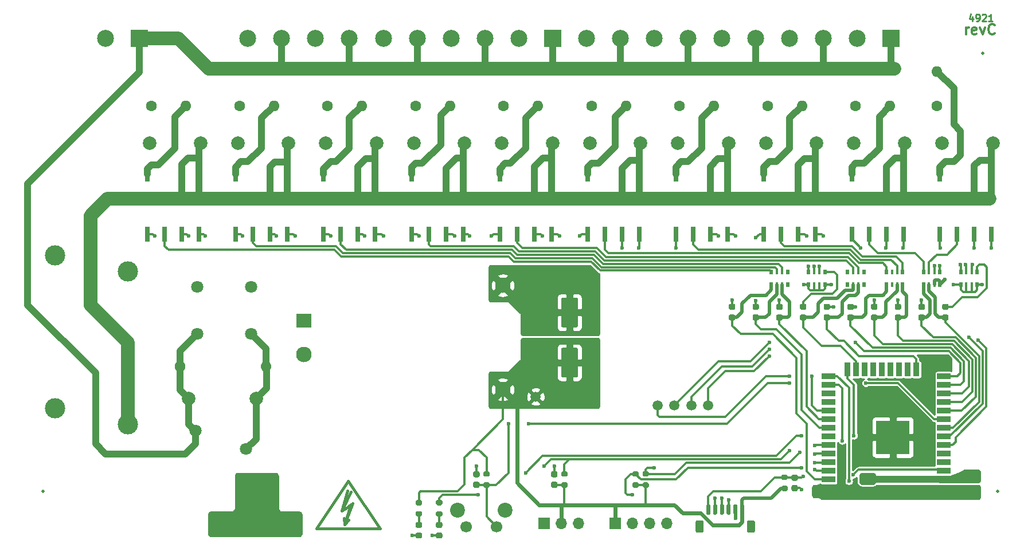
<source format=gbr>
G04 #@! TF.GenerationSoftware,KiCad,Pcbnew,(5.1.8)-1*
G04 #@! TF.CreationDate,2021-12-10T10:53:11+02:00*
G04 #@! TF.ProjectId,controller,636f6e74-726f-46c6-9c65-722e6b696361,rev?*
G04 #@! TF.SameCoordinates,Original*
G04 #@! TF.FileFunction,Copper,L1,Top*
G04 #@! TF.FilePolarity,Positive*
%FSLAX46Y46*%
G04 Gerber Fmt 4.6, Leading zero omitted, Abs format (unit mm)*
G04 Created by KiCad (PCBNEW (5.1.8)-1) date 2021-12-10 10:53:11*
%MOMM*%
%LPD*%
G01*
G04 APERTURE LIST*
G04 #@! TA.AperFunction,NonConductor*
%ADD10C,0.250000*%
G04 #@! TD*
G04 #@! TA.AperFunction,NonConductor*
%ADD11C,0.300000*%
G04 #@! TD*
G04 #@! TA.AperFunction,EtchedComponent*
%ADD12C,0.381000*%
G04 #@! TD*
G04 #@! TA.AperFunction,SMDPad,CuDef*
%ADD13R,2.000000X0.900000*%
G04 #@! TD*
G04 #@! TA.AperFunction,SMDPad,CuDef*
%ADD14R,0.900000X2.000000*%
G04 #@! TD*
G04 #@! TA.AperFunction,SMDPad,CuDef*
%ADD15R,5.000000X5.000000*%
G04 #@! TD*
G04 #@! TA.AperFunction,SMDPad,CuDef*
%ADD16R,0.500000X0.800000*%
G04 #@! TD*
G04 #@! TA.AperFunction,SMDPad,CuDef*
%ADD17R,0.400000X0.800000*%
G04 #@! TD*
G04 #@! TA.AperFunction,SMDPad,CuDef*
%ADD18C,1.500000*%
G04 #@! TD*
G04 #@! TA.AperFunction,ComponentPad*
%ADD19C,2.500000*%
G04 #@! TD*
G04 #@! TA.AperFunction,ComponentPad*
%ADD20R,2.500000X2.500000*%
G04 #@! TD*
G04 #@! TA.AperFunction,ComponentPad*
%ADD21O,1.600000X1.600000*%
G04 #@! TD*
G04 #@! TA.AperFunction,ComponentPad*
%ADD22C,1.600000*%
G04 #@! TD*
G04 #@! TA.AperFunction,ComponentPad*
%ADD23O,1.700000X1.700000*%
G04 #@! TD*
G04 #@! TA.AperFunction,ComponentPad*
%ADD24R,1.700000X1.700000*%
G04 #@! TD*
G04 #@! TA.AperFunction,ComponentPad*
%ADD25C,1.700000*%
G04 #@! TD*
G04 #@! TA.AperFunction,ComponentPad*
%ADD26C,2.200000*%
G04 #@! TD*
G04 #@! TA.AperFunction,ComponentPad*
%ADD27C,1.800000*%
G04 #@! TD*
G04 #@! TA.AperFunction,SMDPad,CuDef*
%ADD28R,0.800000X2.200000*%
G04 #@! TD*
G04 #@! TA.AperFunction,ComponentPad*
%ADD29C,2.300000*%
G04 #@! TD*
G04 #@! TA.AperFunction,ComponentPad*
%ADD30R,2.300000X2.000000*%
G04 #@! TD*
G04 #@! TA.AperFunction,ComponentPad*
%ADD31C,2.000000*%
G04 #@! TD*
G04 #@! TA.AperFunction,ComponentPad*
%ADD32C,3.000000*%
G04 #@! TD*
G04 #@! TA.AperFunction,SMDPad,CuDef*
%ADD33C,0.500000*%
G04 #@! TD*
G04 #@! TA.AperFunction,ViaPad*
%ADD34C,0.600000*%
G04 #@! TD*
G04 #@! TA.AperFunction,Conductor*
%ADD35C,0.500000*%
G04 #@! TD*
G04 #@! TA.AperFunction,Conductor*
%ADD36C,0.300000*%
G04 #@! TD*
G04 #@! TA.AperFunction,Conductor*
%ADD37C,1.000000*%
G04 #@! TD*
G04 #@! TA.AperFunction,Conductor*
%ADD38C,0.600000*%
G04 #@! TD*
G04 #@! TA.AperFunction,Conductor*
%ADD39C,2.000000*%
G04 #@! TD*
G04 #@! TA.AperFunction,Conductor*
%ADD40C,0.254000*%
G04 #@! TD*
G04 #@! TA.AperFunction,Conductor*
%ADD41C,0.100000*%
G04 #@! TD*
G04 #@! TA.AperFunction,NonConductor*
%ADD42C,0.254000*%
G04 #@! TD*
G04 #@! TA.AperFunction,NonConductor*
%ADD43C,0.100000*%
G04 #@! TD*
G04 APERTURE END LIST*
D10*
X179011904Y-33285714D02*
X179011904Y-33952380D01*
X178773809Y-32904761D02*
X178535714Y-33619047D01*
X179154761Y-33619047D01*
X179583333Y-33952380D02*
X179773809Y-33952380D01*
X179869047Y-33904761D01*
X179916666Y-33857142D01*
X180011904Y-33714285D01*
X180059523Y-33523809D01*
X180059523Y-33142857D01*
X180011904Y-33047619D01*
X179964285Y-33000000D01*
X179869047Y-32952380D01*
X179678571Y-32952380D01*
X179583333Y-33000000D01*
X179535714Y-33047619D01*
X179488095Y-33142857D01*
X179488095Y-33380952D01*
X179535714Y-33476190D01*
X179583333Y-33523809D01*
X179678571Y-33571428D01*
X179869047Y-33571428D01*
X179964285Y-33523809D01*
X180011904Y-33476190D01*
X180059523Y-33380952D01*
X180440476Y-33047619D02*
X180488095Y-33000000D01*
X180583333Y-32952380D01*
X180821428Y-32952380D01*
X180916666Y-33000000D01*
X180964285Y-33047619D01*
X181011904Y-33142857D01*
X181011904Y-33238095D01*
X180964285Y-33380952D01*
X180392857Y-33952380D01*
X181011904Y-33952380D01*
X181964285Y-33952380D02*
X181392857Y-33952380D01*
X181678571Y-33952380D02*
X181678571Y-32952380D01*
X181583333Y-33095238D01*
X181488095Y-33190476D01*
X181392857Y-33238095D01*
D11*
X178052142Y-35928571D02*
X178052142Y-34928571D01*
X178052142Y-35214285D02*
X178123571Y-35071428D01*
X178195000Y-35000000D01*
X178337857Y-34928571D01*
X178480714Y-34928571D01*
X179552142Y-35857142D02*
X179409285Y-35928571D01*
X179123571Y-35928571D01*
X178980714Y-35857142D01*
X178909285Y-35714285D01*
X178909285Y-35142857D01*
X178980714Y-35000000D01*
X179123571Y-34928571D01*
X179409285Y-34928571D01*
X179552142Y-35000000D01*
X179623571Y-35142857D01*
X179623571Y-35285714D01*
X178909285Y-35428571D01*
X180123571Y-34928571D02*
X180480714Y-35928571D01*
X180837857Y-34928571D01*
X182266428Y-35785714D02*
X182195000Y-35857142D01*
X181980714Y-35928571D01*
X181837857Y-35928571D01*
X181623571Y-35857142D01*
X181480714Y-35714285D01*
X181409285Y-35571428D01*
X181337857Y-35285714D01*
X181337857Y-35071428D01*
X181409285Y-34785714D01*
X181480714Y-34642857D01*
X181623571Y-34500000D01*
X181837857Y-34428571D01*
X181980714Y-34428571D01*
X182195000Y-34500000D01*
X182266428Y-34571428D01*
D12*
G04 #@! TO.C,REF\u002A\u002A*
X86302160Y-108399640D02*
X87501040Y-105300840D01*
X87501040Y-105300840D02*
X86901600Y-105699620D01*
X85900840Y-106400660D02*
X87201320Y-103599040D01*
X86302160Y-108399640D02*
X86901600Y-107701140D01*
X86700940Y-103400920D02*
X85900840Y-106400660D01*
X85900840Y-106400660D02*
X87099720Y-105600560D01*
X87099720Y-105600560D02*
X86302160Y-108399640D01*
X86302160Y-108399640D02*
X86200560Y-107500480D01*
X86800000Y-102009000D02*
X91499000Y-108994000D01*
X91499000Y-108994000D02*
X82101000Y-108994000D01*
X82101000Y-108994000D02*
X86800000Y-102009000D01*
G04 #@! TD*
D13*
G04 #@! TO.P,U1,38*
G04 #@! TO.N,GND*
X157750000Y-103005000D03*
G04 #@! TO.P,U1,37*
G04 #@! TO.N,/IO23*
X157750000Y-101735000D03*
G04 #@! TO.P,U1,36*
G04 #@! TO.N,/SCL*
X157750000Y-100465000D03*
G04 #@! TO.P,U1,35*
G04 #@! TO.N,/TXD*
X157750000Y-99195000D03*
G04 #@! TO.P,U1,34*
G04 #@! TO.N,/RXD*
X157750000Y-97925000D03*
G04 #@! TO.P,U1,33*
G04 #@! TO.N,/SDA*
X157750000Y-96655000D03*
G04 #@! TO.P,U1,32*
G04 #@! TO.N,Net-(U1-Pad32)*
X157750000Y-95385000D03*
G04 #@! TO.P,U1,31*
G04 #@! TO.N,/IO19*
X157750000Y-94115000D03*
G04 #@! TO.P,U1,30*
G04 #@! TO.N,/IO18*
X157750000Y-92845000D03*
G04 #@! TO.P,U1,29*
G04 #@! TO.N,Net-(TP1-Pad1)*
X157750000Y-91575000D03*
G04 #@! TO.P,U1,28*
G04 #@! TO.N,Net-(U1-Pad28)*
X157750000Y-90305000D03*
G04 #@! TO.P,U1,27*
G04 #@! TO.N,Net-(U1-Pad27)*
X157750000Y-89035000D03*
G04 #@! TO.P,U1,26*
G04 #@! TO.N,/IO4*
X157750000Y-87765000D03*
G04 #@! TO.P,U1,25*
G04 #@! TO.N,/IO0*
X157750000Y-86495000D03*
D14*
G04 #@! TO.P,U1,24*
G04 #@! TO.N,/IO2*
X160535000Y-85495000D03*
G04 #@! TO.P,U1,23*
G04 #@! TO.N,/IO15*
X161805000Y-85495000D03*
G04 #@! TO.P,U1,22*
G04 #@! TO.N,Net-(U1-Pad22)*
X163075000Y-85495000D03*
G04 #@! TO.P,U1,21*
G04 #@! TO.N,Net-(U1-Pad21)*
X164345000Y-85495000D03*
G04 #@! TO.P,U1,20*
G04 #@! TO.N,Net-(U1-Pad20)*
X165615000Y-85495000D03*
G04 #@! TO.P,U1,19*
G04 #@! TO.N,Net-(U1-Pad19)*
X166885000Y-85495000D03*
G04 #@! TO.P,U1,18*
G04 #@! TO.N,Net-(U1-Pad18)*
X168155000Y-85495000D03*
G04 #@! TO.P,U1,17*
G04 #@! TO.N,Net-(U1-Pad17)*
X169425000Y-85495000D03*
G04 #@! TO.P,U1,16*
G04 #@! TO.N,/IO13*
X170695000Y-85495000D03*
G04 #@! TO.P,U1,15*
G04 #@! TO.N,GND*
X171965000Y-85495000D03*
D13*
G04 #@! TO.P,U1,14*
G04 #@! TO.N,Net-(TP2-Pad1)*
X174750000Y-86495000D03*
G04 #@! TO.P,U1,13*
G04 #@! TO.N,/IO14*
X174750000Y-87765000D03*
G04 #@! TO.P,U1,12*
G04 #@! TO.N,/IO27*
X174750000Y-89035000D03*
G04 #@! TO.P,U1,11*
G04 #@! TO.N,/IO26*
X174750000Y-90305000D03*
G04 #@! TO.P,U1,10*
G04 #@! TO.N,/IO25*
X174750000Y-91575000D03*
G04 #@! TO.P,U1,9*
G04 #@! TO.N,/IO33*
X174750000Y-92845000D03*
G04 #@! TO.P,U1,8*
G04 #@! TO.N,/IO32*
X174750000Y-94115000D03*
G04 #@! TO.P,U1,7*
G04 #@! TO.N,Net-(TP4-Pad1)*
X174750000Y-95385000D03*
G04 #@! TO.P,U1,6*
G04 #@! TO.N,Net-(TP3-Pad1)*
X174750000Y-96655000D03*
G04 #@! TO.P,U1,5*
G04 #@! TO.N,Net-(U1-Pad5)*
X174750000Y-97925000D03*
G04 #@! TO.P,U1,4*
G04 #@! TO.N,Net-(U1-Pad4)*
X174750000Y-99195000D03*
G04 #@! TO.P,U1,3*
G04 #@! TO.N,/EN*
X174750000Y-100465000D03*
G04 #@! TO.P,U1,2*
G04 #@! TO.N,+3V3*
X174750000Y-101735000D03*
G04 #@! TO.P,U1,1*
G04 #@! TO.N,GND*
X174750000Y-103005000D03*
D15*
G04 #@! TO.P,U1,39*
X167250000Y-95505000D03*
G04 #@! TD*
D16*
G04 #@! TO.P,RN2,5*
G04 #@! TO.N,N/C*
X162950000Y-71100000D03*
D17*
G04 #@! TO.P,RN2,6*
G04 #@! TO.N,Net-(RN2-Pad6)*
X162150000Y-71100000D03*
D16*
G04 #@! TO.P,RN2,8*
G04 #@! TO.N,N/C*
X160550000Y-71100000D03*
D17*
G04 #@! TO.P,RN2,7*
G04 #@! TO.N,Net-(RN2-Pad7)*
X161350000Y-71100000D03*
D16*
G04 #@! TO.P,RN2,4*
G04 #@! TO.N,N/C*
X162950000Y-72900000D03*
D17*
G04 #@! TO.P,RN2,2*
G04 #@! TO.N,/IO15*
X161350000Y-72900000D03*
G04 #@! TO.P,RN2,3*
G04 #@! TO.N,/IO13*
X162150000Y-72900000D03*
D16*
G04 #@! TO.P,RN2,1*
G04 #@! TO.N,N/C*
X160550000Y-72900000D03*
G04 #@! TD*
G04 #@! TO.P,RN3,5*
G04 #@! TO.N,Net-(RN3-Pad5)*
X168700000Y-71100000D03*
D17*
G04 #@! TO.P,RN3,6*
G04 #@! TO.N,Net-(RN3-Pad6)*
X167900000Y-71100000D03*
D16*
G04 #@! TO.P,RN3,8*
G04 #@! TO.N,Net-(RN3-Pad8)*
X166300000Y-71100000D03*
D17*
G04 #@! TO.P,RN3,7*
G04 #@! TO.N,N/C*
X167100000Y-71100000D03*
D16*
G04 #@! TO.P,RN3,4*
G04 #@! TO.N,/IO26*
X168700000Y-72900000D03*
D17*
G04 #@! TO.P,RN3,2*
G04 #@! TO.N,N/C*
X167100000Y-72900000D03*
G04 #@! TO.P,RN3,3*
G04 #@! TO.N,/IO27*
X167900000Y-72900000D03*
D16*
G04 #@! TO.P,RN3,1*
G04 #@! TO.N,/IO14*
X166300000Y-72900000D03*
G04 #@! TD*
G04 #@! TO.P,RN5,5*
G04 #@! TO.N,Net-(D8-Pad1)*
X174200000Y-71100000D03*
D17*
G04 #@! TO.P,RN5,6*
G04 #@! TO.N,Net-(D7-Pad1)*
X173400000Y-71100000D03*
D16*
G04 #@! TO.P,RN5,8*
G04 #@! TO.N,Net-(RN5-Pad8)*
X171800000Y-71100000D03*
D17*
G04 #@! TO.P,RN5,7*
G04 #@! TO.N,Net-(RN5-Pad7)*
X172600000Y-71100000D03*
D16*
G04 #@! TO.P,RN5,4*
G04 #@! TO.N,GND*
X174200000Y-72900000D03*
D17*
G04 #@! TO.P,RN5,2*
G04 #@! TO.N,/IO32*
X172600000Y-72900000D03*
G04 #@! TO.P,RN5,3*
G04 #@! TO.N,GND*
X173400000Y-72900000D03*
D16*
G04 #@! TO.P,RN5,1*
G04 #@! TO.N,/IO25*
X171800000Y-72900000D03*
G04 #@! TD*
D18*
G04 #@! TO.P,TP5,1*
G04 #@! TO.N,+3V3*
X114500000Y-89500000D03*
G04 #@! TD*
G04 #@! TO.P,TP4,1*
G04 #@! TO.N,Net-(TP4-Pad1)*
X137500000Y-90750000D03*
G04 #@! TD*
G04 #@! TO.P,TP3,1*
G04 #@! TO.N,Net-(TP3-Pad1)*
X140000000Y-90750000D03*
G04 #@! TD*
G04 #@! TO.P,TP2,1*
G04 #@! TO.N,Net-(TP2-Pad1)*
X135000000Y-90750000D03*
G04 #@! TD*
G04 #@! TO.P,TP1,1*
G04 #@! TO.N,Net-(TP1-Pad1)*
X132500000Y-90750000D03*
G04 #@! TD*
D19*
G04 #@! TO.P,J6,2*
G04 #@! TO.N,/Relay/LIVE*
X51000000Y-36500000D03*
D20*
G04 #@! TO.P,J6,1*
G04 #@! TO.N,/NEUTRAL*
X56000000Y-36500000D03*
G04 #@! TD*
D19*
G04 #@! TO.P,J5,10*
G04 #@! TO.N,Net-(J5-Pad10)*
X122000000Y-36500000D03*
G04 #@! TO.P,J5,9*
G04 #@! TO.N,/NEUTRAL*
X127000000Y-36500000D03*
G04 #@! TO.P,J5,8*
G04 #@! TO.N,Net-(J5-Pad8)*
X132000000Y-36500000D03*
G04 #@! TO.P,J5,7*
G04 #@! TO.N,/NEUTRAL*
X137000000Y-36500000D03*
G04 #@! TO.P,J5,6*
G04 #@! TO.N,Net-(J5-Pad6)*
X142000000Y-36500000D03*
G04 #@! TO.P,J5,5*
G04 #@! TO.N,/NEUTRAL*
X147000000Y-36500000D03*
G04 #@! TO.P,J5,4*
G04 #@! TO.N,Net-(J5-Pad4)*
X152000000Y-36500000D03*
G04 #@! TO.P,J5,3*
G04 #@! TO.N,/NEUTRAL*
X157000000Y-36500000D03*
G04 #@! TO.P,J5,2*
G04 #@! TO.N,Net-(J5-Pad2)*
X162000000Y-36500000D03*
D20*
G04 #@! TO.P,J5,1*
G04 #@! TO.N,/NEUTRAL*
X167000000Y-36500000D03*
G04 #@! TD*
D19*
G04 #@! TO.P,J4,10*
G04 #@! TO.N,Net-(J4-Pad10)*
X72000000Y-36500000D03*
G04 #@! TO.P,J4,9*
G04 #@! TO.N,/NEUTRAL*
X77000000Y-36500000D03*
G04 #@! TO.P,J4,8*
G04 #@! TO.N,Net-(J4-Pad8)*
X82000000Y-36500000D03*
G04 #@! TO.P,J4,7*
G04 #@! TO.N,/NEUTRAL*
X87000000Y-36500000D03*
G04 #@! TO.P,J4,6*
G04 #@! TO.N,Net-(J4-Pad6)*
X92000000Y-36500000D03*
G04 #@! TO.P,J4,5*
G04 #@! TO.N,/NEUTRAL*
X97000000Y-36500000D03*
G04 #@! TO.P,J4,4*
G04 #@! TO.N,Net-(J4-Pad4)*
X102000000Y-36500000D03*
G04 #@! TO.P,J4,3*
G04 #@! TO.N,/NEUTRAL*
X107000000Y-36500000D03*
G04 #@! TO.P,J4,2*
G04 #@! TO.N,Net-(J4-Pad2)*
X112000000Y-36500000D03*
D20*
G04 #@! TO.P,J4,1*
G04 #@! TO.N,/NEUTRAL*
X117000000Y-36500000D03*
G04 #@! TD*
D21*
G04 #@! TO.P,R18,2*
G04 #@! TO.N,Net-(J5-Pad2)*
X173750000Y-41420000D03*
D22*
G04 #@! TO.P,R18,1*
G04 #@! TO.N,Net-(C18-Pad1)*
X173750000Y-46500000D03*
G04 #@! TD*
D21*
G04 #@! TO.P,R17,2*
G04 #@! TO.N,Net-(J5-Pad4)*
X166830000Y-46500000D03*
D22*
G04 #@! TO.P,R17,1*
G04 #@! TO.N,Net-(C17-Pad1)*
X161750000Y-46500000D03*
G04 #@! TD*
D21*
G04 #@! TO.P,R16,2*
G04 #@! TO.N,Net-(J5-Pad6)*
X153830000Y-46500000D03*
D22*
G04 #@! TO.P,R16,1*
G04 #@! TO.N,Net-(C16-Pad1)*
X148750000Y-46500000D03*
G04 #@! TD*
D21*
G04 #@! TO.P,R15,2*
G04 #@! TO.N,Net-(J5-Pad8)*
X140830000Y-46500000D03*
D22*
G04 #@! TO.P,R15,1*
G04 #@! TO.N,Net-(C15-Pad1)*
X135750000Y-46500000D03*
G04 #@! TD*
D21*
G04 #@! TO.P,R14,2*
G04 #@! TO.N,Net-(J5-Pad10)*
X127830000Y-46500000D03*
D22*
G04 #@! TO.P,R14,1*
G04 #@! TO.N,Net-(C14-Pad1)*
X122750000Y-46500000D03*
G04 #@! TD*
D21*
G04 #@! TO.P,R13,2*
G04 #@! TO.N,Net-(J4-Pad2)*
X114830000Y-46500000D03*
D22*
G04 #@! TO.P,R13,1*
G04 #@! TO.N,Net-(C13-Pad1)*
X109750000Y-46500000D03*
G04 #@! TD*
D21*
G04 #@! TO.P,R12,2*
G04 #@! TO.N,Net-(J4-Pad4)*
X101830000Y-46500000D03*
D22*
G04 #@! TO.P,R12,1*
G04 #@! TO.N,Net-(C12-Pad1)*
X96750000Y-46500000D03*
G04 #@! TD*
D21*
G04 #@! TO.P,R11,2*
G04 #@! TO.N,Net-(J4-Pad6)*
X88830000Y-46500000D03*
D22*
G04 #@! TO.P,R11,1*
G04 #@! TO.N,Net-(C11-Pad1)*
X83750000Y-46500000D03*
G04 #@! TD*
D21*
G04 #@! TO.P,R10,2*
G04 #@! TO.N,Net-(J4-Pad8)*
X75830000Y-46500000D03*
D22*
G04 #@! TO.P,R10,1*
G04 #@! TO.N,Net-(C10-Pad1)*
X70750000Y-46500000D03*
G04 #@! TD*
D21*
G04 #@! TO.P,R9,2*
G04 #@! TO.N,Net-(J4-Pad10)*
X62830000Y-46500000D03*
D22*
G04 #@! TO.P,R9,1*
G04 #@! TO.N,Net-(C9-Pad1)*
X57750000Y-46500000D03*
G04 #@! TD*
D21*
G04 #@! TO.P,R2,2*
G04 #@! TO.N,/F1_LIVE*
X74700000Y-85000000D03*
D22*
G04 #@! TO.P,R2,1*
G04 #@! TO.N,/NEUTRAL*
X62000000Y-85000000D03*
G04 #@! TD*
D23*
G04 #@! TO.P,J1,3*
G04 #@! TO.N,GND*
X120790000Y-108250000D03*
G04 #@! TO.P,J1,2*
G04 #@! TO.N,+3V3*
X118250000Y-108250000D03*
D24*
G04 #@! TO.P,J1,1*
G04 #@! TO.N,/IO4*
X115710000Y-108250000D03*
G04 #@! TD*
G04 #@! TO.P,C4,2*
G04 #@! TO.N,GND*
G04 #@! TA.AperFunction,SMDPad,CuDef*
G36*
G01*
X120500000Y-79250000D02*
X118500000Y-79250000D01*
G75*
G02*
X118250000Y-79000000I0J250000D01*
G01*
X118250000Y-75100000D01*
G75*
G02*
X118500000Y-74850000I250000J0D01*
G01*
X120500000Y-74850000D01*
G75*
G02*
X120750000Y-75100000I0J-250000D01*
G01*
X120750000Y-79000000D01*
G75*
G02*
X120500000Y-79250000I-250000J0D01*
G01*
G37*
G04 #@! TD.AperFunction*
G04 #@! TO.P,C4,1*
G04 #@! TO.N,+3V3*
G04 #@! TA.AperFunction,SMDPad,CuDef*
G36*
G01*
X120500000Y-86650000D02*
X118500000Y-86650000D01*
G75*
G02*
X118250000Y-86400000I0J250000D01*
G01*
X118250000Y-82500000D01*
G75*
G02*
X118500000Y-82250000I250000J0D01*
G01*
X120500000Y-82250000D01*
G75*
G02*
X120750000Y-82500000I0J-250000D01*
G01*
X120750000Y-86400000D01*
G75*
G02*
X120500000Y-86650000I-250000J0D01*
G01*
G37*
G04 #@! TD.AperFunction*
G04 #@! TD*
D25*
G04 #@! TO.P,SW1,1*
G04 #@! TO.N,/IO33*
X108750000Y-108750000D03*
G04 #@! TO.P,SW1,2*
G04 #@! TO.N,GND*
X104250000Y-108750000D03*
D26*
G04 #@! TO.P,SW1,*
G04 #@! TO.N,*
X110000000Y-106250000D03*
X103000000Y-106250000D03*
G04 #@! TD*
D27*
G04 #@! TO.P,FL1,4*
G04 #@! TO.N,Net-(FL1-Pad4)*
X72500000Y-73250000D03*
G04 #@! TO.P,FL1,3*
G04 #@! TO.N,/F1_LIVE*
X72500000Y-80250000D03*
G04 #@! TO.P,FL1,1*
G04 #@! TO.N,/NEUTRAL*
X64500000Y-80250000D03*
G04 #@! TO.P,FL1,2*
G04 #@! TO.N,Net-(FL1-Pad2)*
X64500000Y-73250000D03*
G04 #@! TD*
D28*
G04 #@! TO.P,U11,4*
G04 #@! TO.N,GND*
X181810000Y-65450000D03*
G04 #@! TO.P,U11,5*
G04 #@! TO.N,/Relay/F2_LIVE*
X181810000Y-56550000D03*
G04 #@! TO.P,U11,3*
G04 #@! TO.N,GND*
X179270000Y-65450000D03*
G04 #@! TO.P,U11,6*
G04 #@! TO.N,/Relay/F2_LIVE*
X179270000Y-56550000D03*
G04 #@! TO.P,U11,2*
G04 #@! TO.N,Net-(RN5-Pad7)*
X176730000Y-65450000D03*
G04 #@! TO.P,U11,1*
G04 #@! TO.N,GND*
X174190000Y-65450000D03*
G04 #@! TO.P,U11,7*
G04 #@! TO.N,Net-(J5-Pad2)*
X174190000Y-56550000D03*
G04 #@! TD*
G04 #@! TO.P,U10,4*
G04 #@! TO.N,GND*
X168810000Y-65450000D03*
G04 #@! TO.P,U10,5*
G04 #@! TO.N,/Relay/F2_LIVE*
X168810000Y-56550000D03*
G04 #@! TO.P,U10,3*
G04 #@! TO.N,GND*
X166270000Y-65450000D03*
G04 #@! TO.P,U10,6*
G04 #@! TO.N,/Relay/F2_LIVE*
X166270000Y-56550000D03*
G04 #@! TO.P,U10,2*
G04 #@! TO.N,Net-(RN5-Pad8)*
X163730000Y-65450000D03*
G04 #@! TO.P,U10,1*
G04 #@! TO.N,GND*
X161190000Y-65450000D03*
G04 #@! TO.P,U10,7*
G04 #@! TO.N,Net-(J5-Pad4)*
X161190000Y-56550000D03*
G04 #@! TD*
G04 #@! TO.P,U9,4*
G04 #@! TO.N,GND*
X155810000Y-65450000D03*
G04 #@! TO.P,U9,5*
G04 #@! TO.N,/Relay/F2_LIVE*
X155810000Y-56550000D03*
G04 #@! TO.P,U9,3*
G04 #@! TO.N,GND*
X153270000Y-65450000D03*
G04 #@! TO.P,U9,6*
G04 #@! TO.N,/Relay/F2_LIVE*
X153270000Y-56550000D03*
G04 #@! TO.P,U9,2*
G04 #@! TO.N,Net-(RN3-Pad5)*
X150730000Y-65450000D03*
G04 #@! TO.P,U9,1*
G04 #@! TO.N,GND*
X148190000Y-65450000D03*
G04 #@! TO.P,U9,7*
G04 #@! TO.N,Net-(J5-Pad6)*
X148190000Y-56550000D03*
G04 #@! TD*
G04 #@! TO.P,U8,4*
G04 #@! TO.N,GND*
X142810000Y-65450000D03*
G04 #@! TO.P,U8,5*
G04 #@! TO.N,/Relay/F2_LIVE*
X142810000Y-56550000D03*
G04 #@! TO.P,U8,3*
G04 #@! TO.N,GND*
X140270000Y-65450000D03*
G04 #@! TO.P,U8,6*
G04 #@! TO.N,/Relay/F2_LIVE*
X140270000Y-56550000D03*
G04 #@! TO.P,U8,2*
G04 #@! TO.N,Net-(RN3-Pad6)*
X137730000Y-65450000D03*
G04 #@! TO.P,U8,1*
G04 #@! TO.N,GND*
X135190000Y-65450000D03*
G04 #@! TO.P,U8,7*
G04 #@! TO.N,Net-(J5-Pad8)*
X135190000Y-56550000D03*
G04 #@! TD*
G04 #@! TO.P,U7,4*
G04 #@! TO.N,GND*
X129810000Y-65450000D03*
G04 #@! TO.P,U7,5*
G04 #@! TO.N,/Relay/F2_LIVE*
X129810000Y-56550000D03*
G04 #@! TO.P,U7,3*
G04 #@! TO.N,GND*
X127270000Y-65450000D03*
G04 #@! TO.P,U7,6*
G04 #@! TO.N,/Relay/F2_LIVE*
X127270000Y-56550000D03*
G04 #@! TO.P,U7,2*
G04 #@! TO.N,Net-(RN3-Pad8)*
X124730000Y-65450000D03*
G04 #@! TO.P,U7,1*
G04 #@! TO.N,GND*
X122190000Y-65450000D03*
G04 #@! TO.P,U7,7*
G04 #@! TO.N,Net-(J5-Pad10)*
X122190000Y-56550000D03*
G04 #@! TD*
G04 #@! TO.P,U6,4*
G04 #@! TO.N,GND*
X116810000Y-65450000D03*
G04 #@! TO.P,U6,5*
G04 #@! TO.N,/Relay/F2_LIVE*
X116810000Y-56550000D03*
G04 #@! TO.P,U6,3*
G04 #@! TO.N,GND*
X114270000Y-65450000D03*
G04 #@! TO.P,U6,6*
G04 #@! TO.N,/Relay/F2_LIVE*
X114270000Y-56550000D03*
G04 #@! TO.P,U6,2*
G04 #@! TO.N,Net-(RN2-Pad6)*
X111730000Y-65450000D03*
G04 #@! TO.P,U6,1*
G04 #@! TO.N,GND*
X109190000Y-65450000D03*
G04 #@! TO.P,U6,7*
G04 #@! TO.N,Net-(J4-Pad2)*
X109190000Y-56550000D03*
G04 #@! TD*
G04 #@! TO.P,U5,4*
G04 #@! TO.N,GND*
X103810000Y-65450000D03*
G04 #@! TO.P,U5,5*
G04 #@! TO.N,/Relay/F2_LIVE*
X103810000Y-56550000D03*
G04 #@! TO.P,U5,3*
G04 #@! TO.N,GND*
X101270000Y-65450000D03*
G04 #@! TO.P,U5,6*
G04 #@! TO.N,/Relay/F2_LIVE*
X101270000Y-56550000D03*
G04 #@! TO.P,U5,2*
G04 #@! TO.N,Net-(RN2-Pad7)*
X98730000Y-65450000D03*
G04 #@! TO.P,U5,1*
G04 #@! TO.N,GND*
X96190000Y-65450000D03*
G04 #@! TO.P,U5,7*
G04 #@! TO.N,Net-(J4-Pad4)*
X96190000Y-56550000D03*
G04 #@! TD*
G04 #@! TO.P,U4,4*
G04 #@! TO.N,GND*
X90810000Y-65450000D03*
G04 #@! TO.P,U4,5*
G04 #@! TO.N,/Relay/F2_LIVE*
X90810000Y-56550000D03*
G04 #@! TO.P,U4,3*
G04 #@! TO.N,GND*
X88270000Y-65450000D03*
G04 #@! TO.P,U4,6*
G04 #@! TO.N,/Relay/F2_LIVE*
X88270000Y-56550000D03*
G04 #@! TO.P,U4,2*
G04 #@! TO.N,Net-(RN1-Pad6)*
X85730000Y-65450000D03*
G04 #@! TO.P,U4,1*
G04 #@! TO.N,GND*
X83190000Y-65450000D03*
G04 #@! TO.P,U4,7*
G04 #@! TO.N,Net-(J4-Pad6)*
X83190000Y-56550000D03*
G04 #@! TD*
G04 #@! TO.P,U3,4*
G04 #@! TO.N,GND*
X77810000Y-65450000D03*
G04 #@! TO.P,U3,5*
G04 #@! TO.N,/Relay/F2_LIVE*
X77810000Y-56550000D03*
G04 #@! TO.P,U3,3*
G04 #@! TO.N,GND*
X75270000Y-65450000D03*
G04 #@! TO.P,U3,6*
G04 #@! TO.N,/Relay/F2_LIVE*
X75270000Y-56550000D03*
G04 #@! TO.P,U3,2*
G04 #@! TO.N,Net-(RN1-Pad7)*
X72730000Y-65450000D03*
G04 #@! TO.P,U3,1*
G04 #@! TO.N,GND*
X70190000Y-65450000D03*
G04 #@! TO.P,U3,7*
G04 #@! TO.N,Net-(J4-Pad8)*
X70190000Y-56550000D03*
G04 #@! TD*
G04 #@! TO.P,U2,4*
G04 #@! TO.N,GND*
X64810000Y-65450000D03*
G04 #@! TO.P,U2,5*
G04 #@! TO.N,/Relay/F2_LIVE*
X64810000Y-56550000D03*
G04 #@! TO.P,U2,3*
G04 #@! TO.N,GND*
X62270000Y-65450000D03*
G04 #@! TO.P,U2,6*
G04 #@! TO.N,/Relay/F2_LIVE*
X62270000Y-56550000D03*
G04 #@! TO.P,U2,2*
G04 #@! TO.N,Net-(RN1-Pad8)*
X59730000Y-65450000D03*
G04 #@! TO.P,U2,1*
G04 #@! TO.N,GND*
X57190000Y-65450000D03*
G04 #@! TO.P,U2,7*
G04 #@! TO.N,Net-(J4-Pad10)*
X57190000Y-56550000D03*
G04 #@! TD*
D29*
G04 #@! TO.P,PS1,4*
G04 #@! TO.N,+3V3*
X109650000Y-88450000D03*
G04 #@! TO.P,PS1,2*
G04 #@! TO.N,Net-(FL1-Pad2)*
X80250000Y-83250000D03*
D30*
G04 #@! TO.P,PS1,1*
G04 #@! TO.N,Net-(FL1-Pad4)*
X80250000Y-78250000D03*
D29*
G04 #@! TO.P,PS1,3*
G04 #@! TO.N,GND*
X109650000Y-73050000D03*
G04 #@! TD*
D16*
G04 #@! TO.P,RN1,5*
G04 #@! TO.N,N/C*
X151700000Y-71100000D03*
D17*
G04 #@! TO.P,RN1,6*
G04 #@! TO.N,Net-(RN1-Pad6)*
X150900000Y-71100000D03*
D16*
G04 #@! TO.P,RN1,8*
G04 #@! TO.N,Net-(RN1-Pad8)*
X149300000Y-71100000D03*
D17*
G04 #@! TO.P,RN1,7*
G04 #@! TO.N,Net-(RN1-Pad7)*
X150100000Y-71100000D03*
D16*
G04 #@! TO.P,RN1,4*
G04 #@! TO.N,N/C*
X151700000Y-72900000D03*
D17*
G04 #@! TO.P,RN1,2*
G04 #@! TO.N,/IO19*
X150100000Y-72900000D03*
G04 #@! TO.P,RN1,3*
G04 #@! TO.N,/IO18*
X150900000Y-72900000D03*
D16*
G04 #@! TO.P,RN1,1*
G04 #@! TO.N,/IO23*
X149300000Y-72900000D03*
G04 #@! TD*
D31*
G04 #@! TO.P,C11,2*
G04 #@! TO.N,/Relay/F2_LIVE*
X91000000Y-52000000D03*
G04 #@! TO.P,C11,1*
G04 #@! TO.N,Net-(C11-Pad1)*
X83500000Y-52000000D03*
G04 #@! TD*
G04 #@! TO.P,C18,2*
G04 #@! TO.N,/Relay/F2_LIVE*
X182000000Y-52000000D03*
G04 #@! TO.P,C18,1*
G04 #@! TO.N,Net-(C18-Pad1)*
X174500000Y-52000000D03*
G04 #@! TD*
G04 #@! TO.P,C17,2*
G04 #@! TO.N,/Relay/F2_LIVE*
X169000000Y-52000000D03*
G04 #@! TO.P,C17,1*
G04 #@! TO.N,Net-(C17-Pad1)*
X161500000Y-52000000D03*
G04 #@! TD*
G04 #@! TO.P,C16,2*
G04 #@! TO.N,/Relay/F2_LIVE*
X156000000Y-52000000D03*
G04 #@! TO.P,C16,1*
G04 #@! TO.N,Net-(C16-Pad1)*
X148500000Y-52000000D03*
G04 #@! TD*
G04 #@! TO.P,C15,2*
G04 #@! TO.N,/Relay/F2_LIVE*
X143000000Y-52000000D03*
G04 #@! TO.P,C15,1*
G04 #@! TO.N,Net-(C15-Pad1)*
X135500000Y-52000000D03*
G04 #@! TD*
G04 #@! TO.P,C14,2*
G04 #@! TO.N,/Relay/F2_LIVE*
X130000000Y-52000000D03*
G04 #@! TO.P,C14,1*
G04 #@! TO.N,Net-(C14-Pad1)*
X122500000Y-52000000D03*
G04 #@! TD*
G04 #@! TO.P,C13,2*
G04 #@! TO.N,/Relay/F2_LIVE*
X117000000Y-52000000D03*
G04 #@! TO.P,C13,1*
G04 #@! TO.N,Net-(C13-Pad1)*
X109500000Y-52000000D03*
G04 #@! TD*
G04 #@! TO.P,C12,2*
G04 #@! TO.N,/Relay/F2_LIVE*
X104000000Y-52000000D03*
G04 #@! TO.P,C12,1*
G04 #@! TO.N,Net-(C12-Pad1)*
X96500000Y-52000000D03*
G04 #@! TD*
G04 #@! TO.P,C10,2*
G04 #@! TO.N,/Relay/F2_LIVE*
X78000000Y-52000000D03*
G04 #@! TO.P,C10,1*
G04 #@! TO.N,Net-(C10-Pad1)*
X70500000Y-52000000D03*
G04 #@! TD*
G04 #@! TO.P,C9,2*
G04 #@! TO.N,/Relay/F2_LIVE*
X65000000Y-52000000D03*
G04 #@! TO.P,C9,1*
G04 #@! TO.N,Net-(C9-Pad1)*
X57500000Y-52000000D03*
G04 #@! TD*
G04 #@! TO.P,C2,2*
G04 #@! TO.N,/NEUTRAL*
X63250000Y-89750000D03*
G04 #@! TO.P,C2,1*
G04 #@! TO.N,/F1_LIVE*
X73250000Y-89750000D03*
G04 #@! TD*
D23*
G04 #@! TO.P,J2,4*
G04 #@! TO.N,GND*
X133870000Y-108250000D03*
G04 #@! TO.P,J2,3*
G04 #@! TO.N,/SDA*
X131330000Y-108250000D03*
G04 #@! TO.P,J2,2*
G04 #@! TO.N,/SCL*
X128790000Y-108250000D03*
D24*
G04 #@! TO.P,J2,1*
G04 #@! TO.N,+3V3*
X126250000Y-108250000D03*
G04 #@! TD*
D32*
G04 #@! TO.P,F2,2*
G04 #@! TO.N,/Relay/F2_LIVE*
X54250000Y-93600000D03*
G04 #@! TO.P,F2,1*
G04 #@! TO.N,/Relay/LIVE*
X54250000Y-71000000D03*
G04 #@! TD*
G04 #@! TO.P,F1,2*
G04 #@! TO.N,/Relay/LIVE*
X43500000Y-68650000D03*
G04 #@! TO.P,F1,1*
G04 #@! TO.N,/F1_LIVE*
X43500000Y-91250000D03*
G04 #@! TD*
G04 #@! TO.P,J3,MP*
G04 #@! TO.N,N/C*
G04 #@! TA.AperFunction,SMDPad,CuDef*
G36*
G01*
X139300000Y-108049999D02*
X139300000Y-109350001D01*
G75*
G02*
X139050001Y-109600000I-249999J0D01*
G01*
X138349999Y-109600000D01*
G75*
G02*
X138100000Y-109350001I0J249999D01*
G01*
X138100000Y-108049999D01*
G75*
G02*
X138349999Y-107800000I249999J0D01*
G01*
X139050001Y-107800000D01*
G75*
G02*
X139300000Y-108049999I0J-249999D01*
G01*
G37*
G04 #@! TD.AperFunction*
G04 #@! TA.AperFunction,SMDPad,CuDef*
G36*
G01*
X146900000Y-108049999D02*
X146900000Y-109350001D01*
G75*
G02*
X146650001Y-109600000I-249999J0D01*
G01*
X145949999Y-109600000D01*
G75*
G02*
X145700000Y-109350001I0J249999D01*
G01*
X145700000Y-108049999D01*
G75*
G02*
X145949999Y-107800000I249999J0D01*
G01*
X146650001Y-107800000D01*
G75*
G02*
X146900000Y-108049999I0J-249999D01*
G01*
G37*
G04 #@! TD.AperFunction*
G04 #@! TO.P,J3,6*
G04 #@! TO.N,/EN*
G04 #@! TA.AperFunction,SMDPad,CuDef*
G36*
G01*
X140300000Y-105550000D02*
X140300000Y-106800000D01*
G75*
G02*
X140150000Y-106950000I-150000J0D01*
G01*
X139850000Y-106950000D01*
G75*
G02*
X139700000Y-106800000I0J150000D01*
G01*
X139700000Y-105550000D01*
G75*
G02*
X139850000Y-105400000I150000J0D01*
G01*
X140150000Y-105400000D01*
G75*
G02*
X140300000Y-105550000I0J-150000D01*
G01*
G37*
G04 #@! TD.AperFunction*
G04 #@! TO.P,J3,5*
G04 #@! TO.N,/IO0*
G04 #@! TA.AperFunction,SMDPad,CuDef*
G36*
G01*
X141300000Y-105550000D02*
X141300000Y-106800000D01*
G75*
G02*
X141150000Y-106950000I-150000J0D01*
G01*
X140850000Y-106950000D01*
G75*
G02*
X140700000Y-106800000I0J150000D01*
G01*
X140700000Y-105550000D01*
G75*
G02*
X140850000Y-105400000I150000J0D01*
G01*
X141150000Y-105400000D01*
G75*
G02*
X141300000Y-105550000I0J-150000D01*
G01*
G37*
G04 #@! TD.AperFunction*
G04 #@! TO.P,J3,4*
G04 #@! TO.N,/RXD*
G04 #@! TA.AperFunction,SMDPad,CuDef*
G36*
G01*
X142300000Y-105550000D02*
X142300000Y-106800000D01*
G75*
G02*
X142150000Y-106950000I-150000J0D01*
G01*
X141850000Y-106950000D01*
G75*
G02*
X141700000Y-106800000I0J150000D01*
G01*
X141700000Y-105550000D01*
G75*
G02*
X141850000Y-105400000I150000J0D01*
G01*
X142150000Y-105400000D01*
G75*
G02*
X142300000Y-105550000I0J-150000D01*
G01*
G37*
G04 #@! TD.AperFunction*
G04 #@! TO.P,J3,3*
G04 #@! TO.N,/TXD*
G04 #@! TA.AperFunction,SMDPad,CuDef*
G36*
G01*
X143300000Y-105550000D02*
X143300000Y-106800000D01*
G75*
G02*
X143150000Y-106950000I-150000J0D01*
G01*
X142850000Y-106950000D01*
G75*
G02*
X142700000Y-106800000I0J150000D01*
G01*
X142700000Y-105550000D01*
G75*
G02*
X142850000Y-105400000I150000J0D01*
G01*
X143150000Y-105400000D01*
G75*
G02*
X143300000Y-105550000I0J-150000D01*
G01*
G37*
G04 #@! TD.AperFunction*
G04 #@! TO.P,J3,2*
G04 #@! TO.N,GND*
G04 #@! TA.AperFunction,SMDPad,CuDef*
G36*
G01*
X144300000Y-105550000D02*
X144300000Y-106800000D01*
G75*
G02*
X144150000Y-106950000I-150000J0D01*
G01*
X143850000Y-106950000D01*
G75*
G02*
X143700000Y-106800000I0J150000D01*
G01*
X143700000Y-105550000D01*
G75*
G02*
X143850000Y-105400000I150000J0D01*
G01*
X144150000Y-105400000D01*
G75*
G02*
X144300000Y-105550000I0J-150000D01*
G01*
G37*
G04 #@! TD.AperFunction*
G04 #@! TO.P,J3,1*
G04 #@! TO.N,+3V3*
G04 #@! TA.AperFunction,SMDPad,CuDef*
G36*
G01*
X145300000Y-105550000D02*
X145300000Y-106800000D01*
G75*
G02*
X145150000Y-106950000I-150000J0D01*
G01*
X144850000Y-106950000D01*
G75*
G02*
X144700000Y-106800000I0J150000D01*
G01*
X144700000Y-105550000D01*
G75*
G02*
X144850000Y-105400000I150000J0D01*
G01*
X145150000Y-105400000D01*
G75*
G02*
X145300000Y-105550000I0J-150000D01*
G01*
G37*
G04 #@! TD.AperFunction*
G04 #@! TD*
D27*
G04 #@! TO.P,RV1,2*
G04 #@! TO.N,/NEUTRAL*
X64250000Y-94550000D03*
G04 #@! TO.P,RV1,1*
G04 #@! TO.N,/F1_LIVE*
X71750000Y-97250000D03*
G04 #@! TD*
D16*
G04 #@! TO.P,RN6,5*
G04 #@! TO.N,Net-(D12-Pad1)*
X179700000Y-71100000D03*
D17*
G04 #@! TO.P,RN6,6*
G04 #@! TO.N,Net-(D11-Pad1)*
X178900000Y-71100000D03*
D16*
G04 #@! TO.P,RN6,8*
G04 #@! TO.N,Net-(D9-Pad1)*
X177300000Y-71100000D03*
D17*
G04 #@! TO.P,RN6,7*
G04 #@! TO.N,Net-(D10-Pad1)*
X178100000Y-71100000D03*
D16*
G04 #@! TO.P,RN6,4*
G04 #@! TO.N,GND*
X179700000Y-72900000D03*
D17*
G04 #@! TO.P,RN6,2*
X178100000Y-72900000D03*
G04 #@! TO.P,RN6,3*
X178900000Y-72900000D03*
D16*
G04 #@! TO.P,RN6,1*
X177300000Y-72900000D03*
G04 #@! TD*
G04 #@! TO.P,RN4,5*
G04 #@! TO.N,Net-(D6-Pad1)*
X157200000Y-71100000D03*
D17*
G04 #@! TO.P,RN4,6*
G04 #@! TO.N,Net-(D5-Pad1)*
X156400000Y-71100000D03*
D16*
G04 #@! TO.P,RN4,8*
G04 #@! TO.N,Net-(D3-Pad1)*
X154800000Y-71100000D03*
D17*
G04 #@! TO.P,RN4,7*
G04 #@! TO.N,Net-(D4-Pad1)*
X155600000Y-71100000D03*
D16*
G04 #@! TO.P,RN4,4*
G04 #@! TO.N,GND*
X157200000Y-72900000D03*
D17*
G04 #@! TO.P,RN4,2*
X155600000Y-72900000D03*
G04 #@! TO.P,RN4,3*
X156400000Y-72900000D03*
D16*
G04 #@! TO.P,RN4,1*
X154800000Y-72900000D03*
G04 #@! TD*
G04 #@! TO.P,R8,2*
G04 #@! TO.N,/IO2*
G04 #@! TA.AperFunction,SMDPad,CuDef*
G36*
G01*
X100525000Y-105575000D02*
X99975000Y-105575000D01*
G75*
G02*
X99775000Y-105375000I0J200000D01*
G01*
X99775000Y-104975000D01*
G75*
G02*
X99975000Y-104775000I200000J0D01*
G01*
X100525000Y-104775000D01*
G75*
G02*
X100725000Y-104975000I0J-200000D01*
G01*
X100725000Y-105375000D01*
G75*
G02*
X100525000Y-105575000I-200000J0D01*
G01*
G37*
G04 #@! TD.AperFunction*
G04 #@! TO.P,R8,1*
G04 #@! TO.N,Net-(D2-Pad2)*
G04 #@! TA.AperFunction,SMDPad,CuDef*
G36*
G01*
X100525000Y-107225000D02*
X99975000Y-107225000D01*
G75*
G02*
X99775000Y-107025000I0J200000D01*
G01*
X99775000Y-106625000D01*
G75*
G02*
X99975000Y-106425000I200000J0D01*
G01*
X100525000Y-106425000D01*
G75*
G02*
X100725000Y-106625000I0J-200000D01*
G01*
X100725000Y-107025000D01*
G75*
G02*
X100525000Y-107225000I-200000J0D01*
G01*
G37*
G04 #@! TD.AperFunction*
G04 #@! TD*
G04 #@! TO.P,R7,2*
G04 #@! TO.N,/IO4*
G04 #@! TA.AperFunction,SMDPad,CuDef*
G36*
G01*
X119025000Y-101325000D02*
X118475000Y-101325000D01*
G75*
G02*
X118275000Y-101125000I0J200000D01*
G01*
X118275000Y-100725000D01*
G75*
G02*
X118475000Y-100525000I200000J0D01*
G01*
X119025000Y-100525000D01*
G75*
G02*
X119225000Y-100725000I0J-200000D01*
G01*
X119225000Y-101125000D01*
G75*
G02*
X119025000Y-101325000I-200000J0D01*
G01*
G37*
G04 #@! TD.AperFunction*
G04 #@! TO.P,R7,1*
G04 #@! TO.N,+3V3*
G04 #@! TA.AperFunction,SMDPad,CuDef*
G36*
G01*
X119025000Y-102975000D02*
X118475000Y-102975000D01*
G75*
G02*
X118275000Y-102775000I0J200000D01*
G01*
X118275000Y-102375000D01*
G75*
G02*
X118475000Y-102175000I200000J0D01*
G01*
X119025000Y-102175000D01*
G75*
G02*
X119225000Y-102375000I0J-200000D01*
G01*
X119225000Y-102775000D01*
G75*
G02*
X119025000Y-102975000I-200000J0D01*
G01*
G37*
G04 #@! TD.AperFunction*
G04 #@! TD*
G04 #@! TO.P,R6,2*
G04 #@! TO.N,+3V3*
G04 #@! TA.AperFunction,SMDPad,CuDef*
G36*
G01*
X97525000Y-105575000D02*
X96975000Y-105575000D01*
G75*
G02*
X96775000Y-105375000I0J200000D01*
G01*
X96775000Y-104975000D01*
G75*
G02*
X96975000Y-104775000I200000J0D01*
G01*
X97525000Y-104775000D01*
G75*
G02*
X97725000Y-104975000I0J-200000D01*
G01*
X97725000Y-105375000D01*
G75*
G02*
X97525000Y-105575000I-200000J0D01*
G01*
G37*
G04 #@! TD.AperFunction*
G04 #@! TO.P,R6,1*
G04 #@! TO.N,Net-(D1-Pad2)*
G04 #@! TA.AperFunction,SMDPad,CuDef*
G36*
G01*
X97525000Y-107225000D02*
X96975000Y-107225000D01*
G75*
G02*
X96775000Y-107025000I0J200000D01*
G01*
X96775000Y-106625000D01*
G75*
G02*
X96975000Y-106425000I200000J0D01*
G01*
X97525000Y-106425000D01*
G75*
G02*
X97725000Y-106625000I0J-200000D01*
G01*
X97725000Y-107025000D01*
G75*
G02*
X97525000Y-107225000I-200000J0D01*
G01*
G37*
G04 #@! TD.AperFunction*
G04 #@! TD*
G04 #@! TO.P,R5,2*
G04 #@! TO.N,+3V3*
G04 #@! TA.AperFunction,SMDPad,CuDef*
G36*
G01*
X107525000Y-101325000D02*
X106975000Y-101325000D01*
G75*
G02*
X106775000Y-101125000I0J200000D01*
G01*
X106775000Y-100725000D01*
G75*
G02*
X106975000Y-100525000I200000J0D01*
G01*
X107525000Y-100525000D01*
G75*
G02*
X107725000Y-100725000I0J-200000D01*
G01*
X107725000Y-101125000D01*
G75*
G02*
X107525000Y-101325000I-200000J0D01*
G01*
G37*
G04 #@! TD.AperFunction*
G04 #@! TO.P,R5,1*
G04 #@! TO.N,/IO33*
G04 #@! TA.AperFunction,SMDPad,CuDef*
G36*
G01*
X107525000Y-102975000D02*
X106975000Y-102975000D01*
G75*
G02*
X106775000Y-102775000I0J200000D01*
G01*
X106775000Y-102375000D01*
G75*
G02*
X106975000Y-102175000I200000J0D01*
G01*
X107525000Y-102175000D01*
G75*
G02*
X107725000Y-102375000I0J-200000D01*
G01*
X107725000Y-102775000D01*
G75*
G02*
X107525000Y-102975000I-200000J0D01*
G01*
G37*
G04 #@! TD.AperFunction*
G04 #@! TD*
G04 #@! TO.P,R4,2*
G04 #@! TO.N,+3V3*
G04 #@! TA.AperFunction,SMDPad,CuDef*
G36*
G01*
X128975000Y-102175000D02*
X129525000Y-102175000D01*
G75*
G02*
X129725000Y-102375000I0J-200000D01*
G01*
X129725000Y-102775000D01*
G75*
G02*
X129525000Y-102975000I-200000J0D01*
G01*
X128975000Y-102975000D01*
G75*
G02*
X128775000Y-102775000I0J200000D01*
G01*
X128775000Y-102375000D01*
G75*
G02*
X128975000Y-102175000I200000J0D01*
G01*
G37*
G04 #@! TD.AperFunction*
G04 #@! TO.P,R4,1*
G04 #@! TO.N,/SCL*
G04 #@! TA.AperFunction,SMDPad,CuDef*
G36*
G01*
X128975000Y-100525000D02*
X129525000Y-100525000D01*
G75*
G02*
X129725000Y-100725000I0J-200000D01*
G01*
X129725000Y-101125000D01*
G75*
G02*
X129525000Y-101325000I-200000J0D01*
G01*
X128975000Y-101325000D01*
G75*
G02*
X128775000Y-101125000I0J200000D01*
G01*
X128775000Y-100725000D01*
G75*
G02*
X128975000Y-100525000I200000J0D01*
G01*
G37*
G04 #@! TD.AperFunction*
G04 #@! TD*
G04 #@! TO.P,R3,2*
G04 #@! TO.N,+3V3*
G04 #@! TA.AperFunction,SMDPad,CuDef*
G36*
G01*
X130475000Y-102175000D02*
X131025000Y-102175000D01*
G75*
G02*
X131225000Y-102375000I0J-200000D01*
G01*
X131225000Y-102775000D01*
G75*
G02*
X131025000Y-102975000I-200000J0D01*
G01*
X130475000Y-102975000D01*
G75*
G02*
X130275000Y-102775000I0J200000D01*
G01*
X130275000Y-102375000D01*
G75*
G02*
X130475000Y-102175000I200000J0D01*
G01*
G37*
G04 #@! TD.AperFunction*
G04 #@! TO.P,R3,1*
G04 #@! TO.N,/SDA*
G04 #@! TA.AperFunction,SMDPad,CuDef*
G36*
G01*
X130475000Y-100525000D02*
X131025000Y-100525000D01*
G75*
G02*
X131225000Y-100725000I0J-200000D01*
G01*
X131225000Y-101125000D01*
G75*
G02*
X131025000Y-101325000I-200000J0D01*
G01*
X130475000Y-101325000D01*
G75*
G02*
X130275000Y-101125000I0J200000D01*
G01*
X130275000Y-100725000D01*
G75*
G02*
X130475000Y-100525000I200000J0D01*
G01*
G37*
G04 #@! TD.AperFunction*
G04 #@! TD*
G04 #@! TO.P,R1,2*
G04 #@! TO.N,+3V3*
G04 #@! TA.AperFunction,SMDPad,CuDef*
G36*
G01*
X150975000Y-102675000D02*
X151525000Y-102675000D01*
G75*
G02*
X151725000Y-102875000I0J-200000D01*
G01*
X151725000Y-103275000D01*
G75*
G02*
X151525000Y-103475000I-200000J0D01*
G01*
X150975000Y-103475000D01*
G75*
G02*
X150775000Y-103275000I0J200000D01*
G01*
X150775000Y-102875000D01*
G75*
G02*
X150975000Y-102675000I200000J0D01*
G01*
G37*
G04 #@! TD.AperFunction*
G04 #@! TO.P,R1,1*
G04 #@! TO.N,/EN*
G04 #@! TA.AperFunction,SMDPad,CuDef*
G36*
G01*
X150975000Y-101025000D02*
X151525000Y-101025000D01*
G75*
G02*
X151725000Y-101225000I0J-200000D01*
G01*
X151725000Y-101625000D01*
G75*
G02*
X151525000Y-101825000I-200000J0D01*
G01*
X150975000Y-101825000D01*
G75*
G02*
X150775000Y-101625000I0J200000D01*
G01*
X150775000Y-101225000D01*
G75*
G02*
X150975000Y-101025000I200000J0D01*
G01*
G37*
G04 #@! TD.AperFunction*
G04 #@! TD*
D33*
G04 #@! TO.P,FID3,*
G04 #@! TO.N,*
X180500000Y-38750000D03*
G04 #@! TD*
G04 #@! TO.P,FID2,*
G04 #@! TO.N,*
X182750000Y-103500000D03*
G04 #@! TD*
G04 #@! TO.P,FID1,*
G04 #@! TO.N,*
X41750000Y-103500000D03*
G04 #@! TD*
G04 #@! TO.P,D12,2*
G04 #@! TO.N,/IO32*
G04 #@! TA.AperFunction,SMDPad,CuDef*
G36*
G01*
X174743750Y-77350000D02*
X175256250Y-77350000D01*
G75*
G02*
X175475000Y-77568750I0J-218750D01*
G01*
X175475000Y-78006250D01*
G75*
G02*
X175256250Y-78225000I-218750J0D01*
G01*
X174743750Y-78225000D01*
G75*
G02*
X174525000Y-78006250I0J218750D01*
G01*
X174525000Y-77568750D01*
G75*
G02*
X174743750Y-77350000I218750J0D01*
G01*
G37*
G04 #@! TD.AperFunction*
G04 #@! TO.P,D12,1*
G04 #@! TO.N,Net-(D12-Pad1)*
G04 #@! TA.AperFunction,SMDPad,CuDef*
G36*
G01*
X174743750Y-75775000D02*
X175256250Y-75775000D01*
G75*
G02*
X175475000Y-75993750I0J-218750D01*
G01*
X175475000Y-76431250D01*
G75*
G02*
X175256250Y-76650000I-218750J0D01*
G01*
X174743750Y-76650000D01*
G75*
G02*
X174525000Y-76431250I0J218750D01*
G01*
X174525000Y-75993750D01*
G75*
G02*
X174743750Y-75775000I218750J0D01*
G01*
G37*
G04 #@! TD.AperFunction*
G04 #@! TD*
G04 #@! TO.P,D11,2*
G04 #@! TO.N,/IO25*
G04 #@! TA.AperFunction,SMDPad,CuDef*
G36*
G01*
X171243750Y-77350000D02*
X171756250Y-77350000D01*
G75*
G02*
X171975000Y-77568750I0J-218750D01*
G01*
X171975000Y-78006250D01*
G75*
G02*
X171756250Y-78225000I-218750J0D01*
G01*
X171243750Y-78225000D01*
G75*
G02*
X171025000Y-78006250I0J218750D01*
G01*
X171025000Y-77568750D01*
G75*
G02*
X171243750Y-77350000I218750J0D01*
G01*
G37*
G04 #@! TD.AperFunction*
G04 #@! TO.P,D11,1*
G04 #@! TO.N,Net-(D11-Pad1)*
G04 #@! TA.AperFunction,SMDPad,CuDef*
G36*
G01*
X171243750Y-75775000D02*
X171756250Y-75775000D01*
G75*
G02*
X171975000Y-75993750I0J-218750D01*
G01*
X171975000Y-76431250D01*
G75*
G02*
X171756250Y-76650000I-218750J0D01*
G01*
X171243750Y-76650000D01*
G75*
G02*
X171025000Y-76431250I0J218750D01*
G01*
X171025000Y-75993750D01*
G75*
G02*
X171243750Y-75775000I218750J0D01*
G01*
G37*
G04 #@! TD.AperFunction*
G04 #@! TD*
G04 #@! TO.P,D10,2*
G04 #@! TO.N,/IO26*
G04 #@! TA.AperFunction,SMDPad,CuDef*
G36*
G01*
X167743750Y-77350000D02*
X168256250Y-77350000D01*
G75*
G02*
X168475000Y-77568750I0J-218750D01*
G01*
X168475000Y-78006250D01*
G75*
G02*
X168256250Y-78225000I-218750J0D01*
G01*
X167743750Y-78225000D01*
G75*
G02*
X167525000Y-78006250I0J218750D01*
G01*
X167525000Y-77568750D01*
G75*
G02*
X167743750Y-77350000I218750J0D01*
G01*
G37*
G04 #@! TD.AperFunction*
G04 #@! TO.P,D10,1*
G04 #@! TO.N,Net-(D10-Pad1)*
G04 #@! TA.AperFunction,SMDPad,CuDef*
G36*
G01*
X167743750Y-75775000D02*
X168256250Y-75775000D01*
G75*
G02*
X168475000Y-75993750I0J-218750D01*
G01*
X168475000Y-76431250D01*
G75*
G02*
X168256250Y-76650000I-218750J0D01*
G01*
X167743750Y-76650000D01*
G75*
G02*
X167525000Y-76431250I0J218750D01*
G01*
X167525000Y-75993750D01*
G75*
G02*
X167743750Y-75775000I218750J0D01*
G01*
G37*
G04 #@! TD.AperFunction*
G04 #@! TD*
G04 #@! TO.P,D9,2*
G04 #@! TO.N,/IO27*
G04 #@! TA.AperFunction,SMDPad,CuDef*
G36*
G01*
X164243750Y-77350000D02*
X164756250Y-77350000D01*
G75*
G02*
X164975000Y-77568750I0J-218750D01*
G01*
X164975000Y-78006250D01*
G75*
G02*
X164756250Y-78225000I-218750J0D01*
G01*
X164243750Y-78225000D01*
G75*
G02*
X164025000Y-78006250I0J218750D01*
G01*
X164025000Y-77568750D01*
G75*
G02*
X164243750Y-77350000I218750J0D01*
G01*
G37*
G04 #@! TD.AperFunction*
G04 #@! TO.P,D9,1*
G04 #@! TO.N,Net-(D9-Pad1)*
G04 #@! TA.AperFunction,SMDPad,CuDef*
G36*
G01*
X164243750Y-75775000D02*
X164756250Y-75775000D01*
G75*
G02*
X164975000Y-75993750I0J-218750D01*
G01*
X164975000Y-76431250D01*
G75*
G02*
X164756250Y-76650000I-218750J0D01*
G01*
X164243750Y-76650000D01*
G75*
G02*
X164025000Y-76431250I0J218750D01*
G01*
X164025000Y-75993750D01*
G75*
G02*
X164243750Y-75775000I218750J0D01*
G01*
G37*
G04 #@! TD.AperFunction*
G04 #@! TD*
G04 #@! TO.P,D8,2*
G04 #@! TO.N,/IO14*
G04 #@! TA.AperFunction,SMDPad,CuDef*
G36*
G01*
X160743750Y-77350000D02*
X161256250Y-77350000D01*
G75*
G02*
X161475000Y-77568750I0J-218750D01*
G01*
X161475000Y-78006250D01*
G75*
G02*
X161256250Y-78225000I-218750J0D01*
G01*
X160743750Y-78225000D01*
G75*
G02*
X160525000Y-78006250I0J218750D01*
G01*
X160525000Y-77568750D01*
G75*
G02*
X160743750Y-77350000I218750J0D01*
G01*
G37*
G04 #@! TD.AperFunction*
G04 #@! TO.P,D8,1*
G04 #@! TO.N,Net-(D8-Pad1)*
G04 #@! TA.AperFunction,SMDPad,CuDef*
G36*
G01*
X160743750Y-75775000D02*
X161256250Y-75775000D01*
G75*
G02*
X161475000Y-75993750I0J-218750D01*
G01*
X161475000Y-76431250D01*
G75*
G02*
X161256250Y-76650000I-218750J0D01*
G01*
X160743750Y-76650000D01*
G75*
G02*
X160525000Y-76431250I0J218750D01*
G01*
X160525000Y-75993750D01*
G75*
G02*
X160743750Y-75775000I218750J0D01*
G01*
G37*
G04 #@! TD.AperFunction*
G04 #@! TD*
G04 #@! TO.P,D7,2*
G04 #@! TO.N,/IO13*
G04 #@! TA.AperFunction,SMDPad,CuDef*
G36*
G01*
X157243750Y-77350000D02*
X157756250Y-77350000D01*
G75*
G02*
X157975000Y-77568750I0J-218750D01*
G01*
X157975000Y-78006250D01*
G75*
G02*
X157756250Y-78225000I-218750J0D01*
G01*
X157243750Y-78225000D01*
G75*
G02*
X157025000Y-78006250I0J218750D01*
G01*
X157025000Y-77568750D01*
G75*
G02*
X157243750Y-77350000I218750J0D01*
G01*
G37*
G04 #@! TD.AperFunction*
G04 #@! TO.P,D7,1*
G04 #@! TO.N,Net-(D7-Pad1)*
G04 #@! TA.AperFunction,SMDPad,CuDef*
G36*
G01*
X157243750Y-75775000D02*
X157756250Y-75775000D01*
G75*
G02*
X157975000Y-75993750I0J-218750D01*
G01*
X157975000Y-76431250D01*
G75*
G02*
X157756250Y-76650000I-218750J0D01*
G01*
X157243750Y-76650000D01*
G75*
G02*
X157025000Y-76431250I0J218750D01*
G01*
X157025000Y-75993750D01*
G75*
G02*
X157243750Y-75775000I218750J0D01*
G01*
G37*
G04 #@! TD.AperFunction*
G04 #@! TD*
G04 #@! TO.P,D6,2*
G04 #@! TO.N,/IO15*
G04 #@! TA.AperFunction,SMDPad,CuDef*
G36*
G01*
X153743750Y-77350000D02*
X154256250Y-77350000D01*
G75*
G02*
X154475000Y-77568750I0J-218750D01*
G01*
X154475000Y-78006250D01*
G75*
G02*
X154256250Y-78225000I-218750J0D01*
G01*
X153743750Y-78225000D01*
G75*
G02*
X153525000Y-78006250I0J218750D01*
G01*
X153525000Y-77568750D01*
G75*
G02*
X153743750Y-77350000I218750J0D01*
G01*
G37*
G04 #@! TD.AperFunction*
G04 #@! TO.P,D6,1*
G04 #@! TO.N,Net-(D6-Pad1)*
G04 #@! TA.AperFunction,SMDPad,CuDef*
G36*
G01*
X153743750Y-75775000D02*
X154256250Y-75775000D01*
G75*
G02*
X154475000Y-75993750I0J-218750D01*
G01*
X154475000Y-76431250D01*
G75*
G02*
X154256250Y-76650000I-218750J0D01*
G01*
X153743750Y-76650000D01*
G75*
G02*
X153525000Y-76431250I0J218750D01*
G01*
X153525000Y-75993750D01*
G75*
G02*
X153743750Y-75775000I218750J0D01*
G01*
G37*
G04 #@! TD.AperFunction*
G04 #@! TD*
G04 #@! TO.P,D5,2*
G04 #@! TO.N,/IO18*
G04 #@! TA.AperFunction,SMDPad,CuDef*
G36*
G01*
X150243750Y-77350000D02*
X150756250Y-77350000D01*
G75*
G02*
X150975000Y-77568750I0J-218750D01*
G01*
X150975000Y-78006250D01*
G75*
G02*
X150756250Y-78225000I-218750J0D01*
G01*
X150243750Y-78225000D01*
G75*
G02*
X150025000Y-78006250I0J218750D01*
G01*
X150025000Y-77568750D01*
G75*
G02*
X150243750Y-77350000I218750J0D01*
G01*
G37*
G04 #@! TD.AperFunction*
G04 #@! TO.P,D5,1*
G04 #@! TO.N,Net-(D5-Pad1)*
G04 #@! TA.AperFunction,SMDPad,CuDef*
G36*
G01*
X150243750Y-75775000D02*
X150756250Y-75775000D01*
G75*
G02*
X150975000Y-75993750I0J-218750D01*
G01*
X150975000Y-76431250D01*
G75*
G02*
X150756250Y-76650000I-218750J0D01*
G01*
X150243750Y-76650000D01*
G75*
G02*
X150025000Y-76431250I0J218750D01*
G01*
X150025000Y-75993750D01*
G75*
G02*
X150243750Y-75775000I218750J0D01*
G01*
G37*
G04 #@! TD.AperFunction*
G04 #@! TD*
G04 #@! TO.P,D4,2*
G04 #@! TO.N,/IO19*
G04 #@! TA.AperFunction,SMDPad,CuDef*
G36*
G01*
X146743750Y-77350000D02*
X147256250Y-77350000D01*
G75*
G02*
X147475000Y-77568750I0J-218750D01*
G01*
X147475000Y-78006250D01*
G75*
G02*
X147256250Y-78225000I-218750J0D01*
G01*
X146743750Y-78225000D01*
G75*
G02*
X146525000Y-78006250I0J218750D01*
G01*
X146525000Y-77568750D01*
G75*
G02*
X146743750Y-77350000I218750J0D01*
G01*
G37*
G04 #@! TD.AperFunction*
G04 #@! TO.P,D4,1*
G04 #@! TO.N,Net-(D4-Pad1)*
G04 #@! TA.AperFunction,SMDPad,CuDef*
G36*
G01*
X146743750Y-75775000D02*
X147256250Y-75775000D01*
G75*
G02*
X147475000Y-75993750I0J-218750D01*
G01*
X147475000Y-76431250D01*
G75*
G02*
X147256250Y-76650000I-218750J0D01*
G01*
X146743750Y-76650000D01*
G75*
G02*
X146525000Y-76431250I0J218750D01*
G01*
X146525000Y-75993750D01*
G75*
G02*
X146743750Y-75775000I218750J0D01*
G01*
G37*
G04 #@! TD.AperFunction*
G04 #@! TD*
G04 #@! TO.P,D3,2*
G04 #@! TO.N,/IO23*
G04 #@! TA.AperFunction,SMDPad,CuDef*
G36*
G01*
X143243750Y-77350000D02*
X143756250Y-77350000D01*
G75*
G02*
X143975000Y-77568750I0J-218750D01*
G01*
X143975000Y-78006250D01*
G75*
G02*
X143756250Y-78225000I-218750J0D01*
G01*
X143243750Y-78225000D01*
G75*
G02*
X143025000Y-78006250I0J218750D01*
G01*
X143025000Y-77568750D01*
G75*
G02*
X143243750Y-77350000I218750J0D01*
G01*
G37*
G04 #@! TD.AperFunction*
G04 #@! TO.P,D3,1*
G04 #@! TO.N,Net-(D3-Pad1)*
G04 #@! TA.AperFunction,SMDPad,CuDef*
G36*
G01*
X143243750Y-75775000D02*
X143756250Y-75775000D01*
G75*
G02*
X143975000Y-75993750I0J-218750D01*
G01*
X143975000Y-76431250D01*
G75*
G02*
X143756250Y-76650000I-218750J0D01*
G01*
X143243750Y-76650000D01*
G75*
G02*
X143025000Y-76431250I0J218750D01*
G01*
X143025000Y-75993750D01*
G75*
G02*
X143243750Y-75775000I218750J0D01*
G01*
G37*
G04 #@! TD.AperFunction*
G04 #@! TD*
G04 #@! TO.P,D2,2*
G04 #@! TO.N,Net-(D2-Pad2)*
G04 #@! TA.AperFunction,SMDPad,CuDef*
G36*
G01*
X100506250Y-108900000D02*
X99993750Y-108900000D01*
G75*
G02*
X99775000Y-108681250I0J218750D01*
G01*
X99775000Y-108243750D01*
G75*
G02*
X99993750Y-108025000I218750J0D01*
G01*
X100506250Y-108025000D01*
G75*
G02*
X100725000Y-108243750I0J-218750D01*
G01*
X100725000Y-108681250D01*
G75*
G02*
X100506250Y-108900000I-218750J0D01*
G01*
G37*
G04 #@! TD.AperFunction*
G04 #@! TO.P,D2,1*
G04 #@! TO.N,GND*
G04 #@! TA.AperFunction,SMDPad,CuDef*
G36*
G01*
X100506250Y-110475000D02*
X99993750Y-110475000D01*
G75*
G02*
X99775000Y-110256250I0J218750D01*
G01*
X99775000Y-109818750D01*
G75*
G02*
X99993750Y-109600000I218750J0D01*
G01*
X100506250Y-109600000D01*
G75*
G02*
X100725000Y-109818750I0J-218750D01*
G01*
X100725000Y-110256250D01*
G75*
G02*
X100506250Y-110475000I-218750J0D01*
G01*
G37*
G04 #@! TD.AperFunction*
G04 #@! TD*
G04 #@! TO.P,D1,2*
G04 #@! TO.N,Net-(D1-Pad2)*
G04 #@! TA.AperFunction,SMDPad,CuDef*
G36*
G01*
X97506250Y-108900000D02*
X96993750Y-108900000D01*
G75*
G02*
X96775000Y-108681250I0J218750D01*
G01*
X96775000Y-108243750D01*
G75*
G02*
X96993750Y-108025000I218750J0D01*
G01*
X97506250Y-108025000D01*
G75*
G02*
X97725000Y-108243750I0J-218750D01*
G01*
X97725000Y-108681250D01*
G75*
G02*
X97506250Y-108900000I-218750J0D01*
G01*
G37*
G04 #@! TD.AperFunction*
G04 #@! TO.P,D1,1*
G04 #@! TO.N,GND*
G04 #@! TA.AperFunction,SMDPad,CuDef*
G36*
G01*
X97506250Y-110475000D02*
X96993750Y-110475000D01*
G75*
G02*
X96775000Y-110256250I0J218750D01*
G01*
X96775000Y-109818750D01*
G75*
G02*
X96993750Y-109600000I218750J0D01*
G01*
X97506250Y-109600000D01*
G75*
G02*
X97725000Y-109818750I0J-218750D01*
G01*
X97725000Y-110256250D01*
G75*
G02*
X97506250Y-110475000I-218750J0D01*
G01*
G37*
G04 #@! TD.AperFunction*
G04 #@! TD*
G04 #@! TO.P,C8,2*
G04 #@! TO.N,+3V3*
G04 #@! TA.AperFunction,SMDPad,CuDef*
G36*
G01*
X117000000Y-102075000D02*
X117500000Y-102075000D01*
G75*
G02*
X117725000Y-102300000I0J-225000D01*
G01*
X117725000Y-102750000D01*
G75*
G02*
X117500000Y-102975000I-225000J0D01*
G01*
X117000000Y-102975000D01*
G75*
G02*
X116775000Y-102750000I0J225000D01*
G01*
X116775000Y-102300000D01*
G75*
G02*
X117000000Y-102075000I225000J0D01*
G01*
G37*
G04 #@! TD.AperFunction*
G04 #@! TO.P,C8,1*
G04 #@! TO.N,GND*
G04 #@! TA.AperFunction,SMDPad,CuDef*
G36*
G01*
X117000000Y-100525000D02*
X117500000Y-100525000D01*
G75*
G02*
X117725000Y-100750000I0J-225000D01*
G01*
X117725000Y-101200000D01*
G75*
G02*
X117500000Y-101425000I-225000J0D01*
G01*
X117000000Y-101425000D01*
G75*
G02*
X116775000Y-101200000I0J225000D01*
G01*
X116775000Y-100750000D01*
G75*
G02*
X117000000Y-100525000I225000J0D01*
G01*
G37*
G04 #@! TD.AperFunction*
G04 #@! TD*
G04 #@! TO.P,C7,2*
G04 #@! TO.N,/IO33*
G04 #@! TA.AperFunction,SMDPad,CuDef*
G36*
G01*
X105500000Y-102075000D02*
X106000000Y-102075000D01*
G75*
G02*
X106225000Y-102300000I0J-225000D01*
G01*
X106225000Y-102750000D01*
G75*
G02*
X106000000Y-102975000I-225000J0D01*
G01*
X105500000Y-102975000D01*
G75*
G02*
X105275000Y-102750000I0J225000D01*
G01*
X105275000Y-102300000D01*
G75*
G02*
X105500000Y-102075000I225000J0D01*
G01*
G37*
G04 #@! TD.AperFunction*
G04 #@! TO.P,C7,1*
G04 #@! TO.N,GND*
G04 #@! TA.AperFunction,SMDPad,CuDef*
G36*
G01*
X105500000Y-100525000D02*
X106000000Y-100525000D01*
G75*
G02*
X106225000Y-100750000I0J-225000D01*
G01*
X106225000Y-101200000D01*
G75*
G02*
X106000000Y-101425000I-225000J0D01*
G01*
X105500000Y-101425000D01*
G75*
G02*
X105275000Y-101200000I0J225000D01*
G01*
X105275000Y-100750000D01*
G75*
G02*
X105500000Y-100525000I225000J0D01*
G01*
G37*
G04 #@! TD.AperFunction*
G04 #@! TD*
G04 #@! TO.P,C6,2*
G04 #@! TO.N,GND*
G04 #@! TA.AperFunction,SMDPad,CuDef*
G36*
G01*
X176750000Y-102825000D02*
X177250000Y-102825000D01*
G75*
G02*
X177475000Y-103050000I0J-225000D01*
G01*
X177475000Y-103500000D01*
G75*
G02*
X177250000Y-103725000I-225000J0D01*
G01*
X176750000Y-103725000D01*
G75*
G02*
X176525000Y-103500000I0J225000D01*
G01*
X176525000Y-103050000D01*
G75*
G02*
X176750000Y-102825000I225000J0D01*
G01*
G37*
G04 #@! TD.AperFunction*
G04 #@! TO.P,C6,1*
G04 #@! TO.N,+3V3*
G04 #@! TA.AperFunction,SMDPad,CuDef*
G36*
G01*
X176750000Y-101275000D02*
X177250000Y-101275000D01*
G75*
G02*
X177475000Y-101500000I0J-225000D01*
G01*
X177475000Y-101950000D01*
G75*
G02*
X177250000Y-102175000I-225000J0D01*
G01*
X176750000Y-102175000D01*
G75*
G02*
X176525000Y-101950000I0J225000D01*
G01*
X176525000Y-101500000D01*
G75*
G02*
X176750000Y-101275000I225000J0D01*
G01*
G37*
G04 #@! TD.AperFunction*
G04 #@! TD*
G04 #@! TO.P,C5,2*
G04 #@! TO.N,GND*
G04 #@! TA.AperFunction,SMDPad,CuDef*
G36*
G01*
X178349999Y-103400000D02*
X179650001Y-103400000D01*
G75*
G02*
X179900000Y-103649999I0J-249999D01*
G01*
X179900000Y-104300001D01*
G75*
G02*
X179650001Y-104550000I-249999J0D01*
G01*
X178349999Y-104550000D01*
G75*
G02*
X178100000Y-104300001I0J249999D01*
G01*
X178100000Y-103649999D01*
G75*
G02*
X178349999Y-103400000I249999J0D01*
G01*
G37*
G04 #@! TD.AperFunction*
G04 #@! TO.P,C5,1*
G04 #@! TO.N,+3V3*
G04 #@! TA.AperFunction,SMDPad,CuDef*
G36*
G01*
X178349999Y-100450000D02*
X179650001Y-100450000D01*
G75*
G02*
X179900000Y-100699999I0J-249999D01*
G01*
X179900000Y-101350001D01*
G75*
G02*
X179650001Y-101600000I-249999J0D01*
G01*
X178349999Y-101600000D01*
G75*
G02*
X178100000Y-101350001I0J249999D01*
G01*
X178100000Y-100699999D01*
G75*
G02*
X178349999Y-100450000I249999J0D01*
G01*
G37*
G04 #@! TD.AperFunction*
G04 #@! TD*
G04 #@! TO.P,C3,2*
G04 #@! TO.N,GND*
G04 #@! TA.AperFunction,SMDPad,CuDef*
G36*
G01*
X113750000Y-80175000D02*
X113250000Y-80175000D01*
G75*
G02*
X113025000Y-79950000I0J225000D01*
G01*
X113025000Y-79500000D01*
G75*
G02*
X113250000Y-79275000I225000J0D01*
G01*
X113750000Y-79275000D01*
G75*
G02*
X113975000Y-79500000I0J-225000D01*
G01*
X113975000Y-79950000D01*
G75*
G02*
X113750000Y-80175000I-225000J0D01*
G01*
G37*
G04 #@! TD.AperFunction*
G04 #@! TO.P,C3,1*
G04 #@! TO.N,+3V3*
G04 #@! TA.AperFunction,SMDPad,CuDef*
G36*
G01*
X113750000Y-81725000D02*
X113250000Y-81725000D01*
G75*
G02*
X113025000Y-81500000I0J225000D01*
G01*
X113025000Y-81050000D01*
G75*
G02*
X113250000Y-80825000I225000J0D01*
G01*
X113750000Y-80825000D01*
G75*
G02*
X113975000Y-81050000I0J-225000D01*
G01*
X113975000Y-81500000D01*
G75*
G02*
X113750000Y-81725000I-225000J0D01*
G01*
G37*
G04 #@! TD.AperFunction*
G04 #@! TD*
G04 #@! TO.P,C1,2*
G04 #@! TO.N,GND*
G04 #@! TA.AperFunction,SMDPad,CuDef*
G36*
G01*
X152500000Y-102575000D02*
X153000000Y-102575000D01*
G75*
G02*
X153225000Y-102800000I0J-225000D01*
G01*
X153225000Y-103250000D01*
G75*
G02*
X153000000Y-103475000I-225000J0D01*
G01*
X152500000Y-103475000D01*
G75*
G02*
X152275000Y-103250000I0J225000D01*
G01*
X152275000Y-102800000D01*
G75*
G02*
X152500000Y-102575000I225000J0D01*
G01*
G37*
G04 #@! TD.AperFunction*
G04 #@! TO.P,C1,1*
G04 #@! TO.N,/EN*
G04 #@! TA.AperFunction,SMDPad,CuDef*
G36*
G01*
X152500000Y-101025000D02*
X153000000Y-101025000D01*
G75*
G02*
X153225000Y-101250000I0J-225000D01*
G01*
X153225000Y-101700000D01*
G75*
G02*
X153000000Y-101925000I-225000J0D01*
G01*
X152500000Y-101925000D01*
G75*
G02*
X152275000Y-101700000I0J225000D01*
G01*
X152275000Y-101250000D01*
G75*
G02*
X152500000Y-101025000I225000J0D01*
G01*
G37*
G04 #@! TD.AperFunction*
G04 #@! TD*
D34*
G04 #@! TO.N,GND*
X172000000Y-84000000D03*
X172000000Y-87000000D03*
X96250000Y-110000000D03*
X99250000Y-110000000D03*
X157000000Y-104000000D03*
X157750000Y-104000000D03*
X158500000Y-104000000D03*
X159250000Y-103750000D03*
X156250000Y-103750000D03*
X156250000Y-103000000D03*
X159250000Y-103000000D03*
X144000000Y-107500000D03*
X178250000Y-103000000D03*
X179000000Y-103000000D03*
X179750000Y-103000000D03*
X177500000Y-104250000D03*
X175000000Y-104000000D03*
X174250000Y-104000000D03*
X173500000Y-104000000D03*
X173250000Y-103250000D03*
X175750000Y-104000000D03*
X176750000Y-104250000D03*
X167250000Y-92500000D03*
X170250000Y-95500000D03*
X167250000Y-98500000D03*
X164250000Y-95500000D03*
X163000000Y-89250000D03*
X172250000Y-99250000D03*
X161000000Y-104000000D03*
X159500000Y-97500000D03*
X162500000Y-104000000D03*
X164000000Y-104000000D03*
X165500000Y-104000000D03*
X167000000Y-104000000D03*
X168500000Y-104000000D03*
X170000000Y-104000000D03*
X171500000Y-104000000D03*
X117250000Y-80000000D03*
X116500000Y-80000000D03*
X115750000Y-80000000D03*
X115750000Y-79250000D03*
X116500000Y-79250000D03*
X117250000Y-79250000D03*
X115750000Y-78500000D03*
X116500000Y-78500000D03*
X117250000Y-78500000D03*
X117250000Y-77750000D03*
X116500000Y-77750000D03*
X115750000Y-77750000D03*
X105750000Y-99750000D03*
X117250000Y-99750000D03*
X174250000Y-67500000D03*
X179250000Y-67500000D03*
X181750000Y-67500000D03*
X168750000Y-67500000D03*
X166250000Y-67500000D03*
X162500000Y-67500000D03*
X147000000Y-66000000D03*
X154500000Y-65750000D03*
X157000000Y-65750000D03*
X144000000Y-65750000D03*
X141500000Y-65750000D03*
X135250000Y-67500000D03*
X129750000Y-67500000D03*
X127250000Y-67500000D03*
X118000000Y-65750000D03*
X115500000Y-65750000D03*
X108000000Y-65750000D03*
X104750000Y-65750000D03*
X102500000Y-65750000D03*
X97250000Y-65750000D03*
X92000000Y-65750000D03*
X89250000Y-65750000D03*
X84250000Y-65750000D03*
X79000000Y-65750000D03*
X76250000Y-65750000D03*
X71250000Y-65750000D03*
X65750000Y-65750000D03*
X63250000Y-65750000D03*
X58250000Y-65750000D03*
X121000000Y-65750000D03*
X153750000Y-103250000D03*
X174900000Y-72200000D03*
X176200000Y-72900000D03*
X180450000Y-72900000D03*
X154100000Y-72900000D03*
X158200000Y-72900000D03*
G04 #@! TO.N,/EN*
X154000000Y-101250000D03*
X161400010Y-101000000D03*
G04 #@! TO.N,+3V3*
X162750000Y-101250000D03*
X163500000Y-101250000D03*
X164250000Y-101250000D03*
X162750000Y-102000000D03*
X163500000Y-102000000D03*
X164250000Y-102000000D03*
X118500000Y-88000000D03*
X119250000Y-88000000D03*
X120000000Y-88000000D03*
X118500000Y-88750000D03*
X119250000Y-88750000D03*
X120000000Y-88750000D03*
X120000000Y-89500000D03*
X119250000Y-89500000D03*
X118500000Y-89500000D03*
G04 #@! TO.N,/IO33*
X163250000Y-87500000D03*
X152000000Y-87500000D03*
X113500000Y-93500000D03*
X110500000Y-93500000D03*
G04 #@! TO.N,/SDA*
X155750000Y-96750000D03*
X153500012Y-97750000D03*
X132000000Y-100000000D03*
G04 #@! TO.N,/SCL*
X155750000Y-100250000D03*
X153750000Y-100000000D03*
X128750000Y-104000000D03*
G04 #@! TO.N,/IO4*
X159750000Y-96000000D03*
X115750000Y-99750000D03*
X152000000Y-97500000D03*
G04 #@! TO.N,/IO2*
X161500000Y-95250000D03*
X153750000Y-95250000D03*
X113000000Y-100750000D03*
X106000000Y-104000000D03*
G04 #@! TO.N,/TXD*
X155750000Y-99250000D03*
X143000000Y-104750000D03*
G04 #@! TO.N,/RXD*
X155750000Y-98000000D03*
X142000000Y-104500000D03*
G04 #@! TO.N,/IO0*
X141000000Y-104500000D03*
X160750000Y-102000000D03*
G04 #@! TO.N,Net-(D7-Pad1)*
X173400000Y-70100000D03*
X158500000Y-76250000D03*
G04 #@! TO.N,Net-(D8-Pad1)*
X174200000Y-70100000D03*
X161750000Y-76250000D03*
G04 #@! TO.N,Net-(D9-Pad1)*
X164500000Y-75250000D03*
X177199997Y-70000000D03*
G04 #@! TO.N,Net-(D10-Pad1)*
X168000000Y-75250000D03*
X178000000Y-70000000D03*
G04 #@! TO.N,Net-(D11-Pad1)*
X171500000Y-75250000D03*
X179000000Y-70000000D03*
G04 #@! TO.N,Net-(D5-Pad1)*
X156400000Y-70200000D03*
X150500000Y-75200000D03*
G04 #@! TO.N,Net-(D3-Pad1)*
X154800000Y-70200000D03*
X143500000Y-75200000D03*
G04 #@! TO.N,Net-(D4-Pad1)*
X155600000Y-70200000D03*
X147000000Y-75300000D03*
G04 #@! TO.N,Net-(TP1-Pad1)*
X155250000Y-86500000D03*
X152000000Y-86500000D03*
G04 #@! TO.N,Net-(TP2-Pad1)*
X161750000Y-81500000D03*
X149000000Y-81500000D03*
G04 #@! TO.N,Net-(TP3-Pad1)*
X179834620Y-81165380D03*
X149000000Y-83500000D03*
G04 #@! TO.N,Net-(TP4-Pad1)*
X178500000Y-80750000D03*
X149000000Y-82500000D03*
G04 #@! TD*
D35*
G04 #@! TO.N,GND*
X171965000Y-84035000D02*
X172000000Y-84000000D01*
X171965000Y-85495000D02*
X171965000Y-84035000D01*
X171965000Y-86965000D02*
X172000000Y-87000000D01*
X171965000Y-85495000D02*
X171965000Y-86965000D01*
D36*
X96287500Y-110037500D02*
X96250000Y-110000000D01*
X97250000Y-110037500D02*
X96287500Y-110037500D01*
X99287500Y-110037500D02*
X99250000Y-110000000D01*
X100250000Y-110037500D02*
X99287500Y-110037500D01*
D35*
X144000000Y-106175000D02*
X144000000Y-107500000D01*
D36*
X105750000Y-100975000D02*
X105750000Y-99750000D01*
X117250000Y-100975000D02*
X117250000Y-99750000D01*
X174190000Y-67440000D02*
X174250000Y-67500000D01*
X174190000Y-65450000D02*
X174190000Y-67440000D01*
X179270000Y-67480000D02*
X179250000Y-67500000D01*
X179270000Y-65450000D02*
X179270000Y-67480000D01*
X181810000Y-67440000D02*
X181750000Y-67500000D01*
X181810000Y-65450000D02*
X181810000Y-67440000D01*
X168810000Y-67440000D02*
X168750000Y-67500000D01*
X168810000Y-65450000D02*
X168810000Y-67440000D01*
X166270000Y-67480000D02*
X166250000Y-67500000D01*
X166270000Y-65450000D02*
X166270000Y-67480000D01*
X161190000Y-66190000D02*
X162500000Y-67500000D01*
X161190000Y-65450000D02*
X161190000Y-66190000D01*
X147550000Y-65450000D02*
X147000000Y-66000000D01*
X148190000Y-65450000D02*
X147550000Y-65450000D01*
X154200000Y-65450000D02*
X154500000Y-65750000D01*
X153270000Y-65450000D02*
X154200000Y-65450000D01*
X156700000Y-65450000D02*
X157000000Y-65750000D01*
X155810000Y-65450000D02*
X156700000Y-65450000D01*
X143700000Y-65450000D02*
X144000000Y-65750000D01*
X142810000Y-65450000D02*
X143700000Y-65450000D01*
X141200000Y-65450000D02*
X141500000Y-65750000D01*
X140270000Y-65450000D02*
X141200000Y-65450000D01*
X135190000Y-67440000D02*
X135250000Y-67500000D01*
X135190000Y-65450000D02*
X135190000Y-67440000D01*
X129810000Y-67440000D02*
X129750000Y-67500000D01*
X129810000Y-65450000D02*
X129810000Y-67440000D01*
X127270000Y-67480000D02*
X127250000Y-67500000D01*
X127270000Y-65450000D02*
X127270000Y-67480000D01*
X117700000Y-65450000D02*
X118000000Y-65750000D01*
X116810000Y-65450000D02*
X117700000Y-65450000D01*
X115200000Y-65450000D02*
X115500000Y-65750000D01*
X114270000Y-65450000D02*
X115200000Y-65450000D01*
X108300000Y-65450000D02*
X108000000Y-65750000D01*
X109190000Y-65450000D02*
X108300000Y-65450000D01*
X104450000Y-65450000D02*
X104750000Y-65750000D01*
X103810000Y-65450000D02*
X104450000Y-65450000D01*
X102200000Y-65450000D02*
X102500000Y-65750000D01*
X101270000Y-65450000D02*
X102200000Y-65450000D01*
X96950000Y-65450000D02*
X97250000Y-65750000D01*
X96190000Y-65450000D02*
X96950000Y-65450000D01*
X91700000Y-65450000D02*
X92000000Y-65750000D01*
X90810000Y-65450000D02*
X91700000Y-65450000D01*
X88950000Y-65450000D02*
X89250000Y-65750000D01*
X88270000Y-65450000D02*
X88950000Y-65450000D01*
X83950000Y-65450000D02*
X84250000Y-65750000D01*
X83190000Y-65450000D02*
X83950000Y-65450000D01*
X78700000Y-65450000D02*
X79000000Y-65750000D01*
X77810000Y-65450000D02*
X78700000Y-65450000D01*
X75950000Y-65450000D02*
X76250000Y-65750000D01*
X75270000Y-65450000D02*
X75950000Y-65450000D01*
X70950000Y-65450000D02*
X71250000Y-65750000D01*
X70190000Y-65450000D02*
X70950000Y-65450000D01*
X65450000Y-65450000D02*
X65750000Y-65750000D01*
X64810000Y-65450000D02*
X65450000Y-65450000D01*
X62950000Y-65450000D02*
X63250000Y-65750000D01*
X62270000Y-65450000D02*
X62950000Y-65450000D01*
X57950000Y-65450000D02*
X58250000Y-65750000D01*
X57190000Y-65450000D02*
X57950000Y-65450000D01*
X121300000Y-65450000D02*
X121000000Y-65750000D01*
X122190000Y-65450000D02*
X121300000Y-65450000D01*
X153525000Y-103025000D02*
X153750000Y-103250000D01*
X152750000Y-103025000D02*
X153525000Y-103025000D01*
D35*
X173400000Y-72900000D02*
X173400000Y-72350000D01*
X173400000Y-72350000D02*
X173500000Y-72250000D01*
X173500000Y-72250000D02*
X174000000Y-72250000D01*
X174200000Y-72450000D02*
X174200000Y-72900000D01*
X174000000Y-72250000D02*
X174200000Y-72450000D01*
X174200000Y-72900000D02*
X174900000Y-72200000D01*
D36*
X179700000Y-72900000D02*
X179700000Y-73700000D01*
X179700000Y-73700000D02*
X179400000Y-74000000D01*
X177300000Y-73700000D02*
X177300000Y-72900000D01*
X177600000Y-74000000D02*
X177300000Y-73700000D01*
X178100000Y-72900000D02*
X178100000Y-74000000D01*
X178100000Y-74000000D02*
X177600000Y-74000000D01*
X178900000Y-73900000D02*
X179000000Y-74000000D01*
X178900000Y-72900000D02*
X178900000Y-73900000D01*
X179000000Y-74000000D02*
X178100000Y-74000000D01*
X179400000Y-74000000D02*
X179000000Y-74000000D01*
X177300000Y-72900000D02*
X176200000Y-72900000D01*
X179700000Y-72900000D02*
X180450000Y-72900000D01*
X154800000Y-72900000D02*
X154800000Y-73550000D01*
X154800000Y-73550000D02*
X155000000Y-73750000D01*
X157200000Y-73550000D02*
X157200000Y-72900000D01*
X157000000Y-73750000D02*
X157200000Y-73550000D01*
X155600000Y-73600000D02*
X155750000Y-73750000D01*
X155600000Y-72900000D02*
X155600000Y-73600000D01*
X155000000Y-73750000D02*
X155750000Y-73750000D01*
X156400000Y-73650000D02*
X156500000Y-73750000D01*
X156400000Y-72900000D02*
X156400000Y-73650000D01*
X156500000Y-73750000D02*
X157000000Y-73750000D01*
X155750000Y-73750000D02*
X156500000Y-73750000D01*
X154800000Y-72900000D02*
X154100000Y-72900000D01*
X157200000Y-72900000D02*
X158200000Y-72900000D01*
G04 #@! TO.N,/EN*
X152700000Y-101425000D02*
X152750000Y-101475000D01*
X151250000Y-101425000D02*
X152700000Y-101425000D01*
X147749994Y-103500000D02*
X149749997Y-101499997D01*
X140750000Y-103500000D02*
X147749994Y-103500000D01*
X140000000Y-104250000D02*
X140750000Y-103500000D01*
X140000000Y-106175000D02*
X140000000Y-104250000D01*
X151175003Y-101499997D02*
X151250000Y-101425000D01*
X149749997Y-101499997D02*
X151175003Y-101499997D01*
X153775000Y-101475000D02*
X154000000Y-101250000D01*
X152750000Y-101475000D02*
X153775000Y-101475000D01*
X162150010Y-100250000D02*
X161400010Y-101000000D01*
X174535000Y-100250000D02*
X162150010Y-100250000D01*
X174750000Y-100465000D02*
X174535000Y-100250000D01*
D35*
G04 #@! TO.N,+3V3*
X145000000Y-106175000D02*
X145000000Y-104750000D01*
X145000000Y-104750000D02*
X145250000Y-104500000D01*
X145250000Y-104500000D02*
X149250000Y-104500000D01*
X150675000Y-103075000D02*
X151250000Y-103075000D01*
X149250000Y-104500000D02*
X150675000Y-103075000D01*
D37*
X174750000Y-101735000D02*
X163515000Y-101735000D01*
D36*
X109650000Y-92850000D02*
X109650000Y-88450000D01*
X104000000Y-102500000D02*
X104000000Y-98500000D01*
X97500000Y-103500000D02*
X103000000Y-103500000D01*
X97250000Y-103750000D02*
X97500000Y-103500000D01*
X103000000Y-103500000D02*
X104000000Y-102500000D01*
X97250000Y-105175000D02*
X97250000Y-103750000D01*
X107250000Y-100925000D02*
X107250000Y-98500000D01*
X106125000Y-97375000D02*
X105125000Y-97375000D01*
X107250000Y-98500000D02*
X106125000Y-97375000D01*
X105125000Y-97375000D02*
X109650000Y-92850000D01*
X104000000Y-98500000D02*
X105125000Y-97375000D01*
X118700000Y-102525000D02*
X118750000Y-102575000D01*
X117250000Y-102525000D02*
X118700000Y-102525000D01*
D38*
X115000000Y-105500000D02*
X111750000Y-102250000D01*
X111750000Y-102250000D02*
X111750000Y-89250000D01*
X118250000Y-105500000D02*
X115000000Y-105500000D01*
X118250000Y-108250000D02*
X118250000Y-105500000D01*
X145000000Y-108000000D02*
X145000000Y-106175000D01*
X144500000Y-108500000D02*
X145000000Y-108000000D01*
X140630744Y-108500000D02*
X144500000Y-108500000D01*
X138880744Y-106750000D02*
X140630744Y-108500000D01*
X136250000Y-106750000D02*
X138880744Y-106750000D01*
X135000000Y-105500000D02*
X136250000Y-106750000D01*
D36*
X118750000Y-102575000D02*
X118750000Y-105500000D01*
D38*
X118250000Y-105500000D02*
X118750000Y-105500000D01*
D36*
X129250000Y-102575000D02*
X130750000Y-102575000D01*
X130750000Y-105250000D02*
X130500000Y-105500000D01*
X130750000Y-102575000D02*
X130750000Y-105250000D01*
D38*
X130500000Y-105500000D02*
X135000000Y-105500000D01*
X126250000Y-105750000D02*
X126500000Y-105500000D01*
X126250000Y-108250000D02*
X126250000Y-105750000D01*
X126500000Y-105500000D02*
X130500000Y-105500000D01*
X118750000Y-105500000D02*
X126500000Y-105500000D01*
D36*
G04 #@! TO.N,/IO33*
X163250000Y-87500000D02*
X168000000Y-87500000D01*
X173345000Y-92845000D02*
X174750000Y-92845000D01*
X168000000Y-87500000D02*
X173345000Y-92845000D01*
X152000000Y-87500000D02*
X148750000Y-87500000D01*
X148750000Y-87500000D02*
X142750000Y-93500000D01*
X142750000Y-93500000D02*
X114250000Y-93500000D01*
X107200000Y-102525000D02*
X107250000Y-102575000D01*
X105750000Y-102525000D02*
X107200000Y-102525000D01*
X107250000Y-107250000D02*
X108750000Y-108750000D01*
X107250000Y-102575000D02*
X107250000Y-107250000D01*
X114250000Y-93500000D02*
X113500000Y-93500000D01*
X110500000Y-93500000D02*
X110500000Y-100750000D01*
X108675000Y-102575000D02*
X107250000Y-102575000D01*
X110500000Y-100750000D02*
X108675000Y-102575000D01*
G04 #@! TO.N,/SDA*
X155845000Y-96655000D02*
X155750000Y-96750000D01*
X157750000Y-96655000D02*
X155845000Y-96655000D01*
X131250000Y-108170000D02*
X131330000Y-108250000D01*
X132000000Y-100000000D02*
X131000000Y-100000000D01*
X130750000Y-100250000D02*
X130750000Y-100925000D01*
X131000000Y-100000000D02*
X130750000Y-100250000D01*
X132175000Y-100925000D02*
X130750000Y-100925000D01*
X135075000Y-100925000D02*
X132175000Y-100925000D01*
X136750000Y-99250000D02*
X135075000Y-100925000D01*
X152000012Y-99250000D02*
X136750000Y-99250000D01*
X153500012Y-97750000D02*
X152000012Y-99250000D01*
G04 #@! TO.N,/SCL*
X155965000Y-100465000D02*
X155750000Y-100250000D01*
X157750000Y-100465000D02*
X155965000Y-100465000D01*
X128750000Y-104000000D02*
X128000000Y-104000000D01*
X128000000Y-104000000D02*
X127750000Y-103750000D01*
X127750000Y-103750000D02*
X127750000Y-101750000D01*
X128575000Y-100925000D02*
X129250000Y-100925000D01*
X127750000Y-101750000D02*
X128575000Y-100925000D01*
X150250000Y-100000000D02*
X153750000Y-100000000D01*
X150000000Y-100000000D02*
X150250000Y-100000000D01*
X135250000Y-101750000D02*
X137000000Y-100000000D01*
X137000000Y-100000000D02*
X150250000Y-100000000D01*
X130075000Y-101750000D02*
X135250000Y-101750000D01*
X129250000Y-100925000D02*
X130075000Y-101750000D01*
G04 #@! TO.N,/IO4*
X157750000Y-87765000D02*
X159265000Y-87765000D01*
X159750000Y-88250000D02*
X159750000Y-96000000D01*
X159265000Y-87765000D02*
X159750000Y-88250000D01*
X132250000Y-98750000D02*
X119500000Y-98750000D01*
X118750000Y-99500000D02*
X118750000Y-100925000D01*
X119500000Y-98750000D02*
X118750000Y-99500000D01*
X116750000Y-98750000D02*
X119500000Y-98750000D01*
X115750000Y-99750000D02*
X116750000Y-98750000D01*
X150750000Y-98750000D02*
X152000000Y-97500000D01*
X132250000Y-98750000D02*
X150750000Y-98750000D01*
G04 #@! TO.N,/IO2*
X160535000Y-85495000D02*
X160535000Y-86785000D01*
X160535000Y-86785000D02*
X161500000Y-87750000D01*
X161500000Y-87750000D02*
X161500000Y-95250000D01*
X100325000Y-105250000D02*
X100250000Y-105175000D01*
X153750000Y-95250000D02*
X153000000Y-95250000D01*
X153000000Y-95250000D02*
X150000000Y-98250000D01*
X115500000Y-98250000D02*
X113000000Y-100750000D01*
X150000000Y-98250000D02*
X115500000Y-98250000D01*
X106000000Y-104000000D02*
X100750000Y-104000000D01*
X100250000Y-104500000D02*
X100250000Y-105175000D01*
X100750000Y-104000000D02*
X100250000Y-104500000D01*
G04 #@! TO.N,Net-(RN1-Pad6)*
X150349989Y-69849989D02*
X150900000Y-70400000D01*
X124435749Y-69849989D02*
X150349989Y-69849989D01*
X111750020Y-68500020D02*
X123085780Y-68500020D01*
X123085780Y-68500020D02*
X124435749Y-69849989D01*
X86500000Y-67750000D02*
X111000000Y-67750000D01*
X111000000Y-67750000D02*
X111750020Y-68500020D01*
X85730000Y-66980000D02*
X86500000Y-67750000D01*
X150900000Y-70400000D02*
X150900000Y-71100000D01*
X85730000Y-65450000D02*
X85730000Y-66980000D01*
G04 #@! TO.N,Net-(RN1-Pad8)*
X59730000Y-67230000D02*
X59730000Y-65450000D01*
X60250000Y-67750000D02*
X59730000Y-67230000D01*
X85750020Y-68750020D02*
X84750000Y-67750000D01*
X122671560Y-69500040D02*
X111250040Y-69500040D01*
X84750000Y-67750000D02*
X60250000Y-67750000D01*
X110500020Y-68750020D02*
X85750020Y-68750020D01*
X111250040Y-69500040D02*
X110500020Y-68750020D01*
X124021529Y-70850009D02*
X122671560Y-69500040D01*
X149300000Y-71050000D02*
X149100009Y-70850009D01*
X149100009Y-70850009D02*
X124021529Y-70850009D01*
X149300000Y-71100000D02*
X149300000Y-71050000D01*
G04 #@! TO.N,/IO18*
X156345000Y-92845000D02*
X157750000Y-92845000D01*
X150500000Y-77787500D02*
X150500000Y-78750000D01*
X150500000Y-78750000D02*
X154500000Y-82750000D01*
X154500000Y-82750000D02*
X154500000Y-91000000D01*
X154500000Y-91000000D02*
X156345000Y-92845000D01*
D35*
X150900000Y-72900000D02*
X150900000Y-74400000D01*
X150900000Y-74400000D02*
X152000000Y-75500000D01*
X152000000Y-75500000D02*
X152000000Y-77500000D01*
X151712500Y-77787500D02*
X150500000Y-77787500D01*
X152000000Y-77500000D02*
X151712500Y-77787500D01*
D36*
G04 #@! TO.N,/IO13*
X170695000Y-83945000D02*
X170695000Y-85495000D01*
X170250000Y-83500000D02*
X170695000Y-83945000D01*
X160000000Y-81250000D02*
X162250000Y-83500000D01*
X162250000Y-83500000D02*
X170250000Y-83500000D01*
X159250000Y-81250000D02*
X160000000Y-81250000D01*
X157500000Y-79500000D02*
X159250000Y-81250000D01*
X157500000Y-77787500D02*
X157500000Y-79500000D01*
D35*
X162150000Y-72900000D02*
X162150000Y-74100000D01*
X162150000Y-74100000D02*
X161750000Y-74500000D01*
X160689998Y-74500000D02*
X159750000Y-75439998D01*
X161750000Y-74500000D02*
X160689998Y-74500000D01*
X159750000Y-75439998D02*
X159750000Y-77250000D01*
X159212500Y-77787500D02*
X157500000Y-77787500D01*
X159750000Y-77250000D02*
X159212500Y-77787500D01*
D36*
G04 #@! TO.N,/IO25*
X177425000Y-91575000D02*
X174750000Y-91575000D01*
X179500000Y-89500000D02*
X177425000Y-91575000D01*
X179500000Y-83750000D02*
X179500000Y-89500000D01*
X176500000Y-80750000D02*
X179500000Y-83750000D01*
X173250000Y-80750000D02*
X176500000Y-80750000D01*
X171500000Y-79000000D02*
X173250000Y-80750000D01*
X171500000Y-77787500D02*
X171500000Y-79000000D01*
D35*
X171800000Y-72900000D02*
X171800000Y-74300000D01*
X171800000Y-74300000D02*
X172750000Y-75250000D01*
X172750000Y-75250000D02*
X172750000Y-77250000D01*
X172212500Y-77787500D02*
X171500000Y-77787500D01*
X172750000Y-77250000D02*
X172212500Y-77787500D01*
D36*
G04 #@! TO.N,Net-(RN2-Pad6)*
X160599969Y-68849969D02*
X162150000Y-70400000D01*
X124849969Y-68849969D02*
X160599969Y-68849969D01*
X123500000Y-67500000D02*
X124849969Y-68849969D01*
X112500000Y-67500000D02*
X123500000Y-67500000D01*
X111730000Y-66730000D02*
X112500000Y-67500000D01*
X162150000Y-70400000D02*
X162150000Y-71100000D01*
X111730000Y-65450000D02*
X111730000Y-66730000D01*
G04 #@! TO.N,/IO26*
X177445000Y-90305000D02*
X174750000Y-90305000D01*
X179000000Y-84000000D02*
X179000000Y-88750000D01*
X179000000Y-88750000D02*
X177445000Y-90305000D01*
X176250000Y-81250000D02*
X179000000Y-84000000D01*
X168750000Y-81250000D02*
X176250000Y-81250000D01*
X168000000Y-80500000D02*
X168750000Y-81250000D01*
X168000000Y-77787500D02*
X168000000Y-80500000D01*
D35*
X168700000Y-72900000D02*
X168700000Y-73950000D01*
X168700000Y-73950000D02*
X169250000Y-74500000D01*
X169250000Y-74500000D02*
X169250000Y-77500000D01*
X168962500Y-77787500D02*
X168000000Y-77787500D01*
X169250000Y-77500000D02*
X168962500Y-77787500D01*
D36*
G04 #@! TO.N,/IO23*
X144750000Y-80250000D02*
X143500000Y-79000000D01*
X143500000Y-79000000D02*
X143500000Y-77787500D01*
X149500000Y-80250000D02*
X144750000Y-80250000D01*
X153000000Y-92000000D02*
X153000000Y-83750000D01*
X153000000Y-83750000D02*
X149500000Y-80250000D01*
X154500000Y-100500000D02*
X154500000Y-93500000D01*
X155735000Y-101735000D02*
X154500000Y-100500000D01*
X154500000Y-93500000D02*
X153000000Y-92000000D01*
X157750000Y-101735000D02*
X155735000Y-101735000D01*
D35*
X144212500Y-77787500D02*
X143500000Y-77787500D01*
X145000000Y-75750000D02*
X145000000Y-77000000D01*
X148500000Y-74500000D02*
X146250000Y-74500000D01*
X146250000Y-74500000D02*
X145000000Y-75750000D01*
X149300000Y-73700000D02*
X148500000Y-74500000D01*
X145000000Y-77000000D02*
X144212500Y-77787500D01*
X149300000Y-72900000D02*
X149300000Y-73700000D01*
D36*
G04 #@! TO.N,/IO19*
X147750000Y-79500000D02*
X147000000Y-78750000D01*
X150000000Y-79500000D02*
X147750000Y-79500000D01*
X153750000Y-83250000D02*
X150000000Y-79500000D01*
X147000000Y-78750000D02*
X147000000Y-77787500D01*
X153750000Y-91500000D02*
X153750000Y-83250000D01*
X156365000Y-94115000D02*
X153750000Y-91500000D01*
X157750000Y-94115000D02*
X156365000Y-94115000D01*
D35*
X150100000Y-72900000D02*
X150100000Y-74400000D01*
X150100000Y-74400000D02*
X149000000Y-75500000D01*
X149000000Y-75500000D02*
X149000000Y-77250000D01*
X148462500Y-77787500D02*
X147000000Y-77787500D01*
X149000000Y-77250000D02*
X148462500Y-77787500D01*
D36*
G04 #@! TO.N,/IO32*
X180000000Y-83500000D02*
X175000000Y-78500000D01*
X180000000Y-90250000D02*
X180000000Y-83500000D01*
X176135000Y-94115000D02*
X180000000Y-90250000D01*
X175000000Y-78500000D02*
X175000000Y-77787500D01*
X174750000Y-94115000D02*
X176135000Y-94115000D01*
D35*
X172600000Y-72900000D02*
X172600000Y-73850000D01*
X172600000Y-73850000D02*
X173500000Y-74750000D01*
X173500000Y-74750000D02*
X173500000Y-77250000D01*
X174037500Y-77787500D02*
X175000000Y-77787500D01*
X173500000Y-77250000D02*
X174037500Y-77787500D01*
D36*
G04 #@! TO.N,/IO27*
X177465000Y-89035000D02*
X174750000Y-89035000D01*
X178500000Y-88000000D02*
X177465000Y-89035000D01*
X178500000Y-84250000D02*
X178500000Y-88000000D01*
X176000000Y-81750000D02*
X178500000Y-84250000D01*
X165750000Y-81750000D02*
X176000000Y-81750000D01*
X164500000Y-80500000D02*
X165750000Y-81750000D01*
X164500000Y-77787500D02*
X164500000Y-80500000D01*
D35*
X167900000Y-72900000D02*
X167900000Y-73850000D01*
X167900000Y-73850000D02*
X166250000Y-75500000D01*
X166250000Y-75500000D02*
X166250000Y-77250000D01*
X165712500Y-77787500D02*
X164500000Y-77787500D01*
X166250000Y-77250000D02*
X165712500Y-77787500D01*
D36*
G04 #@! TO.N,/TXD*
X157695000Y-99250000D02*
X157750000Y-99195000D01*
X155750000Y-99250000D02*
X157695000Y-99250000D01*
X143000000Y-106175000D02*
X143000000Y-104750000D01*
G04 #@! TO.N,/RXD*
X155825000Y-97925000D02*
X155750000Y-98000000D01*
X157750000Y-97925000D02*
X155825000Y-97925000D01*
X142000000Y-106175000D02*
X142000000Y-104500000D01*
G04 #@! TO.N,/IO0*
X141000000Y-106175000D02*
X141000000Y-104500000D01*
X157750000Y-86495000D02*
X159050000Y-86495000D01*
X160750000Y-88195000D02*
X160750000Y-102000000D01*
X159050000Y-86495000D02*
X160750000Y-88195000D01*
D39*
G04 #@! TO.N,/NEUTRAL*
X56000000Y-36500000D02*
X61750000Y-36500000D01*
X61750000Y-36500000D02*
X66250000Y-41000000D01*
D37*
X167000000Y-40500000D02*
X167500000Y-41000000D01*
X167000000Y-36500000D02*
X167000000Y-40500000D01*
X157000000Y-40750000D02*
X156750000Y-41000000D01*
X157000000Y-36500000D02*
X157000000Y-40750000D01*
D39*
X156750000Y-41000000D02*
X167500000Y-41000000D01*
D37*
X147000000Y-40500000D02*
X146500000Y-41000000D01*
X147000000Y-36500000D02*
X147000000Y-40500000D01*
D39*
X146500000Y-41000000D02*
X156750000Y-41000000D01*
D37*
X137000000Y-40750000D02*
X137250000Y-41000000D01*
X137000000Y-36500000D02*
X137000000Y-40750000D01*
D39*
X137250000Y-41000000D02*
X146500000Y-41000000D01*
D37*
X127000000Y-40500000D02*
X126500000Y-41000000D01*
X127000000Y-36500000D02*
X127000000Y-40500000D01*
D39*
X126500000Y-41000000D02*
X137250000Y-41000000D01*
D37*
X117000000Y-40750000D02*
X116750000Y-41000000D01*
X117000000Y-36500000D02*
X117000000Y-40750000D01*
D39*
X116750000Y-41000000D02*
X126500000Y-41000000D01*
D37*
X107000000Y-36500000D02*
X107000000Y-41000000D01*
D39*
X107000000Y-41000000D02*
X116750000Y-41000000D01*
D37*
X97000000Y-40750000D02*
X96750000Y-41000000D01*
X97000000Y-36500000D02*
X97000000Y-40750000D01*
D39*
X96750000Y-41000000D02*
X107000000Y-41000000D01*
D37*
X87000000Y-40500000D02*
X86500000Y-41000000D01*
X87000000Y-36500000D02*
X87000000Y-40500000D01*
D39*
X86500000Y-41000000D02*
X96750000Y-41000000D01*
D37*
X77000000Y-40750000D02*
X76750000Y-41000000D01*
X77000000Y-36500000D02*
X77000000Y-40750000D01*
D39*
X76750000Y-41000000D02*
X86500000Y-41000000D01*
X66250000Y-41000000D02*
X76750000Y-41000000D01*
D37*
X63250000Y-93550000D02*
X64250000Y-94550000D01*
X63250000Y-89750000D02*
X63250000Y-93550000D01*
X62000000Y-88500000D02*
X63250000Y-89750000D01*
X62000000Y-85000000D02*
X62000000Y-88500000D01*
X64500000Y-80250000D02*
X62000000Y-82750000D01*
X62000000Y-82750000D02*
X62000000Y-85000000D01*
X64250000Y-96500000D02*
X64250000Y-94550000D01*
X62750000Y-98000000D02*
X64250000Y-96500000D01*
X51000000Y-98000000D02*
X62750000Y-98000000D01*
X49500000Y-96500000D02*
X51000000Y-98000000D01*
X49500000Y-86000000D02*
X49500000Y-96500000D01*
X39500000Y-76000000D02*
X49500000Y-86000000D01*
X39500000Y-58000000D02*
X39500000Y-76000000D01*
X56000000Y-41500000D02*
X39500000Y-58000000D01*
X56000000Y-36500000D02*
X56000000Y-41500000D01*
G04 #@! TO.N,/F1_LIVE*
X71750000Y-97250000D02*
X73250000Y-95750000D01*
X73250000Y-95750000D02*
X73250000Y-89750000D01*
X73250000Y-89750000D02*
X74750000Y-88250000D01*
X74750000Y-85050000D02*
X74700000Y-85000000D01*
X74750000Y-88250000D02*
X74750000Y-85050000D01*
X74700000Y-82450000D02*
X72500000Y-80250000D01*
X74700000Y-85000000D02*
X74700000Y-82450000D01*
G04 #@! TO.N,/Relay/F2_LIVE*
X64810000Y-52190000D02*
X65000000Y-52000000D01*
X64810000Y-54190000D02*
X64810000Y-52190000D01*
X64810000Y-56550000D02*
X64810000Y-54190000D01*
X77810000Y-52190000D02*
X78000000Y-52000000D01*
X90810000Y-52190000D02*
X91000000Y-52000000D01*
X103810000Y-52190000D02*
X104000000Y-52000000D01*
X116810000Y-52190000D02*
X117000000Y-52000000D01*
X129810000Y-52190000D02*
X130000000Y-52000000D01*
X142810000Y-52190000D02*
X143000000Y-52000000D01*
X155810000Y-52190000D02*
X156000000Y-52000000D01*
X168810000Y-52190000D02*
X169000000Y-52000000D01*
X181810000Y-52190000D02*
X182000000Y-52000000D01*
X181810000Y-54560000D02*
X181810000Y-52190000D01*
X181810000Y-56550000D02*
X181810000Y-54560000D01*
X168810000Y-54190000D02*
X168810000Y-52190000D01*
X168810000Y-56550000D02*
X168810000Y-54190000D01*
X155810000Y-54310000D02*
X155810000Y-52190000D01*
X155810000Y-56550000D02*
X155810000Y-54310000D01*
X142810000Y-54310000D02*
X142810000Y-52190000D01*
X142810000Y-56550000D02*
X142810000Y-54310000D01*
X129810000Y-54560000D02*
X129810000Y-52190000D01*
X129810000Y-56550000D02*
X129810000Y-54560000D01*
X116810000Y-54190000D02*
X116810000Y-52190000D01*
X116810000Y-56550000D02*
X116810000Y-54190000D01*
X103810000Y-54190000D02*
X103810000Y-52190000D01*
X103810000Y-56550000D02*
X103810000Y-54190000D01*
X90810000Y-54310000D02*
X90810000Y-52190000D01*
X90810000Y-56550000D02*
X90810000Y-54310000D01*
X77810000Y-54810000D02*
X77810000Y-52190000D01*
X77810000Y-56550000D02*
X77810000Y-54810000D01*
X154190000Y-54310000D02*
X155810000Y-54310000D01*
X153270000Y-55230000D02*
X154190000Y-54310000D01*
X153270000Y-56550000D02*
X153270000Y-55230000D01*
X167560000Y-54190000D02*
X168810000Y-54190000D01*
X166270000Y-55480000D02*
X167560000Y-54190000D01*
X166270000Y-56550000D02*
X166270000Y-55480000D01*
X141440000Y-54310000D02*
X142810000Y-54310000D01*
X140270000Y-55480000D02*
X141440000Y-54310000D01*
X140270000Y-56550000D02*
X140270000Y-55480000D01*
X128440000Y-54560000D02*
X129810000Y-54560000D01*
X127270000Y-55730000D02*
X128440000Y-54560000D01*
X127270000Y-56550000D02*
X127270000Y-55730000D01*
X115540000Y-54190000D02*
X116810000Y-54190000D01*
X114270000Y-55460000D02*
X115540000Y-54190000D01*
X114270000Y-56550000D02*
X114270000Y-55460000D01*
X102810000Y-54190000D02*
X103810000Y-54190000D01*
X101270000Y-55730000D02*
X102810000Y-54190000D01*
X101270000Y-56550000D02*
X101270000Y-55730000D01*
X89440000Y-54310000D02*
X90810000Y-54310000D01*
X88270000Y-55480000D02*
X89440000Y-54310000D01*
X88270000Y-56550000D02*
X88270000Y-55480000D01*
X75940000Y-54810000D02*
X77810000Y-54810000D01*
X75270000Y-55480000D02*
X75940000Y-54810000D01*
X75270000Y-56550000D02*
X75270000Y-55480000D01*
X63190000Y-54190000D02*
X64810000Y-54190000D01*
X62270000Y-55110000D02*
X63190000Y-54190000D01*
X62270000Y-56550000D02*
X62270000Y-55110000D01*
X180060000Y-54560000D02*
X181810000Y-54560000D01*
X179270000Y-55350000D02*
X180060000Y-54560000D01*
X179270000Y-56550000D02*
X179270000Y-55350000D01*
D39*
X54250000Y-93600000D02*
X54250000Y-81500000D01*
X54250000Y-81500000D02*
X48750000Y-76000000D01*
X48750000Y-76000000D02*
X48750000Y-62750000D01*
X48750000Y-62750000D02*
X51250000Y-60250000D01*
D37*
X181810000Y-59940000D02*
X181500000Y-60250000D01*
X181810000Y-56550000D02*
X181810000Y-59940000D01*
X179270000Y-60230000D02*
X179250000Y-60250000D01*
X179270000Y-56550000D02*
X179270000Y-60230000D01*
D39*
X179250000Y-60250000D02*
X181500000Y-60250000D01*
D37*
X168810000Y-60060000D02*
X169000000Y-60250000D01*
X168810000Y-56550000D02*
X168810000Y-60060000D01*
D39*
X169000000Y-60250000D02*
X179250000Y-60250000D01*
D37*
X166270000Y-56550000D02*
X166270000Y-59980000D01*
X166270000Y-59980000D02*
X166000000Y-60250000D01*
D39*
X166000000Y-60250000D02*
X169000000Y-60250000D01*
D37*
X155810000Y-59940000D02*
X155500000Y-60250000D01*
D39*
X155500000Y-60250000D02*
X166000000Y-60250000D01*
D37*
X155810000Y-56550000D02*
X155810000Y-59940000D01*
X153270000Y-60230000D02*
X153250000Y-60250000D01*
X153270000Y-56550000D02*
X153270000Y-60230000D01*
D39*
X153250000Y-60250000D02*
X155500000Y-60250000D01*
D37*
X142810000Y-56550000D02*
X142810000Y-60060000D01*
D39*
X143000000Y-60250000D02*
X153250000Y-60250000D01*
D37*
X142810000Y-60060000D02*
X143000000Y-60250000D01*
X140270000Y-59520000D02*
X141000000Y-60250000D01*
X140270000Y-56550000D02*
X140270000Y-59520000D01*
D39*
X141000000Y-60250000D02*
X143000000Y-60250000D01*
D37*
X129810000Y-60190000D02*
X129750000Y-60250000D01*
X129810000Y-56550000D02*
X129810000Y-60190000D01*
D39*
X129750000Y-60250000D02*
X141000000Y-60250000D01*
D37*
X127270000Y-59480000D02*
X126500000Y-60250000D01*
X127270000Y-56550000D02*
X127270000Y-59480000D01*
D39*
X126500000Y-60250000D02*
X129750000Y-60250000D01*
D37*
X116810000Y-59810000D02*
X117250000Y-60250000D01*
X116810000Y-56550000D02*
X116810000Y-59810000D01*
D39*
X117250000Y-60250000D02*
X126500000Y-60250000D01*
D37*
X114270000Y-59480000D02*
X113500000Y-60250000D01*
X114270000Y-56550000D02*
X114270000Y-59480000D01*
D39*
X113500000Y-60250000D02*
X117250000Y-60250000D01*
X106250000Y-60250000D02*
X113500000Y-60250000D01*
D37*
X103810000Y-59940000D02*
X103500000Y-60250000D01*
X103810000Y-56550000D02*
X103810000Y-59940000D01*
D39*
X103500000Y-60250000D02*
X106250000Y-60250000D01*
D37*
X101270000Y-59520000D02*
X102000000Y-60250000D01*
X101270000Y-56550000D02*
X101270000Y-59520000D01*
D39*
X102000000Y-60250000D02*
X103500000Y-60250000D01*
D37*
X90810000Y-60060000D02*
X91000000Y-60250000D01*
X90810000Y-56550000D02*
X90810000Y-60060000D01*
D39*
X91000000Y-60250000D02*
X102000000Y-60250000D01*
D37*
X88270000Y-59730000D02*
X87750000Y-60250000D01*
X88270000Y-56550000D02*
X88270000Y-59730000D01*
D39*
X87750000Y-60250000D02*
X91000000Y-60250000D01*
D37*
X77810000Y-56550000D02*
X77810000Y-60190000D01*
D39*
X77750000Y-60250000D02*
X87750000Y-60250000D01*
D37*
X77810000Y-60190000D02*
X77750000Y-60250000D01*
X75270000Y-59480000D02*
X74500000Y-60250000D01*
X75270000Y-56550000D02*
X75270000Y-59480000D01*
D39*
X74500000Y-60250000D02*
X77750000Y-60250000D01*
D37*
X64810000Y-59940000D02*
X64500000Y-60250000D01*
D39*
X64500000Y-60250000D02*
X74500000Y-60250000D01*
D37*
X64810000Y-56550000D02*
X64810000Y-59940000D01*
X62270000Y-60230000D02*
X62250000Y-60250000D01*
X62270000Y-56550000D02*
X62270000Y-60230000D01*
D39*
X62250000Y-60250000D02*
X64500000Y-60250000D01*
X51250000Y-60250000D02*
X62250000Y-60250000D01*
D36*
G04 #@! TO.N,Net-(RN1-Pad7)*
X73250000Y-67250000D02*
X72730000Y-66730000D01*
X86000010Y-68250010D02*
X85000000Y-67250000D01*
X110792890Y-68250010D02*
X86000010Y-68250010D01*
X72730000Y-66730000D02*
X72730000Y-65450000D01*
X111542910Y-69000030D02*
X110792890Y-68250010D01*
X122878670Y-69000030D02*
X111542910Y-69000030D01*
X124228639Y-70349999D02*
X122878670Y-69000030D01*
X149849999Y-70349999D02*
X124228639Y-70349999D01*
X85000000Y-67250000D02*
X73250000Y-67250000D01*
X150100000Y-70600000D02*
X149849999Y-70349999D01*
X150100000Y-71100000D02*
X150100000Y-70600000D01*
G04 #@! TO.N,Net-(RN2-Pad7)*
X160349979Y-69349979D02*
X161350000Y-70350000D01*
X123292890Y-68000010D02*
X124642859Y-69349979D01*
X124642859Y-69349979D02*
X160349979Y-69349979D01*
X112000010Y-68000010D02*
X123292890Y-68000010D01*
X161350000Y-70350000D02*
X161350000Y-71100000D01*
X111250000Y-67250000D02*
X112000010Y-68000010D01*
X99000000Y-67250000D02*
X111250000Y-67250000D01*
X98730000Y-66980000D02*
X99000000Y-67250000D01*
X98730000Y-65450000D02*
X98730000Y-66980000D01*
G04 #@! TO.N,Net-(RN3-Pad8)*
X139750000Y-68250000D02*
X139500000Y-68250000D01*
X124730000Y-67730000D02*
X124730000Y-65450000D01*
X125250000Y-68250000D02*
X124730000Y-67730000D01*
X139750000Y-68250000D02*
X125250000Y-68250000D01*
X166300000Y-70300000D02*
X166300000Y-71100000D01*
X165750000Y-69750000D02*
X166300000Y-70300000D01*
X162250000Y-69750000D02*
X165750000Y-69750000D01*
X160750000Y-68250000D02*
X162250000Y-69750000D01*
X139750000Y-68250000D02*
X160750000Y-68250000D01*
G04 #@! TO.N,Net-(RN5-Pad7)*
X172600000Y-69650000D02*
X173750000Y-68500000D01*
X173750000Y-68500000D02*
X175250000Y-68500000D01*
X176730000Y-67020000D02*
X175250000Y-68500000D01*
X176730000Y-65450000D02*
X176730000Y-67020000D01*
D37*
G04 #@! TO.N,Net-(J4-Pad4)*
X96190000Y-56550000D02*
X96190000Y-55560000D01*
X96190000Y-55560000D02*
X96750000Y-55000000D01*
X96750000Y-55000000D02*
X97750000Y-55000000D01*
X97750000Y-55000000D02*
X100500000Y-52250000D01*
X100500000Y-47830000D02*
X101830000Y-46500000D01*
X100500000Y-52250000D02*
X100500000Y-47830000D01*
G04 #@! TO.N,Net-(J4-Pad2)*
X109190000Y-56550000D02*
X109190000Y-55810000D01*
X109190000Y-55810000D02*
X110000000Y-55000000D01*
X110000000Y-55000000D02*
X110750000Y-55000000D01*
X110750000Y-55000000D02*
X113000000Y-52750000D01*
X113000000Y-48330000D02*
X114830000Y-46500000D01*
X113000000Y-52750000D02*
X113000000Y-48330000D01*
G04 #@! TO.N,Net-(J4-Pad8)*
X70190000Y-56550000D02*
X70190000Y-55560000D01*
X70190000Y-55560000D02*
X71000000Y-54750000D01*
X71000000Y-54750000D02*
X72000000Y-54750000D01*
X72000000Y-54750000D02*
X74000000Y-52750000D01*
X74000000Y-48330000D02*
X75830000Y-46500000D01*
X74000000Y-52750000D02*
X74000000Y-48330000D01*
G04 #@! TO.N,Net-(J4-Pad6)*
X83190000Y-56550000D02*
X83190000Y-55810000D01*
X83190000Y-55810000D02*
X84250000Y-54750000D01*
X84250000Y-54750000D02*
X85000000Y-54750000D01*
X85000000Y-54750000D02*
X87000000Y-52750000D01*
X87000000Y-48330000D02*
X88830000Y-46500000D01*
X87000000Y-52750000D02*
X87000000Y-48330000D01*
G04 #@! TO.N,Net-(J5-Pad4)*
X161190000Y-56550000D02*
X161190000Y-55560000D01*
X161190000Y-55560000D02*
X161750000Y-55000000D01*
X161750000Y-55000000D02*
X163000000Y-55000000D01*
X163000000Y-55000000D02*
X165250000Y-52750000D01*
X165250000Y-48080000D02*
X166830000Y-46500000D01*
X165250000Y-52750000D02*
X165250000Y-48080000D01*
G04 #@! TO.N,Net-(J5-Pad2)*
X174190000Y-55560000D02*
X174190000Y-56550000D01*
X175000000Y-54750000D02*
X174190000Y-55560000D01*
X176250000Y-54750000D02*
X175000000Y-54750000D01*
X177250000Y-53750000D02*
X176250000Y-54750000D01*
X177250000Y-50250000D02*
X177250000Y-53750000D01*
X176250000Y-49250000D02*
X177250000Y-50250000D01*
X176250000Y-43920000D02*
X176250000Y-49250000D01*
X173750000Y-41420000D02*
X176250000Y-43920000D01*
G04 #@! TO.N,Net-(J5-Pad10)*
X122190000Y-56550000D02*
X122190000Y-55560000D01*
X122190000Y-55560000D02*
X122750000Y-55000000D01*
X122750000Y-55000000D02*
X123750000Y-55000000D01*
X123750000Y-55000000D02*
X126250000Y-52500000D01*
X126250000Y-48080000D02*
X127830000Y-46500000D01*
X126250000Y-52500000D02*
X126250000Y-48080000D01*
G04 #@! TO.N,Net-(J5-Pad8)*
X135190000Y-56550000D02*
X135190000Y-55560000D01*
X135190000Y-55560000D02*
X136000000Y-54750000D01*
X136000000Y-54750000D02*
X137000000Y-54750000D01*
X137000000Y-54750000D02*
X139000000Y-52750000D01*
X139000000Y-48330000D02*
X140830000Y-46500000D01*
X139000000Y-52750000D02*
X139000000Y-48330000D01*
G04 #@! TO.N,Net-(J5-Pad6)*
X152000000Y-48330000D02*
X153830000Y-46500000D01*
X150000000Y-54750000D02*
X152000000Y-52750000D01*
X149000000Y-54750000D02*
X150000000Y-54750000D01*
X152000000Y-52750000D02*
X152000000Y-48330000D01*
X148190000Y-55560000D02*
X149000000Y-54750000D01*
X148190000Y-56550000D02*
X148190000Y-55560000D01*
G04 #@! TO.N,Net-(J4-Pad10)*
X57190000Y-56550000D02*
X57190000Y-55810000D01*
X57190000Y-55810000D02*
X57750000Y-55250000D01*
X57750000Y-55250000D02*
X58750000Y-55250000D01*
X58750000Y-55250000D02*
X61250000Y-52750000D01*
X61250000Y-48080000D02*
X62830000Y-46500000D01*
X61250000Y-52750000D02*
X61250000Y-48080000D01*
D36*
G04 #@! TO.N,Net-(D6-Pad1)*
X154000000Y-76212500D02*
X154000000Y-75500000D01*
X154000000Y-75500000D02*
X155200000Y-74300000D01*
X155200000Y-74300000D02*
X158300000Y-74300000D01*
X158300000Y-74300000D02*
X159000000Y-73600000D01*
X159000000Y-73600000D02*
X159000000Y-71500000D01*
X158600000Y-71100000D02*
X157200000Y-71100000D01*
X159000000Y-71500000D02*
X158600000Y-71100000D01*
G04 #@! TO.N,Net-(D7-Pad1)*
X173400000Y-70100000D02*
X173400000Y-71100000D01*
X158462500Y-76212500D02*
X158500000Y-76250000D01*
X157500000Y-76212500D02*
X158462500Y-76212500D01*
G04 #@! TO.N,Net-(D8-Pad1)*
X174200000Y-70100000D02*
X174200000Y-71100000D01*
X161000000Y-76212500D02*
X161712500Y-76212500D01*
X161712500Y-76212500D02*
X161750000Y-76250000D01*
G04 #@! TO.N,Net-(D9-Pad1)*
X164500000Y-76212500D02*
X164500000Y-75250000D01*
X177300000Y-70100003D02*
X177300000Y-71100000D01*
X177199997Y-70000000D02*
X177300000Y-70100003D01*
G04 #@! TO.N,Net-(D10-Pad1)*
X168000000Y-76212500D02*
X168000000Y-75250000D01*
X178100000Y-70100000D02*
X178100000Y-71100000D01*
X178000000Y-70000000D02*
X178100000Y-70100000D01*
G04 #@! TO.N,Net-(D11-Pad1)*
X171500000Y-76212500D02*
X171500000Y-75250000D01*
X178900000Y-70100000D02*
X178900000Y-71100000D01*
X179000000Y-70000000D02*
X178900000Y-70100000D01*
G04 #@! TO.N,Net-(D12-Pad1)*
X180000000Y-70000000D02*
X179700000Y-70300000D01*
X180750000Y-70000000D02*
X180000000Y-70000000D01*
X181100000Y-70350000D02*
X180750000Y-70000000D01*
X181100000Y-73400000D02*
X181100000Y-70350000D01*
X179750000Y-74750000D02*
X181100000Y-73400000D01*
X179700000Y-70300000D02*
X179700000Y-71100000D01*
X176037500Y-76212500D02*
X177500000Y-74750000D01*
X177500000Y-74750000D02*
X179750000Y-74750000D01*
X175000000Y-76212500D02*
X176037500Y-76212500D01*
G04 #@! TO.N,Net-(D5-Pad1)*
X156400000Y-71100000D02*
X156400000Y-70200000D01*
X150500000Y-76212500D02*
X150500000Y-75200000D01*
G04 #@! TO.N,Net-(D1-Pad2)*
X97250000Y-106825000D02*
X97250000Y-108462500D01*
G04 #@! TO.N,Net-(D2-Pad2)*
X100250000Y-106825000D02*
X100250000Y-108462500D01*
G04 #@! TO.N,Net-(D3-Pad1)*
X154800000Y-71100000D02*
X154800000Y-70200000D01*
X143500000Y-76212500D02*
X143500000Y-75200000D01*
G04 #@! TO.N,Net-(D4-Pad1)*
X155600000Y-71100000D02*
X155600000Y-70200000D01*
X147000000Y-76212500D02*
X147000000Y-75300000D01*
G04 #@! TO.N,/IO15*
X161805000Y-84305000D02*
X161805000Y-85495000D01*
X159500000Y-82000000D02*
X161805000Y-84305000D01*
X156750000Y-82000000D02*
X159500000Y-82000000D01*
X154000000Y-79250000D02*
X156750000Y-82000000D01*
X154000000Y-77787500D02*
X154000000Y-79250000D01*
D35*
X155462500Y-77787500D02*
X154000000Y-77787500D01*
X157000000Y-75000000D02*
X156250000Y-75750000D01*
X156250000Y-77000000D02*
X155462500Y-77787500D01*
X160200010Y-73799990D02*
X159000000Y-75000000D01*
X161200010Y-73799990D02*
X160200010Y-73799990D01*
X156250000Y-75750000D02*
X156250000Y-77000000D01*
X161350000Y-73650000D02*
X161200010Y-73799990D01*
X159000000Y-75000000D02*
X157000000Y-75000000D01*
X161350000Y-72900000D02*
X161350000Y-73650000D01*
D36*
G04 #@! TO.N,/IO14*
X177235000Y-87765000D02*
X174750000Y-87765000D01*
X177750000Y-87250000D02*
X177235000Y-87765000D01*
X177750000Y-84250000D02*
X177750000Y-87250000D01*
X175750000Y-82250000D02*
X177750000Y-84250000D01*
X164250000Y-82250000D02*
X175750000Y-82250000D01*
X161000000Y-79000000D02*
X164250000Y-82250000D01*
X161000000Y-77787500D02*
X161000000Y-79000000D01*
D35*
X166300000Y-72900000D02*
X166300000Y-73950000D01*
X166300000Y-73950000D02*
X165750000Y-74500000D01*
X165750000Y-74500000D02*
X163750000Y-74500000D01*
X163750000Y-74500000D02*
X163250000Y-75000000D01*
X163250000Y-75000000D02*
X163250000Y-77250000D01*
X162712500Y-77787500D02*
X161000000Y-77787500D01*
X163250000Y-77250000D02*
X162712500Y-77787500D01*
D36*
G04 #@! TO.N,Net-(TP1-Pad1)*
X157750000Y-91575000D02*
X156075000Y-91575000D01*
X155250000Y-90750000D02*
X155250000Y-86500000D01*
X156075000Y-91575000D02*
X155250000Y-90750000D01*
X132500000Y-90750000D02*
X132500000Y-92250000D01*
X132500000Y-92250000D02*
X132750000Y-92500000D01*
X132750000Y-92500000D02*
X142500000Y-92500000D01*
X148500000Y-86500000D02*
X152000000Y-86500000D01*
X142500000Y-92500000D02*
X148500000Y-86500000D01*
G04 #@! TO.N,Net-(TP2-Pad1)*
X174750000Y-86495000D02*
X176755000Y-86495000D01*
X176755000Y-86495000D02*
X177250000Y-86000000D01*
X177250000Y-86000000D02*
X177250000Y-84500000D01*
X177250000Y-84500000D02*
X175500010Y-82750010D01*
X163000010Y-82750010D02*
X161750000Y-81500000D01*
X175500010Y-82750010D02*
X163000010Y-82750010D01*
X135000000Y-90750000D02*
X141500000Y-84250000D01*
X146250000Y-84250000D02*
X149000000Y-81500000D01*
X141500000Y-84250000D02*
X146250000Y-84250000D01*
G04 #@! TO.N,Net-(TP3-Pad1)*
X176050000Y-96655000D02*
X176500000Y-96205000D01*
X174750000Y-96655000D02*
X176050000Y-96655000D01*
X176500000Y-96205000D02*
X176500000Y-95500000D01*
X176500000Y-95500000D02*
X181000000Y-91000000D01*
X181000000Y-82330760D02*
X179834620Y-81165380D01*
X181000000Y-91000000D02*
X181000000Y-82330760D01*
X140000000Y-90750000D02*
X140000000Y-88250000D01*
X140000000Y-88250000D02*
X142500000Y-85750000D01*
X146750000Y-85750000D02*
X149000000Y-83500000D01*
X142500000Y-85750000D02*
X146750000Y-85750000D01*
G04 #@! TO.N,Net-(TP4-Pad1)*
X174750000Y-95385000D02*
X175615000Y-95385000D01*
X175615000Y-95385000D02*
X180500000Y-90500000D01*
X180500000Y-82750000D02*
X178500000Y-80750000D01*
X180500000Y-90500000D02*
X180500000Y-82750000D01*
X137500000Y-90750000D02*
X137500000Y-89500000D01*
X137500000Y-89500000D02*
X142000000Y-85000000D01*
X146500000Y-85000000D02*
X149000000Y-82500000D01*
X142000000Y-85000000D02*
X146500000Y-85000000D01*
G04 #@! TO.N,Net-(RN3-Pad5)*
X168700000Y-69700000D02*
X168700000Y-71100000D01*
X162750000Y-68750000D02*
X167750000Y-68750000D01*
X167750000Y-68750000D02*
X168700000Y-69700000D01*
X161250000Y-67250000D02*
X162750000Y-68750000D01*
X151250000Y-67250000D02*
X161250000Y-67250000D01*
X150730000Y-66730000D02*
X151250000Y-67250000D01*
X150730000Y-65450000D02*
X150730000Y-66730000D01*
G04 #@! TO.N,Net-(RN3-Pad6)*
X167900000Y-70150000D02*
X167900000Y-71100000D01*
X167000000Y-69250000D02*
X167900000Y-70150000D01*
X162500000Y-69250000D02*
X167000000Y-69250000D01*
X138500000Y-67750000D02*
X161000000Y-67750000D01*
X161000000Y-67750000D02*
X162500000Y-69250000D01*
X137730000Y-66980000D02*
X138500000Y-67750000D01*
X137730000Y-65450000D02*
X137730000Y-66980000D01*
G04 #@! TO.N,Net-(RN5-Pad8)*
X171800000Y-69550000D02*
X171800000Y-71100000D01*
X165000000Y-68250000D02*
X170500000Y-68250000D01*
X163730000Y-66980000D02*
X165000000Y-68250000D01*
X170500000Y-68250000D02*
X171800000Y-69550000D01*
X163730000Y-65450000D02*
X163730000Y-66980000D01*
G04 #@! TO.N,Net-(RN5-Pad7)*
X172600000Y-69650000D02*
X172600000Y-71100000D01*
G04 #@! TD*
D40*
G04 #@! TO.N,GND*
X159150050Y-96320680D02*
X159224140Y-96431563D01*
X159318437Y-96525860D01*
X159429320Y-96599950D01*
X159552526Y-96650984D01*
X159683321Y-96677000D01*
X159816679Y-96677000D01*
X159947474Y-96650984D01*
X160070680Y-96599950D01*
X160181563Y-96525860D01*
X160223001Y-96484422D01*
X160223001Y-101570142D01*
X160150050Y-101679320D01*
X160099016Y-101802526D01*
X160073000Y-101933321D01*
X160073000Y-102066679D01*
X160099016Y-102197474D01*
X160150050Y-102320680D01*
X160224140Y-102431563D01*
X160318437Y-102525860D01*
X160429320Y-102599950D01*
X160552526Y-102650984D01*
X160683321Y-102677000D01*
X160816679Y-102677000D01*
X160947474Y-102650984D01*
X161070680Y-102599950D01*
X161181563Y-102525860D01*
X161275860Y-102431563D01*
X161349950Y-102320680D01*
X161400984Y-102197474D01*
X161427000Y-102066679D01*
X161427000Y-101933321D01*
X161400984Y-101802526D01*
X161349950Y-101679320D01*
X161348400Y-101677000D01*
X161466689Y-101677000D01*
X161597484Y-101650984D01*
X161720690Y-101599950D01*
X161831573Y-101525860D01*
X161873000Y-101484433D01*
X161873000Y-102000000D01*
X161876225Y-102049208D01*
X161893262Y-102178618D01*
X161918734Y-102273682D01*
X161968684Y-102394272D01*
X162017894Y-102479505D01*
X162097354Y-102583058D01*
X162166942Y-102652646D01*
X162270495Y-102732106D01*
X162355728Y-102781316D01*
X162476318Y-102831266D01*
X162571382Y-102856738D01*
X162700792Y-102873775D01*
X162750000Y-102877000D01*
X164250000Y-102877000D01*
X164299208Y-102873775D01*
X164428618Y-102856738D01*
X164523682Y-102831266D01*
X164644272Y-102781316D01*
X164729505Y-102732106D01*
X164833058Y-102652646D01*
X164873704Y-102612000D01*
X174111351Y-102612000D01*
X174200792Y-102623775D01*
X174250000Y-102627000D01*
X179741672Y-102627000D01*
X179846257Y-102640769D01*
X179935955Y-102677923D01*
X180012976Y-102737024D01*
X180072077Y-102814045D01*
X180109231Y-102903743D01*
X180123000Y-103008328D01*
X180123000Y-104241672D01*
X180109231Y-104346257D01*
X180072077Y-104435955D01*
X180012976Y-104512976D01*
X179935955Y-104572077D01*
X179873371Y-104598000D01*
X156624245Y-104598000D01*
X156605925Y-104529630D01*
X156597156Y-104506329D01*
X156584009Y-104485187D01*
X156573056Y-104472697D01*
X156527303Y-104426944D01*
X156508057Y-104411150D01*
X156486101Y-104399414D01*
X156470370Y-104394075D01*
X156407870Y-104377328D01*
X156375000Y-104373000D01*
X155758328Y-104373000D01*
X155653743Y-104359231D01*
X155564045Y-104322077D01*
X155487024Y-104262976D01*
X155427923Y-104185955D01*
X155390769Y-104096257D01*
X155377000Y-103991672D01*
X155377000Y-103008328D01*
X155390769Y-102903743D01*
X155427923Y-102814045D01*
X155487024Y-102737024D01*
X155564045Y-102677923D01*
X155653743Y-102640769D01*
X155758328Y-102627000D01*
X156000000Y-102627000D01*
X156016577Y-102625914D01*
X156145987Y-102608877D01*
X156178011Y-102600296D01*
X156298601Y-102550346D01*
X156327313Y-102533768D01*
X156430866Y-102454308D01*
X156454308Y-102430866D01*
X156459027Y-102424716D01*
X156482131Y-102452869D01*
X156539537Y-102499981D01*
X156605030Y-102534988D01*
X156676095Y-102556545D01*
X156750000Y-102563824D01*
X158750000Y-102563824D01*
X158823905Y-102556545D01*
X158894970Y-102534988D01*
X158960463Y-102499981D01*
X159017869Y-102452869D01*
X159064981Y-102395463D01*
X159099988Y-102329970D01*
X159121545Y-102258905D01*
X159128824Y-102185000D01*
X159128824Y-101285000D01*
X159121545Y-101211095D01*
X159099988Y-101140030D01*
X159078591Y-101100000D01*
X159099988Y-101059970D01*
X159121545Y-100988905D01*
X159128824Y-100915000D01*
X159128824Y-100015000D01*
X159121545Y-99941095D01*
X159099988Y-99870030D01*
X159078591Y-99830000D01*
X159099988Y-99789970D01*
X159121545Y-99718905D01*
X159128824Y-99645000D01*
X159128824Y-98745000D01*
X159121545Y-98671095D01*
X159099988Y-98600030D01*
X159078591Y-98560000D01*
X159099988Y-98519970D01*
X159121545Y-98448905D01*
X159128824Y-98375000D01*
X159128824Y-97475000D01*
X159121545Y-97401095D01*
X159099988Y-97330030D01*
X159078591Y-97290000D01*
X159099988Y-97249970D01*
X159121545Y-97178905D01*
X159128824Y-97105000D01*
X159128824Y-96269436D01*
X159150050Y-96320680D01*
G04 #@! TA.AperFunction,Conductor*
D41*
G36*
X159150050Y-96320680D02*
G01*
X159224140Y-96431563D01*
X159318437Y-96525860D01*
X159429320Y-96599950D01*
X159552526Y-96650984D01*
X159683321Y-96677000D01*
X159816679Y-96677000D01*
X159947474Y-96650984D01*
X160070680Y-96599950D01*
X160181563Y-96525860D01*
X160223001Y-96484422D01*
X160223001Y-101570142D01*
X160150050Y-101679320D01*
X160099016Y-101802526D01*
X160073000Y-101933321D01*
X160073000Y-102066679D01*
X160099016Y-102197474D01*
X160150050Y-102320680D01*
X160224140Y-102431563D01*
X160318437Y-102525860D01*
X160429320Y-102599950D01*
X160552526Y-102650984D01*
X160683321Y-102677000D01*
X160816679Y-102677000D01*
X160947474Y-102650984D01*
X161070680Y-102599950D01*
X161181563Y-102525860D01*
X161275860Y-102431563D01*
X161349950Y-102320680D01*
X161400984Y-102197474D01*
X161427000Y-102066679D01*
X161427000Y-101933321D01*
X161400984Y-101802526D01*
X161349950Y-101679320D01*
X161348400Y-101677000D01*
X161466689Y-101677000D01*
X161597484Y-101650984D01*
X161720690Y-101599950D01*
X161831573Y-101525860D01*
X161873000Y-101484433D01*
X161873000Y-102000000D01*
X161876225Y-102049208D01*
X161893262Y-102178618D01*
X161918734Y-102273682D01*
X161968684Y-102394272D01*
X162017894Y-102479505D01*
X162097354Y-102583058D01*
X162166942Y-102652646D01*
X162270495Y-102732106D01*
X162355728Y-102781316D01*
X162476318Y-102831266D01*
X162571382Y-102856738D01*
X162700792Y-102873775D01*
X162750000Y-102877000D01*
X164250000Y-102877000D01*
X164299208Y-102873775D01*
X164428618Y-102856738D01*
X164523682Y-102831266D01*
X164644272Y-102781316D01*
X164729505Y-102732106D01*
X164833058Y-102652646D01*
X164873704Y-102612000D01*
X174111351Y-102612000D01*
X174200792Y-102623775D01*
X174250000Y-102627000D01*
X179741672Y-102627000D01*
X179846257Y-102640769D01*
X179935955Y-102677923D01*
X180012976Y-102737024D01*
X180072077Y-102814045D01*
X180109231Y-102903743D01*
X180123000Y-103008328D01*
X180123000Y-104241672D01*
X180109231Y-104346257D01*
X180072077Y-104435955D01*
X180012976Y-104512976D01*
X179935955Y-104572077D01*
X179873371Y-104598000D01*
X156624245Y-104598000D01*
X156605925Y-104529630D01*
X156597156Y-104506329D01*
X156584009Y-104485187D01*
X156573056Y-104472697D01*
X156527303Y-104426944D01*
X156508057Y-104411150D01*
X156486101Y-104399414D01*
X156470370Y-104394075D01*
X156407870Y-104377328D01*
X156375000Y-104373000D01*
X155758328Y-104373000D01*
X155653743Y-104359231D01*
X155564045Y-104322077D01*
X155487024Y-104262976D01*
X155427923Y-104185955D01*
X155390769Y-104096257D01*
X155377000Y-103991672D01*
X155377000Y-103008328D01*
X155390769Y-102903743D01*
X155427923Y-102814045D01*
X155487024Y-102737024D01*
X155564045Y-102677923D01*
X155653743Y-102640769D01*
X155758328Y-102627000D01*
X156000000Y-102627000D01*
X156016577Y-102625914D01*
X156145987Y-102608877D01*
X156178011Y-102600296D01*
X156298601Y-102550346D01*
X156327313Y-102533768D01*
X156430866Y-102454308D01*
X156454308Y-102430866D01*
X156459027Y-102424716D01*
X156482131Y-102452869D01*
X156539537Y-102499981D01*
X156605030Y-102534988D01*
X156676095Y-102556545D01*
X156750000Y-102563824D01*
X158750000Y-102563824D01*
X158823905Y-102556545D01*
X158894970Y-102534988D01*
X158960463Y-102499981D01*
X159017869Y-102452869D01*
X159064981Y-102395463D01*
X159099988Y-102329970D01*
X159121545Y-102258905D01*
X159128824Y-102185000D01*
X159128824Y-101285000D01*
X159121545Y-101211095D01*
X159099988Y-101140030D01*
X159078591Y-101100000D01*
X159099988Y-101059970D01*
X159121545Y-100988905D01*
X159128824Y-100915000D01*
X159128824Y-100015000D01*
X159121545Y-99941095D01*
X159099988Y-99870030D01*
X159078591Y-99830000D01*
X159099988Y-99789970D01*
X159121545Y-99718905D01*
X159128824Y-99645000D01*
X159128824Y-98745000D01*
X159121545Y-98671095D01*
X159099988Y-98600030D01*
X159078591Y-98560000D01*
X159099988Y-98519970D01*
X159121545Y-98448905D01*
X159128824Y-98375000D01*
X159128824Y-97475000D01*
X159121545Y-97401095D01*
X159099988Y-97330030D01*
X159078591Y-97290000D01*
X159099988Y-97249970D01*
X159121545Y-97178905D01*
X159128824Y-97105000D01*
X159128824Y-96269436D01*
X159150050Y-96320680D01*
G37*
G04 #@! TD.AperFunction*
D40*
X162480030Y-86844988D02*
X162551095Y-86866545D01*
X162625000Y-86873824D01*
X162992635Y-86873824D01*
X162929320Y-86900050D01*
X162818437Y-86974140D01*
X162724140Y-87068437D01*
X162650050Y-87179320D01*
X162599016Y-87302526D01*
X162573000Y-87433321D01*
X162573000Y-87566679D01*
X162599016Y-87697474D01*
X162650050Y-87820680D01*
X162724140Y-87931563D01*
X162818437Y-88025860D01*
X162929320Y-88099950D01*
X163052526Y-88150984D01*
X163183321Y-88177000D01*
X163316679Y-88177000D01*
X163447474Y-88150984D01*
X163570680Y-88099950D01*
X163679857Y-88027000D01*
X167781711Y-88027000D01*
X172954049Y-93199339D01*
X172970552Y-93219448D01*
X173050798Y-93285304D01*
X173142350Y-93334239D01*
X173241690Y-93364374D01*
X173319119Y-93372000D01*
X173319121Y-93372000D01*
X173344999Y-93374549D01*
X173370877Y-93372000D01*
X173379394Y-93372000D01*
X173400012Y-93439970D01*
X173421409Y-93480000D01*
X173400012Y-93520030D01*
X173378455Y-93591095D01*
X173371176Y-93665000D01*
X173371176Y-94565000D01*
X173378455Y-94638905D01*
X173400012Y-94709970D01*
X173421409Y-94750000D01*
X173400012Y-94790030D01*
X173378455Y-94861095D01*
X173371176Y-94935000D01*
X173371176Y-95835000D01*
X173378455Y-95908905D01*
X173400012Y-95979970D01*
X173421409Y-96020000D01*
X173400012Y-96060030D01*
X173378455Y-96131095D01*
X173371176Y-96205000D01*
X173371176Y-97105000D01*
X173378455Y-97178905D01*
X173400012Y-97249970D01*
X173421409Y-97290000D01*
X173400012Y-97330030D01*
X173378455Y-97401095D01*
X173371176Y-97475000D01*
X173371176Y-98375000D01*
X173378455Y-98448905D01*
X173400012Y-98519970D01*
X173421409Y-98560000D01*
X173400012Y-98600030D01*
X173378455Y-98671095D01*
X173371176Y-98745000D01*
X173371176Y-99645000D01*
X173378455Y-99718905D01*
X173379697Y-99723000D01*
X162175890Y-99723000D01*
X162150009Y-99720451D01*
X162112554Y-99724140D01*
X162046700Y-99730626D01*
X161947360Y-99760761D01*
X161855808Y-99809696D01*
X161775562Y-99875552D01*
X161759059Y-99895661D01*
X161331321Y-100323400D01*
X161277000Y-100334205D01*
X161277000Y-98005000D01*
X164111928Y-98005000D01*
X164124188Y-98129482D01*
X164160498Y-98249180D01*
X164219463Y-98359494D01*
X164298815Y-98456185D01*
X164395506Y-98535537D01*
X164505820Y-98594502D01*
X164625518Y-98630812D01*
X164750000Y-98643072D01*
X166718250Y-98640000D01*
X166877000Y-98481250D01*
X166877000Y-95878000D01*
X167623000Y-95878000D01*
X167623000Y-98481250D01*
X167781750Y-98640000D01*
X169750000Y-98643072D01*
X169874482Y-98630812D01*
X169994180Y-98594502D01*
X170104494Y-98535537D01*
X170201185Y-98456185D01*
X170280537Y-98359494D01*
X170339502Y-98249180D01*
X170375812Y-98129482D01*
X170388072Y-98005000D01*
X170385000Y-96036750D01*
X170226250Y-95878000D01*
X167623000Y-95878000D01*
X166877000Y-95878000D01*
X164273750Y-95878000D01*
X164115000Y-96036750D01*
X164111928Y-98005000D01*
X161277000Y-98005000D01*
X161277000Y-95890411D01*
X161302526Y-95900984D01*
X161433321Y-95927000D01*
X161566679Y-95927000D01*
X161697474Y-95900984D01*
X161820680Y-95849950D01*
X161931563Y-95775860D01*
X162025860Y-95681563D01*
X162099950Y-95570680D01*
X162150984Y-95447474D01*
X162177000Y-95316679D01*
X162177000Y-95183321D01*
X162150984Y-95052526D01*
X162099950Y-94929320D01*
X162027000Y-94820143D01*
X162027000Y-93005000D01*
X164111928Y-93005000D01*
X164115000Y-94973250D01*
X164273750Y-95132000D01*
X166877000Y-95132000D01*
X166877000Y-92528750D01*
X167623000Y-92528750D01*
X167623000Y-95132000D01*
X170226250Y-95132000D01*
X170385000Y-94973250D01*
X170388072Y-93005000D01*
X170375812Y-92880518D01*
X170339502Y-92760820D01*
X170280537Y-92650506D01*
X170201185Y-92553815D01*
X170104494Y-92474463D01*
X169994180Y-92415498D01*
X169874482Y-92379188D01*
X169750000Y-92366928D01*
X167781750Y-92370000D01*
X167623000Y-92528750D01*
X166877000Y-92528750D01*
X166718250Y-92370000D01*
X164750000Y-92366928D01*
X164625518Y-92379188D01*
X164505820Y-92415498D01*
X164395506Y-92474463D01*
X164298815Y-92553815D01*
X164219463Y-92650506D01*
X164160498Y-92760820D01*
X164124188Y-92880518D01*
X164111928Y-93005000D01*
X162027000Y-93005000D01*
X162027000Y-87775880D01*
X162029549Y-87749999D01*
X162019374Y-87646690D01*
X161989239Y-87547350D01*
X161940304Y-87455798D01*
X161874448Y-87375552D01*
X161854339Y-87359049D01*
X161369113Y-86873824D01*
X162255000Y-86873824D01*
X162328905Y-86866545D01*
X162399970Y-86844988D01*
X162440000Y-86823591D01*
X162480030Y-86844988D01*
G04 #@! TA.AperFunction,Conductor*
D41*
G36*
X162480030Y-86844988D02*
G01*
X162551095Y-86866545D01*
X162625000Y-86873824D01*
X162992635Y-86873824D01*
X162929320Y-86900050D01*
X162818437Y-86974140D01*
X162724140Y-87068437D01*
X162650050Y-87179320D01*
X162599016Y-87302526D01*
X162573000Y-87433321D01*
X162573000Y-87566679D01*
X162599016Y-87697474D01*
X162650050Y-87820680D01*
X162724140Y-87931563D01*
X162818437Y-88025860D01*
X162929320Y-88099950D01*
X163052526Y-88150984D01*
X163183321Y-88177000D01*
X163316679Y-88177000D01*
X163447474Y-88150984D01*
X163570680Y-88099950D01*
X163679857Y-88027000D01*
X167781711Y-88027000D01*
X172954049Y-93199339D01*
X172970552Y-93219448D01*
X173050798Y-93285304D01*
X173142350Y-93334239D01*
X173241690Y-93364374D01*
X173319119Y-93372000D01*
X173319121Y-93372000D01*
X173344999Y-93374549D01*
X173370877Y-93372000D01*
X173379394Y-93372000D01*
X173400012Y-93439970D01*
X173421409Y-93480000D01*
X173400012Y-93520030D01*
X173378455Y-93591095D01*
X173371176Y-93665000D01*
X173371176Y-94565000D01*
X173378455Y-94638905D01*
X173400012Y-94709970D01*
X173421409Y-94750000D01*
X173400012Y-94790030D01*
X173378455Y-94861095D01*
X173371176Y-94935000D01*
X173371176Y-95835000D01*
X173378455Y-95908905D01*
X173400012Y-95979970D01*
X173421409Y-96020000D01*
X173400012Y-96060030D01*
X173378455Y-96131095D01*
X173371176Y-96205000D01*
X173371176Y-97105000D01*
X173378455Y-97178905D01*
X173400012Y-97249970D01*
X173421409Y-97290000D01*
X173400012Y-97330030D01*
X173378455Y-97401095D01*
X173371176Y-97475000D01*
X173371176Y-98375000D01*
X173378455Y-98448905D01*
X173400012Y-98519970D01*
X173421409Y-98560000D01*
X173400012Y-98600030D01*
X173378455Y-98671095D01*
X173371176Y-98745000D01*
X173371176Y-99645000D01*
X173378455Y-99718905D01*
X173379697Y-99723000D01*
X162175890Y-99723000D01*
X162150009Y-99720451D01*
X162112554Y-99724140D01*
X162046700Y-99730626D01*
X161947360Y-99760761D01*
X161855808Y-99809696D01*
X161775562Y-99875552D01*
X161759059Y-99895661D01*
X161331321Y-100323400D01*
X161277000Y-100334205D01*
X161277000Y-98005000D01*
X164111928Y-98005000D01*
X164124188Y-98129482D01*
X164160498Y-98249180D01*
X164219463Y-98359494D01*
X164298815Y-98456185D01*
X164395506Y-98535537D01*
X164505820Y-98594502D01*
X164625518Y-98630812D01*
X164750000Y-98643072D01*
X166718250Y-98640000D01*
X166877000Y-98481250D01*
X166877000Y-95878000D01*
X167623000Y-95878000D01*
X167623000Y-98481250D01*
X167781750Y-98640000D01*
X169750000Y-98643072D01*
X169874482Y-98630812D01*
X169994180Y-98594502D01*
X170104494Y-98535537D01*
X170201185Y-98456185D01*
X170280537Y-98359494D01*
X170339502Y-98249180D01*
X170375812Y-98129482D01*
X170388072Y-98005000D01*
X170385000Y-96036750D01*
X170226250Y-95878000D01*
X167623000Y-95878000D01*
X166877000Y-95878000D01*
X164273750Y-95878000D01*
X164115000Y-96036750D01*
X164111928Y-98005000D01*
X161277000Y-98005000D01*
X161277000Y-95890411D01*
X161302526Y-95900984D01*
X161433321Y-95927000D01*
X161566679Y-95927000D01*
X161697474Y-95900984D01*
X161820680Y-95849950D01*
X161931563Y-95775860D01*
X162025860Y-95681563D01*
X162099950Y-95570680D01*
X162150984Y-95447474D01*
X162177000Y-95316679D01*
X162177000Y-95183321D01*
X162150984Y-95052526D01*
X162099950Y-94929320D01*
X162027000Y-94820143D01*
X162027000Y-93005000D01*
X164111928Y-93005000D01*
X164115000Y-94973250D01*
X164273750Y-95132000D01*
X166877000Y-95132000D01*
X166877000Y-92528750D01*
X167623000Y-92528750D01*
X167623000Y-95132000D01*
X170226250Y-95132000D01*
X170385000Y-94973250D01*
X170388072Y-93005000D01*
X170375812Y-92880518D01*
X170339502Y-92760820D01*
X170280537Y-92650506D01*
X170201185Y-92553815D01*
X170104494Y-92474463D01*
X169994180Y-92415498D01*
X169874482Y-92379188D01*
X169750000Y-92366928D01*
X167781750Y-92370000D01*
X167623000Y-92528750D01*
X166877000Y-92528750D01*
X166718250Y-92370000D01*
X164750000Y-92366928D01*
X164625518Y-92379188D01*
X164505820Y-92415498D01*
X164395506Y-92474463D01*
X164298815Y-92553815D01*
X164219463Y-92650506D01*
X164160498Y-92760820D01*
X164124188Y-92880518D01*
X164111928Y-93005000D01*
X162027000Y-93005000D01*
X162027000Y-87775880D01*
X162029549Y-87749999D01*
X162019374Y-87646690D01*
X161989239Y-87547350D01*
X161940304Y-87455798D01*
X161874448Y-87375552D01*
X161854339Y-87359049D01*
X161369113Y-86873824D01*
X162255000Y-86873824D01*
X162328905Y-86866545D01*
X162399970Y-86844988D01*
X162440000Y-86823591D01*
X162480030Y-86844988D01*
G37*
G04 #@! TD.AperFunction*
D40*
X175873000Y-83868290D02*
X175873000Y-85688348D01*
X175823905Y-85673455D01*
X175750000Y-85666176D01*
X173750000Y-85666176D01*
X173676095Y-85673455D01*
X173605030Y-85695012D01*
X173539537Y-85730019D01*
X173482131Y-85777131D01*
X173435019Y-85834537D01*
X173400012Y-85900030D01*
X173378455Y-85971095D01*
X173371176Y-86045000D01*
X173371176Y-86945000D01*
X173378455Y-87018905D01*
X173400012Y-87089970D01*
X173421409Y-87130000D01*
X173400012Y-87170030D01*
X173378455Y-87241095D01*
X173371176Y-87315000D01*
X173371176Y-88215000D01*
X173378455Y-88288905D01*
X173400012Y-88359970D01*
X173421409Y-88400000D01*
X173400012Y-88440030D01*
X173378455Y-88511095D01*
X173371176Y-88585000D01*
X173371176Y-89485000D01*
X173378455Y-89558905D01*
X173400012Y-89629970D01*
X173421409Y-89670000D01*
X173400012Y-89710030D01*
X173378455Y-89781095D01*
X173371176Y-89855000D01*
X173371176Y-90755000D01*
X173378455Y-90828905D01*
X173400012Y-90899970D01*
X173421409Y-90940000D01*
X173400012Y-90980030D01*
X173378455Y-91051095D01*
X173371176Y-91125000D01*
X173371176Y-92025000D01*
X173378455Y-92098905D01*
X173393373Y-92148083D01*
X168390955Y-87145666D01*
X168374448Y-87125552D01*
X168294202Y-87059696D01*
X168202650Y-87010761D01*
X168103310Y-86980626D01*
X168025881Y-86973000D01*
X168000000Y-86970451D01*
X167974119Y-86973000D01*
X163679857Y-86973000D01*
X163570680Y-86900050D01*
X163507365Y-86873824D01*
X163525000Y-86873824D01*
X163598905Y-86866545D01*
X163669970Y-86844988D01*
X163710000Y-86823591D01*
X163750030Y-86844988D01*
X163821095Y-86866545D01*
X163895000Y-86873824D01*
X164795000Y-86873824D01*
X164868905Y-86866545D01*
X164939970Y-86844988D01*
X164980000Y-86823591D01*
X165020030Y-86844988D01*
X165091095Y-86866545D01*
X165165000Y-86873824D01*
X166065000Y-86873824D01*
X166138905Y-86866545D01*
X166209970Y-86844988D01*
X166250000Y-86823591D01*
X166290030Y-86844988D01*
X166361095Y-86866545D01*
X166435000Y-86873824D01*
X167335000Y-86873824D01*
X167408905Y-86866545D01*
X167479970Y-86844988D01*
X167520000Y-86823591D01*
X167560030Y-86844988D01*
X167631095Y-86866545D01*
X167705000Y-86873824D01*
X168605000Y-86873824D01*
X168678905Y-86866545D01*
X168749970Y-86844988D01*
X168790000Y-86823591D01*
X168830030Y-86844988D01*
X168901095Y-86866545D01*
X168975000Y-86873824D01*
X169875000Y-86873824D01*
X169948905Y-86866545D01*
X170019970Y-86844988D01*
X170060000Y-86823591D01*
X170100030Y-86844988D01*
X170171095Y-86866545D01*
X170245000Y-86873824D01*
X171145000Y-86873824D01*
X171218905Y-86866545D01*
X171289970Y-86844988D01*
X171355463Y-86809981D01*
X171412869Y-86762869D01*
X171459981Y-86705463D01*
X171494988Y-86639970D01*
X171516545Y-86568905D01*
X171523824Y-86495000D01*
X171523824Y-84495000D01*
X171516545Y-84421095D01*
X171494988Y-84350030D01*
X171459981Y-84284537D01*
X171412869Y-84227131D01*
X171355463Y-84180019D01*
X171289970Y-84145012D01*
X171222000Y-84124394D01*
X171222000Y-83970880D01*
X171224549Y-83944999D01*
X171214374Y-83841690D01*
X171184239Y-83742350D01*
X171135304Y-83650798D01*
X171114585Y-83625552D01*
X171069448Y-83570552D01*
X171049339Y-83554049D01*
X170872289Y-83377000D01*
X175381711Y-83377000D01*
X175873000Y-83868290D01*
G04 #@! TA.AperFunction,Conductor*
D41*
G36*
X175873000Y-83868290D02*
G01*
X175873000Y-85688348D01*
X175823905Y-85673455D01*
X175750000Y-85666176D01*
X173750000Y-85666176D01*
X173676095Y-85673455D01*
X173605030Y-85695012D01*
X173539537Y-85730019D01*
X173482131Y-85777131D01*
X173435019Y-85834537D01*
X173400012Y-85900030D01*
X173378455Y-85971095D01*
X173371176Y-86045000D01*
X173371176Y-86945000D01*
X173378455Y-87018905D01*
X173400012Y-87089970D01*
X173421409Y-87130000D01*
X173400012Y-87170030D01*
X173378455Y-87241095D01*
X173371176Y-87315000D01*
X173371176Y-88215000D01*
X173378455Y-88288905D01*
X173400012Y-88359970D01*
X173421409Y-88400000D01*
X173400012Y-88440030D01*
X173378455Y-88511095D01*
X173371176Y-88585000D01*
X173371176Y-89485000D01*
X173378455Y-89558905D01*
X173400012Y-89629970D01*
X173421409Y-89670000D01*
X173400012Y-89710030D01*
X173378455Y-89781095D01*
X173371176Y-89855000D01*
X173371176Y-90755000D01*
X173378455Y-90828905D01*
X173400012Y-90899970D01*
X173421409Y-90940000D01*
X173400012Y-90980030D01*
X173378455Y-91051095D01*
X173371176Y-91125000D01*
X173371176Y-92025000D01*
X173378455Y-92098905D01*
X173393373Y-92148083D01*
X168390955Y-87145666D01*
X168374448Y-87125552D01*
X168294202Y-87059696D01*
X168202650Y-87010761D01*
X168103310Y-86980626D01*
X168025881Y-86973000D01*
X168000000Y-86970451D01*
X167974119Y-86973000D01*
X163679857Y-86973000D01*
X163570680Y-86900050D01*
X163507365Y-86873824D01*
X163525000Y-86873824D01*
X163598905Y-86866545D01*
X163669970Y-86844988D01*
X163710000Y-86823591D01*
X163750030Y-86844988D01*
X163821095Y-86866545D01*
X163895000Y-86873824D01*
X164795000Y-86873824D01*
X164868905Y-86866545D01*
X164939970Y-86844988D01*
X164980000Y-86823591D01*
X165020030Y-86844988D01*
X165091095Y-86866545D01*
X165165000Y-86873824D01*
X166065000Y-86873824D01*
X166138905Y-86866545D01*
X166209970Y-86844988D01*
X166250000Y-86823591D01*
X166290030Y-86844988D01*
X166361095Y-86866545D01*
X166435000Y-86873824D01*
X167335000Y-86873824D01*
X167408905Y-86866545D01*
X167479970Y-86844988D01*
X167520000Y-86823591D01*
X167560030Y-86844988D01*
X167631095Y-86866545D01*
X167705000Y-86873824D01*
X168605000Y-86873824D01*
X168678905Y-86866545D01*
X168749970Y-86844988D01*
X168790000Y-86823591D01*
X168830030Y-86844988D01*
X168901095Y-86866545D01*
X168975000Y-86873824D01*
X169875000Y-86873824D01*
X169948905Y-86866545D01*
X170019970Y-86844988D01*
X170060000Y-86823591D01*
X170100030Y-86844988D01*
X170171095Y-86866545D01*
X170245000Y-86873824D01*
X171145000Y-86873824D01*
X171218905Y-86866545D01*
X171289970Y-86844988D01*
X171355463Y-86809981D01*
X171412869Y-86762869D01*
X171459981Y-86705463D01*
X171494988Y-86639970D01*
X171516545Y-86568905D01*
X171523824Y-86495000D01*
X171523824Y-84495000D01*
X171516545Y-84421095D01*
X171494988Y-84350030D01*
X171459981Y-84284537D01*
X171412869Y-84227131D01*
X171355463Y-84180019D01*
X171289970Y-84145012D01*
X171222000Y-84124394D01*
X171222000Y-83970880D01*
X171224549Y-83944999D01*
X171214374Y-83841690D01*
X171184239Y-83742350D01*
X171135304Y-83650798D01*
X171114585Y-83625552D01*
X171069448Y-83570552D01*
X171049339Y-83554049D01*
X170872289Y-83377000D01*
X175381711Y-83377000D01*
X175873000Y-83868290D01*
G37*
G04 #@! TD.AperFunction*
G04 #@! TD*
D40*
G04 #@! TO.N,+3V3*
X164346257Y-100890769D02*
X164435955Y-100927923D01*
X164512976Y-100987024D01*
X164572077Y-101064045D01*
X164609231Y-101153743D01*
X164623000Y-101258328D01*
X164623000Y-101991672D01*
X164609231Y-102096257D01*
X164572077Y-102185955D01*
X164512976Y-102262976D01*
X164435955Y-102322077D01*
X164346257Y-102359231D01*
X164241672Y-102373000D01*
X162758328Y-102373000D01*
X162653743Y-102359231D01*
X162564045Y-102322077D01*
X162487024Y-102262976D01*
X162427923Y-102185955D01*
X162390769Y-102096257D01*
X162377000Y-101991672D01*
X162377000Y-101258328D01*
X162390769Y-101153743D01*
X162427923Y-101064045D01*
X162487024Y-100987024D01*
X162564045Y-100927923D01*
X162653743Y-100890769D01*
X162758328Y-100877000D01*
X164241672Y-100877000D01*
X164346257Y-100890769D01*
G04 #@! TA.AperFunction,Conductor*
D41*
G36*
X164346257Y-100890769D02*
G01*
X164435955Y-100927923D01*
X164512976Y-100987024D01*
X164572077Y-101064045D01*
X164609231Y-101153743D01*
X164623000Y-101258328D01*
X164623000Y-101991672D01*
X164609231Y-102096257D01*
X164572077Y-102185955D01*
X164512976Y-102262976D01*
X164435955Y-102322077D01*
X164346257Y-102359231D01*
X164241672Y-102373000D01*
X162758328Y-102373000D01*
X162653743Y-102359231D01*
X162564045Y-102322077D01*
X162487024Y-102262976D01*
X162427923Y-102185955D01*
X162390769Y-102096257D01*
X162377000Y-101991672D01*
X162377000Y-101258328D01*
X162390769Y-101153743D01*
X162427923Y-101064045D01*
X162487024Y-100987024D01*
X162564045Y-100927923D01*
X162653743Y-100890769D01*
X162758328Y-100877000D01*
X164241672Y-100877000D01*
X164346257Y-100890769D01*
G37*
G04 #@! TD.AperFunction*
G04 #@! TD*
D40*
G04 #@! TO.N,+3V3*
X179846257Y-100390769D02*
X179935955Y-100427923D01*
X180012976Y-100487024D01*
X180072077Y-100564045D01*
X180109231Y-100653743D01*
X180123000Y-100758328D01*
X180123000Y-101741672D01*
X180109231Y-101846257D01*
X180072077Y-101935955D01*
X180012976Y-102012976D01*
X179935955Y-102072077D01*
X179846257Y-102109231D01*
X179741672Y-102123000D01*
X174258328Y-102123000D01*
X174153743Y-102109231D01*
X174064045Y-102072077D01*
X173987024Y-102012976D01*
X173927923Y-101935955D01*
X173890769Y-101846257D01*
X173877000Y-101741672D01*
X173877000Y-101508328D01*
X173890769Y-101403743D01*
X173927923Y-101314045D01*
X173943439Y-101293824D01*
X175750000Y-101293824D01*
X175823905Y-101286545D01*
X175894970Y-101264988D01*
X175960463Y-101229981D01*
X176017869Y-101182869D01*
X176063720Y-101127000D01*
X176131966Y-101127000D01*
X176146654Y-101126148D01*
X176261530Y-101112772D01*
X176290119Y-101106023D01*
X176398850Y-101066613D01*
X176412369Y-101060806D01*
X177694629Y-100419675D01*
X177782533Y-100387814D01*
X177875405Y-100377000D01*
X179741672Y-100377000D01*
X179846257Y-100390769D01*
G04 #@! TA.AperFunction,Conductor*
D41*
G36*
X179846257Y-100390769D02*
G01*
X179935955Y-100427923D01*
X180012976Y-100487024D01*
X180072077Y-100564045D01*
X180109231Y-100653743D01*
X180123000Y-100758328D01*
X180123000Y-101741672D01*
X180109231Y-101846257D01*
X180072077Y-101935955D01*
X180012976Y-102012976D01*
X179935955Y-102072077D01*
X179846257Y-102109231D01*
X179741672Y-102123000D01*
X174258328Y-102123000D01*
X174153743Y-102109231D01*
X174064045Y-102072077D01*
X173987024Y-102012976D01*
X173927923Y-101935955D01*
X173890769Y-101846257D01*
X173877000Y-101741672D01*
X173877000Y-101508328D01*
X173890769Y-101403743D01*
X173927923Y-101314045D01*
X173943439Y-101293824D01*
X175750000Y-101293824D01*
X175823905Y-101286545D01*
X175894970Y-101264988D01*
X175960463Y-101229981D01*
X176017869Y-101182869D01*
X176063720Y-101127000D01*
X176131966Y-101127000D01*
X176146654Y-101126148D01*
X176261530Y-101112772D01*
X176290119Y-101106023D01*
X176398850Y-101066613D01*
X176412369Y-101060806D01*
X177694629Y-100419675D01*
X177782533Y-100387814D01*
X177875405Y-100377000D01*
X179741672Y-100377000D01*
X179846257Y-100390769D01*
G37*
G04 #@! TD.AperFunction*
G04 #@! TD*
D42*
X76146257Y-100840769D02*
X76235955Y-100877923D01*
X76312976Y-100937024D01*
X76372077Y-101014045D01*
X76409231Y-101103743D01*
X76423000Y-101208328D01*
X76423000Y-105950000D01*
X76424086Y-105966577D01*
X76441123Y-106095987D01*
X76449704Y-106128011D01*
X76499654Y-106248601D01*
X76516232Y-106277313D01*
X76595692Y-106380866D01*
X76619134Y-106404308D01*
X76722687Y-106483768D01*
X76751399Y-106500346D01*
X76871989Y-106550296D01*
X76904013Y-106558877D01*
X77033423Y-106575914D01*
X77050000Y-106577000D01*
X79541672Y-106577000D01*
X79646257Y-106590769D01*
X79735955Y-106627923D01*
X79812976Y-106687024D01*
X79872077Y-106764045D01*
X79909231Y-106853743D01*
X79923000Y-106958328D01*
X79923000Y-109691672D01*
X79909231Y-109796257D01*
X79872077Y-109885955D01*
X79812976Y-109962976D01*
X79735955Y-110022077D01*
X79646257Y-110059231D01*
X79541672Y-110073000D01*
X66558328Y-110073000D01*
X66453743Y-110059231D01*
X66364045Y-110022077D01*
X66287024Y-109962976D01*
X66227923Y-109885955D01*
X66190769Y-109796257D01*
X66177000Y-109691672D01*
X66177000Y-106958328D01*
X66190769Y-106853743D01*
X66227923Y-106764045D01*
X66287024Y-106687024D01*
X66364045Y-106627923D01*
X66453743Y-106590769D01*
X66558328Y-106577000D01*
X69550000Y-106577000D01*
X69566577Y-106575914D01*
X69695987Y-106558877D01*
X69728011Y-106550296D01*
X69848601Y-106500346D01*
X69877313Y-106483768D01*
X69980866Y-106404308D01*
X70004308Y-106380866D01*
X70083768Y-106277313D01*
X70100346Y-106248601D01*
X70150296Y-106128011D01*
X70158877Y-106095987D01*
X70175914Y-105966577D01*
X70177000Y-105950000D01*
X70177000Y-101208328D01*
X70190769Y-101103743D01*
X70227923Y-101014045D01*
X70287024Y-100937024D01*
X70364045Y-100877923D01*
X70453743Y-100840769D01*
X70558328Y-100827000D01*
X76041672Y-100827000D01*
X76146257Y-100840769D01*
G04 #@! TA.AperFunction,NonConductor*
D43*
G36*
X76146257Y-100840769D02*
G01*
X76235955Y-100877923D01*
X76312976Y-100937024D01*
X76372077Y-101014045D01*
X76409231Y-101103743D01*
X76423000Y-101208328D01*
X76423000Y-105950000D01*
X76424086Y-105966577D01*
X76441123Y-106095987D01*
X76449704Y-106128011D01*
X76499654Y-106248601D01*
X76516232Y-106277313D01*
X76595692Y-106380866D01*
X76619134Y-106404308D01*
X76722687Y-106483768D01*
X76751399Y-106500346D01*
X76871989Y-106550296D01*
X76904013Y-106558877D01*
X77033423Y-106575914D01*
X77050000Y-106577000D01*
X79541672Y-106577000D01*
X79646257Y-106590769D01*
X79735955Y-106627923D01*
X79812976Y-106687024D01*
X79872077Y-106764045D01*
X79909231Y-106853743D01*
X79923000Y-106958328D01*
X79923000Y-109691672D01*
X79909231Y-109796257D01*
X79872077Y-109885955D01*
X79812976Y-109962976D01*
X79735955Y-110022077D01*
X79646257Y-110059231D01*
X79541672Y-110073000D01*
X66558328Y-110073000D01*
X66453743Y-110059231D01*
X66364045Y-110022077D01*
X66287024Y-109962976D01*
X66227923Y-109885955D01*
X66190769Y-109796257D01*
X66177000Y-109691672D01*
X66177000Y-106958328D01*
X66190769Y-106853743D01*
X66227923Y-106764045D01*
X66287024Y-106687024D01*
X66364045Y-106627923D01*
X66453743Y-106590769D01*
X66558328Y-106577000D01*
X69550000Y-106577000D01*
X69566577Y-106575914D01*
X69695987Y-106558877D01*
X69728011Y-106550296D01*
X69848601Y-106500346D01*
X69877313Y-106483768D01*
X69980866Y-106404308D01*
X70004308Y-106380866D01*
X70083768Y-106277313D01*
X70100346Y-106248601D01*
X70150296Y-106128011D01*
X70158877Y-106095987D01*
X70175914Y-105966577D01*
X70177000Y-105950000D01*
X70177000Y-101208328D01*
X70190769Y-101103743D01*
X70227923Y-101014045D01*
X70287024Y-100937024D01*
X70364045Y-100877923D01*
X70453743Y-100840769D01*
X70558328Y-100827000D01*
X76041672Y-100827000D01*
X76146257Y-100840769D01*
G37*
G04 #@! TD.AperFunction*
D40*
G04 #@! TO.N,+3V3*
X123683871Y-80891866D02*
X123759533Y-80930418D01*
X123819582Y-80990467D01*
X123858134Y-81066129D01*
X123873000Y-81159992D01*
X123873000Y-90840008D01*
X123858134Y-90933871D01*
X123819582Y-91009533D01*
X123759533Y-91069582D01*
X123683871Y-91108134D01*
X123590008Y-91123000D01*
X107909992Y-91123000D01*
X107816129Y-91108134D01*
X107740467Y-91069582D01*
X107680418Y-91009533D01*
X107641866Y-90933871D01*
X107627000Y-90840008D01*
X107627000Y-90454453D01*
X113719496Y-90454453D01*
X113784689Y-90693801D01*
X114031332Y-90810413D01*
X114295987Y-90876666D01*
X114568482Y-90890015D01*
X114838345Y-90849946D01*
X115095205Y-90757999D01*
X115215311Y-90693801D01*
X115280504Y-90454453D01*
X114500000Y-89673948D01*
X113719496Y-90454453D01*
X107627000Y-90454453D01*
X107627000Y-89839301D01*
X108788201Y-89839301D01*
X108920539Y-90088603D01*
X109254230Y-90199428D01*
X109603131Y-90243024D01*
X109953833Y-90217715D01*
X110292859Y-90124474D01*
X110379461Y-90088603D01*
X110511799Y-89839301D01*
X110240980Y-89568482D01*
X113109985Y-89568482D01*
X113150054Y-89838345D01*
X113242001Y-90095205D01*
X113306199Y-90215311D01*
X113545547Y-90280504D01*
X114326052Y-89500000D01*
X114673948Y-89500000D01*
X115454453Y-90280504D01*
X115693801Y-90215311D01*
X115810413Y-89968668D01*
X115876666Y-89704013D01*
X115890015Y-89431518D01*
X115849946Y-89161655D01*
X115757999Y-88904795D01*
X115693801Y-88784689D01*
X115454453Y-88719496D01*
X114673948Y-89500000D01*
X114326052Y-89500000D01*
X113545547Y-88719496D01*
X113306199Y-88784689D01*
X113189587Y-89031332D01*
X113123334Y-89295987D01*
X113109985Y-89568482D01*
X110240980Y-89568482D01*
X109650000Y-88977502D01*
X108788201Y-89839301D01*
X107627000Y-89839301D01*
X107627000Y-88403131D01*
X107856976Y-88403131D01*
X107882285Y-88753833D01*
X107975526Y-89092859D01*
X108011397Y-89179461D01*
X108260699Y-89311799D01*
X109122498Y-88450000D01*
X110177502Y-88450000D01*
X111039301Y-89311799D01*
X111288603Y-89179461D01*
X111399428Y-88845770D01*
X111436941Y-88545547D01*
X113719496Y-88545547D01*
X114500000Y-89326052D01*
X115280504Y-88545547D01*
X115215311Y-88306199D01*
X114968668Y-88189587D01*
X114704013Y-88123334D01*
X114431518Y-88109985D01*
X114161655Y-88150054D01*
X113904795Y-88242001D01*
X113784689Y-88306199D01*
X113719496Y-88545547D01*
X111436941Y-88545547D01*
X111443024Y-88496869D01*
X111417715Y-88146167D01*
X111324474Y-87807141D01*
X111288603Y-87720539D01*
X111039301Y-87588201D01*
X110177502Y-88450000D01*
X109122498Y-88450000D01*
X108260699Y-87588201D01*
X108011397Y-87720539D01*
X107900572Y-88054230D01*
X107856976Y-88403131D01*
X107627000Y-88403131D01*
X107627000Y-87060699D01*
X108788201Y-87060699D01*
X109650000Y-87922498D01*
X110511799Y-87060699D01*
X110379461Y-86811397D01*
X110045770Y-86700572D01*
X109696869Y-86656976D01*
X109346167Y-86682285D01*
X109007141Y-86775526D01*
X108920539Y-86811397D01*
X108788201Y-87060699D01*
X107627000Y-87060699D01*
X107627000Y-86650000D01*
X117611928Y-86650000D01*
X117624188Y-86774482D01*
X117660498Y-86894180D01*
X117719463Y-87004494D01*
X117798815Y-87101185D01*
X117895506Y-87180537D01*
X118005820Y-87239502D01*
X118125518Y-87275812D01*
X118250000Y-87288072D01*
X118968250Y-87285000D01*
X119127000Y-87126250D01*
X119127000Y-84823000D01*
X119873000Y-84823000D01*
X119873000Y-87126250D01*
X120031750Y-87285000D01*
X120750000Y-87288072D01*
X120874482Y-87275812D01*
X120994180Y-87239502D01*
X121104494Y-87180537D01*
X121201185Y-87101185D01*
X121280537Y-87004494D01*
X121339502Y-86894180D01*
X121375812Y-86774482D01*
X121388072Y-86650000D01*
X121385000Y-84981750D01*
X121226250Y-84823000D01*
X119873000Y-84823000D01*
X119127000Y-84823000D01*
X117773750Y-84823000D01*
X117615000Y-84981750D01*
X117611928Y-86650000D01*
X107627000Y-86650000D01*
X107627000Y-86159992D01*
X107641866Y-86066129D01*
X107680418Y-85990467D01*
X107740467Y-85930418D01*
X107816129Y-85891866D01*
X107909992Y-85877000D01*
X110334315Y-85877000D01*
X110359091Y-85874560D01*
X110512164Y-85844112D01*
X110535989Y-85836885D01*
X110557945Y-85825149D01*
X110687714Y-85738440D01*
X110706960Y-85722646D01*
X112222646Y-84206960D01*
X112238440Y-84187714D01*
X112325149Y-84057945D01*
X112336885Y-84035989D01*
X112344112Y-84012164D01*
X112374560Y-83859091D01*
X112377000Y-83834315D01*
X112377000Y-82250000D01*
X117611928Y-82250000D01*
X117615000Y-83918250D01*
X117773750Y-84077000D01*
X119127000Y-84077000D01*
X119127000Y-81773750D01*
X119873000Y-81773750D01*
X119873000Y-84077000D01*
X121226250Y-84077000D01*
X121385000Y-83918250D01*
X121388072Y-82250000D01*
X121375812Y-82125518D01*
X121339502Y-82005820D01*
X121280537Y-81895506D01*
X121201185Y-81798815D01*
X121104494Y-81719463D01*
X120994180Y-81660498D01*
X120874482Y-81624188D01*
X120750000Y-81611928D01*
X120031750Y-81615000D01*
X119873000Y-81773750D01*
X119127000Y-81773750D01*
X118968250Y-81615000D01*
X118250000Y-81611928D01*
X118125518Y-81624188D01*
X118005820Y-81660498D01*
X117895506Y-81719463D01*
X117798815Y-81798815D01*
X117719463Y-81895506D01*
X117660498Y-82005820D01*
X117624188Y-82125518D01*
X117611928Y-82250000D01*
X112377000Y-82250000D01*
X112377000Y-81159992D01*
X112391866Y-81066129D01*
X112430418Y-80990467D01*
X112490467Y-80930418D01*
X112566129Y-80891866D01*
X112659992Y-80877000D01*
X123590008Y-80877000D01*
X123683871Y-80891866D01*
G04 #@! TA.AperFunction,Conductor*
D41*
G36*
X123683871Y-80891866D02*
G01*
X123759533Y-80930418D01*
X123819582Y-80990467D01*
X123858134Y-81066129D01*
X123873000Y-81159992D01*
X123873000Y-90840008D01*
X123858134Y-90933871D01*
X123819582Y-91009533D01*
X123759533Y-91069582D01*
X123683871Y-91108134D01*
X123590008Y-91123000D01*
X107909992Y-91123000D01*
X107816129Y-91108134D01*
X107740467Y-91069582D01*
X107680418Y-91009533D01*
X107641866Y-90933871D01*
X107627000Y-90840008D01*
X107627000Y-90454453D01*
X113719496Y-90454453D01*
X113784689Y-90693801D01*
X114031332Y-90810413D01*
X114295987Y-90876666D01*
X114568482Y-90890015D01*
X114838345Y-90849946D01*
X115095205Y-90757999D01*
X115215311Y-90693801D01*
X115280504Y-90454453D01*
X114500000Y-89673948D01*
X113719496Y-90454453D01*
X107627000Y-90454453D01*
X107627000Y-89839301D01*
X108788201Y-89839301D01*
X108920539Y-90088603D01*
X109254230Y-90199428D01*
X109603131Y-90243024D01*
X109953833Y-90217715D01*
X110292859Y-90124474D01*
X110379461Y-90088603D01*
X110511799Y-89839301D01*
X110240980Y-89568482D01*
X113109985Y-89568482D01*
X113150054Y-89838345D01*
X113242001Y-90095205D01*
X113306199Y-90215311D01*
X113545547Y-90280504D01*
X114326052Y-89500000D01*
X114673948Y-89500000D01*
X115454453Y-90280504D01*
X115693801Y-90215311D01*
X115810413Y-89968668D01*
X115876666Y-89704013D01*
X115890015Y-89431518D01*
X115849946Y-89161655D01*
X115757999Y-88904795D01*
X115693801Y-88784689D01*
X115454453Y-88719496D01*
X114673948Y-89500000D01*
X114326052Y-89500000D01*
X113545547Y-88719496D01*
X113306199Y-88784689D01*
X113189587Y-89031332D01*
X113123334Y-89295987D01*
X113109985Y-89568482D01*
X110240980Y-89568482D01*
X109650000Y-88977502D01*
X108788201Y-89839301D01*
X107627000Y-89839301D01*
X107627000Y-88403131D01*
X107856976Y-88403131D01*
X107882285Y-88753833D01*
X107975526Y-89092859D01*
X108011397Y-89179461D01*
X108260699Y-89311799D01*
X109122498Y-88450000D01*
X110177502Y-88450000D01*
X111039301Y-89311799D01*
X111288603Y-89179461D01*
X111399428Y-88845770D01*
X111436941Y-88545547D01*
X113719496Y-88545547D01*
X114500000Y-89326052D01*
X115280504Y-88545547D01*
X115215311Y-88306199D01*
X114968668Y-88189587D01*
X114704013Y-88123334D01*
X114431518Y-88109985D01*
X114161655Y-88150054D01*
X113904795Y-88242001D01*
X113784689Y-88306199D01*
X113719496Y-88545547D01*
X111436941Y-88545547D01*
X111443024Y-88496869D01*
X111417715Y-88146167D01*
X111324474Y-87807141D01*
X111288603Y-87720539D01*
X111039301Y-87588201D01*
X110177502Y-88450000D01*
X109122498Y-88450000D01*
X108260699Y-87588201D01*
X108011397Y-87720539D01*
X107900572Y-88054230D01*
X107856976Y-88403131D01*
X107627000Y-88403131D01*
X107627000Y-87060699D01*
X108788201Y-87060699D01*
X109650000Y-87922498D01*
X110511799Y-87060699D01*
X110379461Y-86811397D01*
X110045770Y-86700572D01*
X109696869Y-86656976D01*
X109346167Y-86682285D01*
X109007141Y-86775526D01*
X108920539Y-86811397D01*
X108788201Y-87060699D01*
X107627000Y-87060699D01*
X107627000Y-86650000D01*
X117611928Y-86650000D01*
X117624188Y-86774482D01*
X117660498Y-86894180D01*
X117719463Y-87004494D01*
X117798815Y-87101185D01*
X117895506Y-87180537D01*
X118005820Y-87239502D01*
X118125518Y-87275812D01*
X118250000Y-87288072D01*
X118968250Y-87285000D01*
X119127000Y-87126250D01*
X119127000Y-84823000D01*
X119873000Y-84823000D01*
X119873000Y-87126250D01*
X120031750Y-87285000D01*
X120750000Y-87288072D01*
X120874482Y-87275812D01*
X120994180Y-87239502D01*
X121104494Y-87180537D01*
X121201185Y-87101185D01*
X121280537Y-87004494D01*
X121339502Y-86894180D01*
X121375812Y-86774482D01*
X121388072Y-86650000D01*
X121385000Y-84981750D01*
X121226250Y-84823000D01*
X119873000Y-84823000D01*
X119127000Y-84823000D01*
X117773750Y-84823000D01*
X117615000Y-84981750D01*
X117611928Y-86650000D01*
X107627000Y-86650000D01*
X107627000Y-86159992D01*
X107641866Y-86066129D01*
X107680418Y-85990467D01*
X107740467Y-85930418D01*
X107816129Y-85891866D01*
X107909992Y-85877000D01*
X110334315Y-85877000D01*
X110359091Y-85874560D01*
X110512164Y-85844112D01*
X110535989Y-85836885D01*
X110557945Y-85825149D01*
X110687714Y-85738440D01*
X110706960Y-85722646D01*
X112222646Y-84206960D01*
X112238440Y-84187714D01*
X112325149Y-84057945D01*
X112336885Y-84035989D01*
X112344112Y-84012164D01*
X112374560Y-83859091D01*
X112377000Y-83834315D01*
X112377000Y-82250000D01*
X117611928Y-82250000D01*
X117615000Y-83918250D01*
X117773750Y-84077000D01*
X119127000Y-84077000D01*
X119127000Y-81773750D01*
X119873000Y-81773750D01*
X119873000Y-84077000D01*
X121226250Y-84077000D01*
X121385000Y-83918250D01*
X121388072Y-82250000D01*
X121375812Y-82125518D01*
X121339502Y-82005820D01*
X121280537Y-81895506D01*
X121201185Y-81798815D01*
X121104494Y-81719463D01*
X120994180Y-81660498D01*
X120874482Y-81624188D01*
X120750000Y-81611928D01*
X120031750Y-81615000D01*
X119873000Y-81773750D01*
X119127000Y-81773750D01*
X118968250Y-81615000D01*
X118250000Y-81611928D01*
X118125518Y-81624188D01*
X118005820Y-81660498D01*
X117895506Y-81719463D01*
X117798815Y-81798815D01*
X117719463Y-81895506D01*
X117660498Y-82005820D01*
X117624188Y-82125518D01*
X117611928Y-82250000D01*
X112377000Y-82250000D01*
X112377000Y-81159992D01*
X112391866Y-81066129D01*
X112430418Y-80990467D01*
X112490467Y-80930418D01*
X112566129Y-80891866D01*
X112659992Y-80877000D01*
X123590008Y-80877000D01*
X123683871Y-80891866D01*
G37*
G04 #@! TD.AperFunction*
G04 #@! TD*
D40*
G04 #@! TO.N,GND*
X123630578Y-71204348D02*
X123647081Y-71224457D01*
X123727327Y-71290313D01*
X123818879Y-71339248D01*
X123873000Y-71355666D01*
X123873000Y-80090008D01*
X123858134Y-80183871D01*
X123819582Y-80259533D01*
X123759533Y-80319582D01*
X123683871Y-80358134D01*
X123590008Y-80373000D01*
X112659992Y-80373000D01*
X112566129Y-80358134D01*
X112490467Y-80319582D01*
X112430418Y-80259533D01*
X112391866Y-80183871D01*
X112377000Y-80090008D01*
X112377000Y-79250000D01*
X117611928Y-79250000D01*
X117624188Y-79374482D01*
X117660498Y-79494180D01*
X117719463Y-79604494D01*
X117798815Y-79701185D01*
X117895506Y-79780537D01*
X118005820Y-79839502D01*
X118125518Y-79875812D01*
X118250000Y-79888072D01*
X118968250Y-79885000D01*
X119127000Y-79726250D01*
X119127000Y-77423000D01*
X119873000Y-77423000D01*
X119873000Y-79726250D01*
X120031750Y-79885000D01*
X120750000Y-79888072D01*
X120874482Y-79875812D01*
X120994180Y-79839502D01*
X121104494Y-79780537D01*
X121201185Y-79701185D01*
X121280537Y-79604494D01*
X121339502Y-79494180D01*
X121375812Y-79374482D01*
X121388072Y-79250000D01*
X121385000Y-77581750D01*
X121226250Y-77423000D01*
X119873000Y-77423000D01*
X119127000Y-77423000D01*
X117773750Y-77423000D01*
X117615000Y-77581750D01*
X117611928Y-79250000D01*
X112377000Y-79250000D01*
X112377000Y-77415685D01*
X112374560Y-77390909D01*
X112344112Y-77237836D01*
X112336885Y-77214011D01*
X112325149Y-77192055D01*
X112238440Y-77062286D01*
X112222646Y-77043040D01*
X110706960Y-75527354D01*
X110687714Y-75511560D01*
X110557945Y-75424851D01*
X110535989Y-75413115D01*
X110512164Y-75405888D01*
X110359091Y-75375440D01*
X110334315Y-75373000D01*
X107909992Y-75373000D01*
X107816129Y-75358134D01*
X107740467Y-75319582D01*
X107680418Y-75259533D01*
X107641866Y-75183871D01*
X107627000Y-75090008D01*
X107627000Y-74850000D01*
X117611928Y-74850000D01*
X117615000Y-76518250D01*
X117773750Y-76677000D01*
X119127000Y-76677000D01*
X119127000Y-74373750D01*
X119873000Y-74373750D01*
X119873000Y-76677000D01*
X121226250Y-76677000D01*
X121385000Y-76518250D01*
X121388072Y-74850000D01*
X121375812Y-74725518D01*
X121339502Y-74605820D01*
X121280537Y-74495506D01*
X121201185Y-74398815D01*
X121104494Y-74319463D01*
X120994180Y-74260498D01*
X120874482Y-74224188D01*
X120750000Y-74211928D01*
X120031750Y-74215000D01*
X119873000Y-74373750D01*
X119127000Y-74373750D01*
X118968250Y-74215000D01*
X118250000Y-74211928D01*
X118125518Y-74224188D01*
X118005820Y-74260498D01*
X117895506Y-74319463D01*
X117798815Y-74398815D01*
X117719463Y-74495506D01*
X117660498Y-74605820D01*
X117624188Y-74725518D01*
X117611928Y-74850000D01*
X107627000Y-74850000D01*
X107627000Y-74439301D01*
X108788201Y-74439301D01*
X108920539Y-74688603D01*
X109254230Y-74799428D01*
X109603131Y-74843024D01*
X109953833Y-74817715D01*
X110292859Y-74724474D01*
X110379461Y-74688603D01*
X110511799Y-74439301D01*
X109650000Y-73577502D01*
X108788201Y-74439301D01*
X107627000Y-74439301D01*
X107627000Y-73003131D01*
X107856976Y-73003131D01*
X107882285Y-73353833D01*
X107975526Y-73692859D01*
X108011397Y-73779461D01*
X108260699Y-73911799D01*
X109122498Y-73050000D01*
X110177502Y-73050000D01*
X111039301Y-73911799D01*
X111288603Y-73779461D01*
X111399428Y-73445770D01*
X111443024Y-73096869D01*
X111417715Y-72746167D01*
X111324474Y-72407141D01*
X111288603Y-72320539D01*
X111039301Y-72188201D01*
X110177502Y-73050000D01*
X109122498Y-73050000D01*
X108260699Y-72188201D01*
X108011397Y-72320539D01*
X107900572Y-72654230D01*
X107856976Y-73003131D01*
X107627000Y-73003131D01*
X107627000Y-71660699D01*
X108788201Y-71660699D01*
X109650000Y-72522498D01*
X110511799Y-71660699D01*
X110379461Y-71411397D01*
X110045770Y-71300572D01*
X109696869Y-71256976D01*
X109346167Y-71282285D01*
X109007141Y-71375526D01*
X108920539Y-71411397D01*
X108788201Y-71660699D01*
X107627000Y-71660699D01*
X107627000Y-70409992D01*
X107641866Y-70316129D01*
X107680418Y-70240467D01*
X107740467Y-70180418D01*
X107816129Y-70141866D01*
X107909992Y-70127000D01*
X122553231Y-70127000D01*
X123630578Y-71204348D01*
G04 #@! TA.AperFunction,Conductor*
D41*
G36*
X123630578Y-71204348D02*
G01*
X123647081Y-71224457D01*
X123727327Y-71290313D01*
X123818879Y-71339248D01*
X123873000Y-71355666D01*
X123873000Y-80090008D01*
X123858134Y-80183871D01*
X123819582Y-80259533D01*
X123759533Y-80319582D01*
X123683871Y-80358134D01*
X123590008Y-80373000D01*
X112659992Y-80373000D01*
X112566129Y-80358134D01*
X112490467Y-80319582D01*
X112430418Y-80259533D01*
X112391866Y-80183871D01*
X112377000Y-80090008D01*
X112377000Y-79250000D01*
X117611928Y-79250000D01*
X117624188Y-79374482D01*
X117660498Y-79494180D01*
X117719463Y-79604494D01*
X117798815Y-79701185D01*
X117895506Y-79780537D01*
X118005820Y-79839502D01*
X118125518Y-79875812D01*
X118250000Y-79888072D01*
X118968250Y-79885000D01*
X119127000Y-79726250D01*
X119127000Y-77423000D01*
X119873000Y-77423000D01*
X119873000Y-79726250D01*
X120031750Y-79885000D01*
X120750000Y-79888072D01*
X120874482Y-79875812D01*
X120994180Y-79839502D01*
X121104494Y-79780537D01*
X121201185Y-79701185D01*
X121280537Y-79604494D01*
X121339502Y-79494180D01*
X121375812Y-79374482D01*
X121388072Y-79250000D01*
X121385000Y-77581750D01*
X121226250Y-77423000D01*
X119873000Y-77423000D01*
X119127000Y-77423000D01*
X117773750Y-77423000D01*
X117615000Y-77581750D01*
X117611928Y-79250000D01*
X112377000Y-79250000D01*
X112377000Y-77415685D01*
X112374560Y-77390909D01*
X112344112Y-77237836D01*
X112336885Y-77214011D01*
X112325149Y-77192055D01*
X112238440Y-77062286D01*
X112222646Y-77043040D01*
X110706960Y-75527354D01*
X110687714Y-75511560D01*
X110557945Y-75424851D01*
X110535989Y-75413115D01*
X110512164Y-75405888D01*
X110359091Y-75375440D01*
X110334315Y-75373000D01*
X107909992Y-75373000D01*
X107816129Y-75358134D01*
X107740467Y-75319582D01*
X107680418Y-75259533D01*
X107641866Y-75183871D01*
X107627000Y-75090008D01*
X107627000Y-74850000D01*
X117611928Y-74850000D01*
X117615000Y-76518250D01*
X117773750Y-76677000D01*
X119127000Y-76677000D01*
X119127000Y-74373750D01*
X119873000Y-74373750D01*
X119873000Y-76677000D01*
X121226250Y-76677000D01*
X121385000Y-76518250D01*
X121388072Y-74850000D01*
X121375812Y-74725518D01*
X121339502Y-74605820D01*
X121280537Y-74495506D01*
X121201185Y-74398815D01*
X121104494Y-74319463D01*
X120994180Y-74260498D01*
X120874482Y-74224188D01*
X120750000Y-74211928D01*
X120031750Y-74215000D01*
X119873000Y-74373750D01*
X119127000Y-74373750D01*
X118968250Y-74215000D01*
X118250000Y-74211928D01*
X118125518Y-74224188D01*
X118005820Y-74260498D01*
X117895506Y-74319463D01*
X117798815Y-74398815D01*
X117719463Y-74495506D01*
X117660498Y-74605820D01*
X117624188Y-74725518D01*
X117611928Y-74850000D01*
X107627000Y-74850000D01*
X107627000Y-74439301D01*
X108788201Y-74439301D01*
X108920539Y-74688603D01*
X109254230Y-74799428D01*
X109603131Y-74843024D01*
X109953833Y-74817715D01*
X110292859Y-74724474D01*
X110379461Y-74688603D01*
X110511799Y-74439301D01*
X109650000Y-73577502D01*
X108788201Y-74439301D01*
X107627000Y-74439301D01*
X107627000Y-73003131D01*
X107856976Y-73003131D01*
X107882285Y-73353833D01*
X107975526Y-73692859D01*
X108011397Y-73779461D01*
X108260699Y-73911799D01*
X109122498Y-73050000D01*
X110177502Y-73050000D01*
X111039301Y-73911799D01*
X111288603Y-73779461D01*
X111399428Y-73445770D01*
X111443024Y-73096869D01*
X111417715Y-72746167D01*
X111324474Y-72407141D01*
X111288603Y-72320539D01*
X111039301Y-72188201D01*
X110177502Y-73050000D01*
X109122498Y-73050000D01*
X108260699Y-72188201D01*
X108011397Y-72320539D01*
X107900572Y-72654230D01*
X107856976Y-73003131D01*
X107627000Y-73003131D01*
X107627000Y-71660699D01*
X108788201Y-71660699D01*
X109650000Y-72522498D01*
X110511799Y-71660699D01*
X110379461Y-71411397D01*
X110045770Y-71300572D01*
X109696869Y-71256976D01*
X109346167Y-71282285D01*
X109007141Y-71375526D01*
X108920539Y-71411397D01*
X108788201Y-71660699D01*
X107627000Y-71660699D01*
X107627000Y-70409992D01*
X107641866Y-70316129D01*
X107680418Y-70240467D01*
X107740467Y-70180418D01*
X107816129Y-70141866D01*
X107909992Y-70127000D01*
X122553231Y-70127000D01*
X123630578Y-71204348D01*
G37*
G04 #@! TD.AperFunction*
G04 #@! TD*
M02*

</source>
